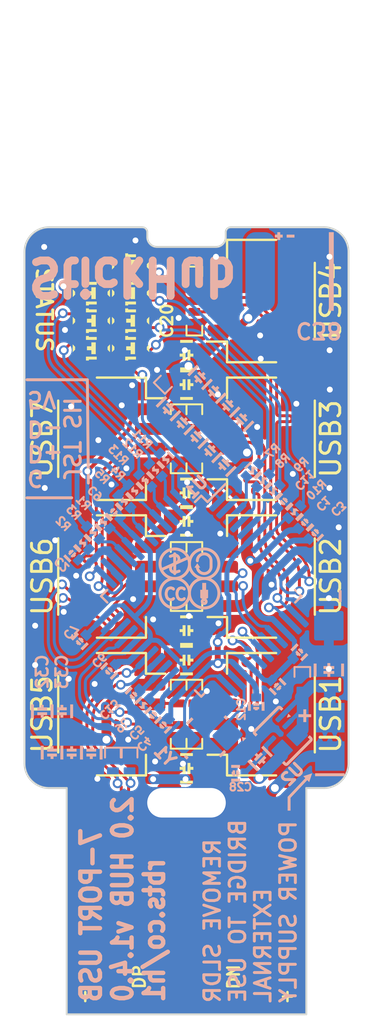
<source format=kicad_pcb>
(kicad_pcb (version 20231007) (generator pcbnew)
  (layers (0 "F.Cu" signal) (31 "B.Cu" signal) (34 "B.Paste" user) (35 "F.Paste" user) (36 "B.SilkS" user "B.Silkscreen") (37 "F.SilkS" user "F.Silkscreen") (38 "B.Mask" user) (39 "F.Mask" user) (44 "Edge.Cuts" user))
  (net 0 "")
  (net 1 "GND")
  (net 2 "+5V")
  (net 3 "Net-(U1-VBUS_SENSE)")
  (net 4 "+3.3V")
  (net 5 "+1V8")
  (net 6 "Net-(U2-CAP)")
  (net 7 "Net-(D15-1)")
  (net 8 "Net-(D16-1)")
  (net 9 "Net-(D17-1)")
  (net 10 "Net-(D18-1)")
  (net 11 "Net-(D19-1)")
  (net 12 "Net-(D20-1)")
  (net 13 "Net-(D21-1)")
  (net 14 "Net-(J1-Pin_1)")
  (net 15 "Net-(U1-EXT_RST#)")
  (net 16 "Net-(U1-TEST3#)")
  (net 17 "Net-(U1-TEST1#)")
  (net 18 "Net-(U1-REXT)")
  (net 19 "/U1D-")
  (net 20 "/U1D+")
  (net 21 "/U2D-")
  (net 22 "/U2D+")
  (net 23 "/U3D-")
  (net 24 "/U3D+")
  (net 25 "/U4D-")
  (net 26 "/U4D+")
  (net 27 "/U5D-")
  (net 28 "/U5D+")
  (net 29 "/U6D-")
  (net 30 "/U6D+")
  (net 31 "/U7D-")
  (net 32 "/U7D+")
  (net 33 "/LED1")
  (net 34 "/D-")
  (net 35 "/D+")
  (net 36 "/LED2")
  (net 37 "/LED3")
  (net 38 "/LED4")
  (net 39 "/LED5")
  (net 40 "/LED6")
  (net 41 "/LED7")
  (net 42 "/LC")
  (net 43 "/XO")
  (net 44 "/XI")
  (net 45 "VIN")
  (footprint "footprints:D_0402" (layer "F.Cu") (at 150.4 96.75 -90)
    (property "Reference" "D4" hide)
    (property "Value" "TVS")
  )
  (footprint "Connector_JST:JST_SH_SM04B-SRSS-TB_1x04-1MP_P1.00mm_Horizontal" (layer "F.Cu") (at 146.15 97.75 -90)
    (property "Reference" "J7" hide)
    (property "Value" "USB6")
  )
  (footprint "Connector_JST:JST_SH_SM04B-SRSS-TB_1x04-1MP_P1.00mm_Horizontal" (layer "F.Cu") (at 146.15 90.75 -90)
    (property "Reference" "J8" hide)
    (property "Value" "USB7")
  )
  (footprint "footprints:D_0402" (layer "F.Cu") (at 149.6 105.75 90)
    (property "Reference" "D10" hide)
    (property "Value" "TVS")
  )
  (footprint "Capacitor_SMD:2012_C" (layer "F.Cu") (at 150 93.5 180)
    (property "Reference" "C18" hide)
    (property "Value" "0.1uF 100V")
  )
  (footprint "Capacitor_SMD:2012_C" (layer "F.Cu") (at 150 100.5 180)
    (property "Reference" "C16" hide)
    (property "Value" "0.1uF 100V")
  )
  (footprint "LED_SMD:Duo_LED_1.6x0.8_Kingbright_APHB1608LZGKSURKC" (layer "F.Cu") (at 147.152792 86.15)
    (property "Reference" "D15" hide)
    (property "Value" "USB")
  )
  (footprint "Capacitor_SMD:2012_C" (layer "F.Cu") (at 150 107.5 180)
    (property "Reference" "C14" hide)
    (property "Value" "0.1uF 100V")
  )
  (footprint "footprints:D_0402" (layer "F.Cu") (at 150.4 82.75 -90)
    (property "Reference" "D8" hide)
    (property "Value" "TVS")
  )
  (footprint "footprints:D_0402" (layer "F.Cu") (at 149.6 103.75 -90)
    (property "Reference" "D9" hide)
    (property "Value" "TVS")
  )
  (footprint "LED_SMD:Duo_LED_1.6x0.8_Kingbright_APHB1608LZGKSURKC" (layer "F.Cu") (at 147.152792 84.75)
    (property "Reference" "D16" hide)
    (property "Value" "USB")
  )
  (footprint "footprints:D_0402" (layer "F.Cu") (at 150.4 105.75 90)
    (property "Reference" "D1" hide)
    (property "Value" "TVS")
  )
  (footprint "footprints:D_0402" (layer "F.Cu") (at 150.4 91.75 90)
    (property "Reference" "D5" hide)
    (property "Value" "TVS")
  )
  (footprint "footprints:D_0402" (layer "F.Cu") (at 150.4 98.75 90)
    (property "Reference" "D3" hide)
    (property "Value" "TVS")
  )
  (footprint "Capacitor_SMD:2012_C" (layer "F.Cu") (at 150 102)
    (property "Reference" "C15" hide)
    (property "Value" "0.1uF 100V")
  )
  (footprint "Connector_JST:JST_SH_SM04B-SRSS-TB_1x04-1MP_P1.00mm_Horizontal" (layer "F.Cu") (at 153.85 104.75 90)
    (property "Reference" "J2" hide)
    (property "Value" "USB1")
  )
  (footprint "LED_SMD:Duo_LED_1.6x0.8_Kingbright_APHB1608LZGKSURKC" (layer "F.Cu") (at 145.152792 86.15)
    (property "Reference" "D19" hide)
    (property "Value" "USB")
  )
  (footprint "Connector_JST:JST_SH_SM04B-SRSS-TB_1x04-1MP_P1.00mm_Horizontal" (layer "F.Cu") (at 153.85 83.75 90)
    (property "Reference" "J5" hide)
    (property "Value" "USB4")
  )
  (footprint "Capacitor_SMD:2012_C" (layer "F.Cu") (at 150 86.5 180)
    (property "Reference" "C20")
    (property "Value" "0.1uF 100V")
  )
  (footprint "LED_SMD:Duo_LED_1.6x0.8_Kingbright_APHB1608LZGKSURKC" (layer "F.Cu") (at 145.152792 84.75)
    (property "Reference" "D20" hide)
    (property "Value" "USB")
  )
  (footprint "footprints:D_0402" (layer "F.Cu") (at 150.4 89.75 -90)
    (property "Reference" "D6" hide)
    (property "Value" "TVS")
  )
  (footprint "Connector_USB:USB_A_PCB_traces_small" (layer "F.Cu") (at 150 120 90)
    (property "Reference" "J1" hide)
    (property "Value" "HOST" hide)
  )
  (footprint "Capacitor_SMD:2012_C" (layer "F.Cu") (at 150 94.95)
    (property "Reference" "C17" hide)
    (property "Value" "0.1uF 100V")
  )
  (footprint "footprints:D_0402" (layer "F.Cu") (at 150.4 84.75 90)
    (property "Reference" "D7" hide)
    (property "Value" "TVS")
  )
  (footprint "footprints:D_0402" (layer "F.Cu") (at 149.6 91.75 90)
    (property "Reference" "D14" hide)
    (property "Value" "TVS")
  )
  (footprint "LED_SMD:Duo_LED_1.6x0.8_Kingbright_APHB1608LZGKSURKC" (layer "F.Cu") (at 145.152792 83.35)
    (property "Reference" "D21" hide)
    (property "Value" "USB")
  )
  (footprint "Connector_JST:JST_SH_SM04B-SRSS-TB_1x04-1MP_P1.00mm_Horizontal" (layer "F.Cu") (at 153.85 90.75 90)
    (property "Reference" "J4" hide)
    (property "Value" "USB3")
  )
  (footprint "footprints:D_0402" (layer "F.Cu") (at 149.6 96.75 -90)
    (property "Reference" "D11" hide)
    (property "Value" "TVS")
  )
  (footprint "Connector_JST:JST_SH_SM04B-SRSS-TB_1x04-1MP_P1.00mm_Horizontal" (layer "F.Cu") (at 146.15 104.75 -90)
    (property "Reference" "J6" hide)
    (property "Value" "USB5")
  )
  (footprint "Capacitor_SMD:2012_C" (layer "F.Cu") (at 150 88)
    (property "Reference" "C19" hide)
    (property "Value" "0.1uF 100V")
  )
  (footprint "LED_SMD:Duo_LED_1.6x0.8_Kingbright_APHB1608LZGKSURKC" (layer "F.Cu") (at 147.152792 83.35)
    (property "Reference" "D17" hide)
    (property "Value" "USB")
  )
  (footprint "LED_SMD:Duo_LED_1.6x0.8_Kingbright_APHB1608LZGKSURKC" (layer "F.Cu") (at 147.152792 81.95)
    (property "Reference" "D18" hide)
    (property "Value" "USB")
  )
  (footprint "footprints:D_0402" (layer "F.Cu") (at 150.4 103.75 -90)
    (property "Reference" "D2" hide)
    (property "Value" "TVS")
  )
  (footprint "footprints:D_0402" (layer "F.Cu") (at 149.6 98.75 90)
    (property "Reference" "D12" hide)
    (property "Value" "TVS")
  )
  (footprint "MountingHole:Plain_Hole_3mm" (layer "F.Cu") (at 150 109.25)
    (property "Reference" "H1")
    (property "Value" "Strap")
  )
  (footprint "Connector_JST:JST_SH_SM04B-SRSS-TB_1x04-1MP_P1.00mm_Horizontal" (layer "F.Cu") (at 153.85 97.75 90)
    (property "Reference" "J3" hide)
    (property "Value" "USB2")
  )
  (footprint "footprints:D_0402" (layer "F.Cu") (at 149.6 89.75 -90)
    (property "Reference" "D13" hide)
    (property "Value" "TVS")
  )
  (footprint "Capacitor_SMD:1608_C" (layer "B.Cu") (at 151.392893 88.342893 45)
    (property "Reference" "C36" hide)
    (property "Value" "22uF 10V")
  )
  (footprint "Resistor_SMD:1005_C" (layer "B.Cu") (at 153.37132 92.343146 -135)
    (property "Reference" "R7")
    (property "Value" "470")
  )
  (footprint "Capacitor_SMD:1608_C" (layer "B.Cu") (at 142.65 104.6 90)
    (property "Reference" "C32")
    (property "Value" "22uF 10V")
  )
  (footprint "footprints:D_0402" (layer "B.Cu") (at 146.25 107.2 -90)
    (property "Reference" "D23" hide)
    (property "Value" "TVS")
  )
  (footprint "Capacitor_SMD:1608_C" (layer "B.Cu") (at 150.685786 87.635786 45)
    (property "Reference" "C37" hide)
    (property "Value" "22uF 10V")
  )
  (footprint "Capacitor_SMD:1005_C" (layer "B.Cu") (at 154.96231 93.934136 45)
    (property "Reference" "C11")
    (property "Value" "0.1uF")
  )
  (footprint "Resistor_SMD:1005_C" (layer "B.Cu") (at 147.891242 92.873476 -45)
    (property "Reference" "R13")
    (property "Value" "470")
  )
  (footprint "Package_DFN_QFN:TDFN-8_1.5x2mm_Fused-Lead_JEDEC_MO-252_W2015D" (layer "B.Cu") (at 154.9 105.85 -135)
    (property "Reference" "U2")
    (property "Value" "Dialog_SLG5NT1487V")
  )
  (footprint "SH_Solder_Pads:1P-1.5x1.5" (layer "B.Cu") (at 157.25 100.25)
    (property "Reference" "J9" hide)
    (property "Value" "EXTGND" hide)
  )
  (footprint "Resistor_SMD:1005_C" (layer "B.Cu") (at 147.360912 93.403806 -45)
    (property "Reference" "R4")
    (property "Value" "100k")
  )
  (footprint "Capacitor_SMD:1005_C" (layer "B.Cu") (at 155.75 101.6 45)
    (property "Reference" "C8" hide)
    (property "Value" "0.1uF")
  )
  (footprint "Resistor_SMD:1005_C" (layer "B.Cu") (at 148.951902 91.812816 -45)
    (property "Reference" "R11")
    (property "Value" "470")
  )
  (footprint "Capacitor_SMD:1005_C" (layer "B.Cu") (at 146.05 102.55 -135)
    (property "Reference" "C6")
    (property "Value" "0.1uF")
  )
  (footprint "Capacitor_SMD:1005_C" (layer "B.Cu") (at 144.178932 96.585787 135)
    (property "Reference" "C2")
    (property "Value" "0.1uF")
  )
  (footprint "Resistor_SMD:1005_C" (layer "B.Cu") (at 147.8 104.3 -135)
    (property "Reference" "R6")
    (property "Value" "2.7k")
  )
  (footprint "Capacitor_SMD:1005_C" (layer "B.Cu") (at 148.8 105.3 -135)
    (property "Reference" "C4")
    (property "Value" "10uF 6.3V")
  )
  (footprint "footprints:D_0402" (layer "B.Cu") (at 155.9 103.1 -90)
    (property "Reference" "D24" hide)
    (property "Value" "5V")
  )
  (footprint "Symbol:Creative_Commons_BY_Mask" (layer "B.Cu") (at 150.9 98.6)
    (property "Reference" "LOGO2" hide)
    (property "Value" "Logo" hide)
  )
  (footprint "footprints:D_0402" (layer "B.Cu") (at 149.15 87.65 45)
    (property "Reference" "D25" hide)
    (property "Value" "5V")
  )
  (footprint "Resistor_SMD:1005_C" (layer "B.Cu") (at 155.49264 94.464466 -135)
    (property "Reference" "R10")
    (property "Value" "470")
  )
  (footprint "Resistor_SMD:1005_C" (layer "B.Cu") (at 144.709262 96.055456 135)
    (property "Reference" "R2")
    (property "Value" "100k")
  )
  (footprint "Resistor_SMD:1005_C" (layer "B.Cu") (at 153.90165 92.873476 -135)
    (property "Reference" "R8")
    (property "Value" "470")
  )
  (footprint "Capacitor_SMD:1005_C" (layer "B.Cu") (at 152.5 107.75 180)
    (property "Reference" "C28")
    (property "Value" "15nF")
  )
  (footprint "Capacitor_SMD:1005_C" (layer "B.Cu") (at 156.5533 95.525126 45)
    (property "Reference" "C3")
    (property "Value" "10uF 6.3V")
  )
  (footprint "Capacitor_SMD:1005_C" (layer "B.Cu") (at 148.3 104.8 -135)
    (property "Reference" "C5")
    (property "Value" "0.1uF")
  )
  (footprint "Capacitor_SMD:1608_C" (layer "B.Cu") (at 153.75 107 135)
    (property "Reference" "C22" hide)
    (property "Value" "22uF 10V")
  )
  (footprint "Capacitor_SMD:1608_C" (layer "B.Cu") (at 151.2 91.35 -135)
    (property "Reference" "C26" hide)
    (property "Value" "22uF 10V")
  )
  (footprint "Symbol:Creative_Commons_CC_Mask" (layer "B.Cu") (at 149.4 98.6 180)
    (property "Reference" "LOGO1" hide)
    (property "Value" "Logo" hide)
  )
  (footprint "Symbol:Creative_Commons_NC_Mask" (layer "B.Cu") (at 149.4 97.1)
    (property "Reference" "LOGO3" hide)
    (property "Value" "Logo" hide)
  )
  (footprint "Symbol:Creative_Commons_SA_Mask" (layer "B.Cu") (at 150.9 97.1)
    (property "Reference" "LOGO4" hide)
    (property "Value" "Logo" hide)
  )
  (footprint "Capacitor_SMD:1608_C" (layer "B.Cu") (at 150.492893 90.642893 -135)
    (property "Reference" "C25" hide)
    (property "Value" "22uF 10V")
  )
  (footprint "Crystal:Crystal_4-SMD_2.5x2mm" (layer "B.Cu") (at 150.997487 105.927135 -135)
    (property "Reference" "Y1")
    (property "Value" "12MHz 50ppm 16-20pF" hide)
  )
  (footprint "Capacitor_SMD:1608_C" (layer "B.Cu") (at 152.807107 89.757107 45)
    (property "Reference" "C34" hide)
    (property "Value" "22uF 10V")
  )
  (footprint "Capacitor_SMD:1608_C" (layer "B.Cu") (at 144.15 106.7 -90)
    (property "Reference" "C29" hide)
    (property "Value" "22uF 10V")
  )
  (footprint "Resistor_SMD:1005_C" (layer "B.Cu") (at 148.421572 92.343146 -45)
    (property "Reference" "R12")
    (property "Value" "470")
  )
  (footprint "footprints:D_0402" (layer "B.Cu") (at 147.1 107.2 -90)
    (property "Reference" "D22" hide)
    (property "Value" "TVS")
  )
  (footprint "Package_QFP:LQFP-48_7x7mm_P0.5mm" (layer "B.Cu") (at 150.75 98.75 -135)
    (property "Reference" "U1")
    (property "Value" "MaxLinear_XR22417-48")
  )
  (footprint "SH_Solder_Pads:JP-2_1.5x1.5" (layer "B.Cu") (at 157.25 105.9 90)
    (property "Reference" "JP1" hide)
    (property "Value" "EXTPWR")
  )
  (footprint "Resistor_SMD:1005_C" (layer "B.Cu") (at 145.769922 94.994796 -45)
    (property "Reference" "R1")
    (property "Value" "10k")
  )
  (footprint "Resistor_SMD:1005_C" (layer "B.Cu") (at 154.43198 93.403806 -135)
    (property "Reference" "R9")
    (property "Value" "470")
  )
  (footprint "Capacitor_SMD:1608_C" (layer "B.Cu") (at 149.785785 89.935786 -135)
    (property "Reference" "C24" hide)
    (property "Value" "22uF 10V")
  )
  (footprint "Capacitor_SMD:1608_C" (layer "B.Cu") (at 152.1 89.05 45)
    (property "Reference" "C35" hide)
    (property "Value" "22uF 10V")
  )
  (footprint "Capacitor_SMD:CP_Elec_6.3x11_Board_Edge_Mirrored" (layer "B.Cu") (at 155 80 180)
    (property "Reference" "C38")
    (property "Value" "330uF 10V")
  )
  (footprint "Capacitor_SMD:1005_C" (layer "B.Cu") (at 144.562816 101.048097 -135)
    (property "Reference" "C7")
    (property "Value" "0.1uF")
  )
  (footprint "Capacitor_SMD:1005_C" (layer "B.Cu") (at 156.02297 94.994796 45)
    (property "Reference" "C1")
    (property "Value" "1uF 10V")
  )
  (footprint "Capacitor_SMD:1005_C" (layer "B.Cu") (at 146.300252 94.464466 135)
    (property "Reference" "C9")
    (property "Value" "0.1uF")
  )
  (footprint "Capacitor_SMD:1005_C" (layer "B.Cu") (at 147.3 103.8 -135)
    (property "Reference" "C13")
    (property "Value" "0.1uF")
  )
  (footprint "Capacitor_SMD:1005_C" (layer "B.Cu") (at 154.639086 103.346194 -45)
    (property "Reference" "C10" hide)
    (property "Value" "0.1uF")
  )
  (footprint "Capacitor_SMD:1608_C" (layer "B.Cu") (at 143.15 106.7 -90)
    (property "Reference" "C31" hide)
    (property "Value" "22uF 10V")
  )
  (footprint "Capacitor_SMD:1005_C" (layer "B.Cu") (at 153.55 104.35 -90)
    (property "Reference" "C12")
    (property "Value" "0.1uF")
  )
  (footprint "Resistor_SMD:1005_C" (layer "B.Cu") (at 146.830582 93.934136 -45)
    (property "Reference" "R5")
    (property "Value" "100k")
  )
  (footprint "Capacitor_SMD:1608_C" (layer "B.Cu") (at 143.65 104.6 90)
    (property "Reference" "C33")
    (property "Value" "22uF 10V")
  )
  (footprint "Capacitor_SMD:1608_C" (layer "B.Cu") (at 145.15 106.7 -90)
    (property "Reference" "C30" hide)
    (property "Value" "22uF 10V")
  )
  (footprint "Resistor_SMD:1005_C" (layer "B.Cu") (at 145.239592 95.525126 -45)
    (property "Reference" "R3")
    (property "Value" "100k")
  )
  (footprint "Capacitor_SMD:1608_C" (layer "B.Cu") (at 151.907106 92.057107 -135)
    (property "Reference" "C27" hide)
    (property "Value" "22uF 10V")
  )
  (footprint "Capacitor_SMD:1608_C" (layer "B.Cu") (at 149.078679 89.22868 -135)
    (property "Reference" "C23" hide)
    (property "Value" "22uF 10V")
  )
  (footprint "Capacitor_SMD:2012_C" (layer "B.Cu") (at 157.25 102.5 90)
    (property "Reference" "C21" hide)
    (property "Value" "0.1uF 100V")
  )
  (gr_line (start 144.95 87.75) (end 145 93) (stroke (width 0.15)) (layer "B.SilkS"))
  (gr_line (start 141.875 87.75) (end 144.95 87.75) (stroke (width 0.15)) (layer "B.SilkS"))
  (gr_line (start 144.15 93.75) (end 141.875 93.75) (stroke (width 0.15)) (layer "B.SilkS"))
  (gr_poly (pts (xy 156.25 108.2) (xy 156.15 108.1) (xy 155.3 109) (xy 155.3 109.65) (xy 155.15 109.65) (xy 155.15 108.95) (xy 156.05 108) (xy 155.95 107.9) (xy 156.4 107.75)) (fill solid) (layer "B.SilkS"))
  (gr_poly (pts (xy 157.9 99.05) (xy 157.75 99.05) (xy 157.75 98.45) (xy 157.9 98.45)) (fill solid) (layer "B.SilkS"))
  (gr_poly (pts (xy 156.1 104.75) (xy 156.35 104.75) (xy 156.35 104.9) (xy 156.1 104.9) (xy 156.1 105.15) (xy 155.95 105.15) (xy 155.95 104.9) (xy 155.7 104.9) (xy 155.7 104.75) (xy 155.95 104.75) (xy 155.95 104.5) (xy 156.1 104.5)) (fill solid) (layer "B.SilkS"))
  (gr_line (start 152.25 80) (end 157 80) (stroke (width 0.1)) (layer "Edge.Cuts"))
  (gr_line (start 148.5 81) (end 151.5 81) (stroke (width 0.1)) (layer "Edge.Cuts"))
  (gr_line (start 157 108.5) (end 156.1 108.5) (stroke (width 0.1)) (layer "Edge.Cuts"))
  (gr_line (start 141.75 107.25) (end 141.75 81.25) (stroke (width 0.1)) (layer "Edge.Cuts"))
  (gr_line (start 156.1 120) (end 156.1 108.5) (stroke (width 0.1)) (layer "Edge.Cuts"))
  (gr_line (start 148 80.25) (end 148 80.5) (stroke (width 0.1)) (layer "Edge.Cuts"))
  (gr_arc (start 152 80.25) (mid 152.073223 80.073223) (end 152.25 80) (stroke (width 0.1)) (layer "Edge.Cuts"))
  (gr_line (start 143.9 120) (end 143.9 108.5) (stroke (width 0.1)) (layer "Edge.Cuts"))
  (gr_arc (start 141.75 81.25) (mid 142.116117 80.366117) (end 143 80) (stroke (width 0.1)) (layer "Edge.Cuts"))
  (gr_arc (start 147.75 80) (mid 147.926777 80.073223) (end 148 80.25) (stroke (width 0.1)) (layer "Edge.Cuts"))
  (gr_arc (start 143 108.5) (mid 142.116117 108.133883) (end 141.75 107.25) (stroke (width 0.1)) (layer "Edge.Cuts"))
  (gr_line (start 143.9 120) (end 156.1 120) (stroke (width 0.1)) (layer "Edge.Cuts"))
  (gr_line (start 158.25 81.25) (end 158.25 107.25) (stroke (width 0.1)) (layer "Edge.Cuts"))
  (gr_line (start 143 80) (end 147.75 80) (stroke (width 0.1)) (layer "Edge.Cuts"))
  (gr_arc (start 158.25 107.25) (mid 157.883883 108.133883) (end 157 108.5) (stroke (width 0.1)) (layer "Edge.Cuts"))
  (gr_arc (start 157 80) (mid 157.883883 80.366117) (end 158.25 81.25) (stroke (width 0.1)) (layer "Edge.Cuts"))
  (gr_arc (start 148.5 81) (mid 148.146447 80.853553) (end 148 80.5) (stroke (width 0.1)) (layer "Edge.Cuts"))
  (gr_line (start 143.9 108.5) (end 143 108.5) (stroke (width 0.1)) (layer "Edge.Cuts"))
  (gr_arc (start 152 80.5) (mid 151.853553 80.853553) (end 151.5 81) (stroke (width 0.1)) (layer "Edge.Cuts"))
  (gr_line (start 152 80.5) (end 152 80.25) (stroke (width 0.1)) (layer "Edge.Cuts"))
  (gr_text "G" (at 141.8 92.75 180) (layer "B.SilkS") (effects (font (size 0.8 0.8)) (justify left mirror)))
  (gr_text "D-" (at 141.8 90.25 180) (layer "B.SilkS") (effects (font (size 0.8 0.8)) (justify left mirror)))
  (gr_text "JST SH" (at 144.15 90.75 270) (layer "B.SilkS") (effects (font (size 0.8 0.8)) (justify mirror)))
  (gr_text "StickHub" (at 147.25 82.5 180) (layer "B.SilkS") (effects (font (size 1.8 1.6) (thickness 0.4)) (justify mirror)))
  (gr_text "D+" (at 141.8 91.5 180) (layer "B.SilkS") (effects (font (size 0.8 0.8)) (justify left mirror)))
  (gr_text "5V" (at 141.8 88.75 180) (layer "B.SilkS") (effects (font (size 0.8 0.8)) (justify left mirror)))
  (gr_text "REMOVE SLDR\nBRIDGE TO USE\nEXTERNAL\nPOWER SUPPLY" (at 153.25 119.5 90) (layer "B.SilkS") (effects (font (size 0.8 0.8)) (justify right mirror)))
  (gr_text "7-PORT USB\n2.0 HUB v1.4.0\nrbts.co/h1" (at 146.75 119.5 90) (layer "B.SilkS") (effects (font (size 1 0.9) (thickness 0.225)) (justify right mirror)))
  (gr_text "STATUS" (at 142.75 84.2 270) (layer "F.SilkS") (effects (font (size 0.8 0.8))))
  (segment (start 143.69 85.34) (end 143.81 85.22) (width 0.15) (layer "F.Cu") (net 1))
  (segment (start 145.46 108.03) (end 144.755 108.03) (width 0.6) (layer "F.Cu") (net 1))
  (segment (start 149.5 89.265) (end 150.5 89.265) (width 0.25) (layer "F.Cu") (net 1))
  (segment (start 155.875 94.95) (end 157.45 94.95) (width 0.4) (layer "F.Cu") (net 1))
  (segment (start 155.875 93.55) (end 156.175 93.25) (width 0.4) (layer "F.Cu") (net 1))
  (segment (start 153.78 86.68) (end 153.78 85.53) (width 0.15) (layer "F.Cu") (net 1))
  (segment (start 150.5 92.235) (end 150.03 92.705) (width 0.4) (layer "F.Cu") (net 1))
  (segment (start 142.25 85.34) (end 143.69 85.34) (width 0.15) (layer "F.Cu") (net 1))
  (segment (start 151.85 95.7) (end 151.72 95.57) (width 0.25) (layer "F.Cu") (net 1))
  (segment (start 143.041636 100.25) (end 142.29 100.25) (width 0.4) (layer "F.Cu") (net 1))
  (segment (start 144.125 87.95) (end 142.45 87.95) (width 0.4) (layer "F.Cu") (net 1))
  (segment (start 150.825 88) (end 150.825 88.075) (width 0.5) (layer "F.Cu") (net 1))
  (segment (start 148.3 92.55) (end 148 92.25) (width 0.4) (layer "F.Cu") (net 1))
  (segment (start 143.31 96.64) (end 143.31 95.91) (width 0.15) (layer "F.Cu") (net 1))
  (segment (start 152 82.25) (end 154.575 82.25) (width 0.15) (layer "F.Cu") (net 1))
  (segment (start 150.5 92.235) (end 149.5 92.235) (width 0.25) (layer "F.Cu") (net 1))
  (segment (start 148.5 87.638006) (end 148.5 87.25) (width 0.4) (layer "F.Cu") (net 1))
  (segment (start 156.175 93.25) (end 157.28 93.25) (width 0.4) (layer "F.Cu") (net 1))
  (segment (start 150.5 89.265) (end 151.985 89.265) (width 0.25) (layer "F.Cu") (net 1))
  (segment (start 149.94999 84.653056) (end 149.86999 84.573056) (width 0.15) (layer "F.Cu") (net 1))
  (segment (start 148 99.25) (end 149.616884 99.25) (width 0.4) (layer "F.Cu") (net 1))
  (segment (start 148 106.25) (end 147.24 106.25) (width 0.25) (layer "F.Cu") (net 1))
  (segment (start 149.5 92.235) (end 148.015 92.235) (width 0.25) (layer "F.Cu") (net 1))
  (segment (start 142.25 85.34) (end 142.25 81.5) (width 0.4) (layer "F.Cu") (net 1))
  (segment (start 144.755 108.03) (end 144.275 107.55) (width 0.6) (layer "F.Cu") (net 1))
  (segment (start 147.24 106.25) (end 147.03 106.04) (width 0.25) (layer "F.Cu") (net 1))
  (segment (start 150.195 95.58) (end 150.825 94.95) (width 0.5) (layer "F.Cu") (net 1))
  (segment (start 149.86999 82.926944) (end 149.94999 82.846944) (width 0.15) (layer "F.Cu") (net 1))
  (segment (start 152 89.25) (end 152.420453 89.25) (width 0.4) (layer "F.Cu") (net 1))
  (segment (start 152 103.25) (end 150.515 103.25) (width 0.4) (layer "F.Cu") (net 1))
  (segment (start 150.5 96.265) (end 150.5 96.02) (width 0.4) (layer "F.Cu") (net 1))
  (segment (start 147.300003 88.100003) (end 148.038003 88.100003) (width 0.4) (layer "F.Cu") (net 1))
  (segment (start 148.015 106.235) (end 148 106.25) (width 0.4) (layer "F.Cu") (net 1))
  (segment (start 144 102.95) (end 142.99 102.95) (width 0.4) (layer "F.Cu") (net 1))
  (segment (start 143.31 95.765) (end 144.125 94.95) (width 0.25) (layer "F.Cu") (net 1))
  (segment (start 148.038003 88.100003) (end 148.5 87.638006) (width 0.4) (layer "F.Cu") (net 1))
  (segment (start 150.5 82.265) (end 151.985 82.265) (width 0.15) (layer "F.Cu") (net 1))
  (segment (start 145.32 103.21) (end 144.26 103.21) (width 0.4) (layer "F.Cu") (net 1))
  (segment (start 155.875 100.55) (end 156.57 100.55) (width 0.25) (layer "F.Cu") (net 1))
  (segment (start 144.125 89.115) (end 144.12 89.11) (width 0.25) (layer "F.Cu") (net 1))
  (segment (start 150.5 103.265) (end 150.57 103.195) (width 0.4) (layer "F.Cu") (net 1))
  (segment (start 146.938761 92.25) (end 146.180031 93.00873) (width 0.25) (layer "F.Cu") (net 1))
  (segment (start 149.616884 99.25) (end 150.124571 99.757687) (width 0.4) (layer "F.Cu") (net 1))
  (segment (start 144.125 89.105) (end 144.12 89.11) (width 0.4) (layer "F.Cu") (net 1))
  (segment (start 144.125 94.95) (end 144.125 93.55) (width 0.25) (layer "F.Cu") (net 1))
  (segment (start 149.86999 84.573056) (end 149.86999 84.026944) (width 0.15) (layer "F.Cu") (net 1))
  (segment (start 142.45 87.95) (end 142.25 87.75) (width 0.4) (layer "F.Cu") (net 1))
  (segment (start 148 99.25) (end 147.63 99.25) (width 0.25) (layer "F.Cu") (net 1))
  (segment (start 150.03 92.705) (end 150.03 92.96) (width 0.4) (layer "F.Cu") (net 1))
  (segment (start 143.31 95.91) (end 143.31 95.765) (width 0.25) (layer "F.Cu") (net 1))
  (segment (start 157 87.95) (end 157.3 88.25) (width 0.4) (layer "F.Cu") (net 1))
  (segment (start 149.86999 84.026944) (end 149.85 84.006954) (width 0.15) (layer "F.Cu") (net 1))
  (segment (start 145.75 114.71) (end 145.75 108.5) (width 0.6) (layer "F.Cu") (net 1))
  (segment (start 144.125 107.55) (end 144.8 107.55) (width 0.4) (layer "F.Cu") (net 1))
  (segment (start 144.125 107.55) (end 144.98 107.55) (width 0.15) (layer "F.Cu") (net 1))
  (segment (start 145.75 108.32) (end 145.46 108.03) (width 0.6) (layer "F.Cu") (net 1))
  (segment (start 151.985 82.265) (end 152 82.25) (width 0.15) (layer "F.Cu") (net 1))
  (segment (start 151.835 96.265) (end 151.85 96.25) (width 0.25) (layer "F.Cu") (net 1))
  (segment (start 144.125 87.95) (end 147.15 87.95) (width 0.15) (layer "F.Cu") (net 1))
  (segment (start 144.98 107.55) (end 145.46 108.03) (width 0.15) (layer "F.Cu") (net 1))
  (segment (start 154.575 82.25) (end 155.875 80.95) (width 0.15) (layer "F.Cu") (net 1))
  (segment (start 151.985 103.265) (end 152 103.25) (width 0.4) (layer "F.Cu") (net 1))
  (segment (start 156.57 100.55) (end 157.8 99.32) (width 0.25) (layer "F.Cu") (net 1))
  (segment (start 149.94999 82.81501) (end 150.5 82.265) (width 0.15) (layer "F.Cu") (net 1))
  (segment (start 155.725 101.95) (end 156.75 101.95) (width 0.25) (layer "F.Cu") (net 1))
  (segment (start 150.515 103.25) (end 150.5 103.265) (width 0.4) (layer "F.Cu") (net 1))
  (segment (start 150.5 96.02) (end 150.06 95.58) (width 0.4) (layer "F.Cu") (net 1))
  (segment (start 157.8 99.32) (end 157.8 96.875) (width 0.25) (layer "F.Cu") (net 1))
  (segment (start 146.19 115.15) (end 145.75 114.71) (width 0.6) (layer "F.Cu") (net 1))
  (segment (start 150.5 96.265) (end 151.835 96.265) (width 0.25) (layer "F.Cu") (net 1))
  (segment (start 149.911324 85.823676) (end 149.911324 86.248711) (width 0.4) (layer "F.Cu") (net 1))
  (segment (start 142.25 87.75) (end 142.25 85.34) (width 0.4) (layer "F.Cu") (net 1))
  (segment (start 149.86999 83.473056) (end 149.86999 82.926944) (width 0.15) (layer "F.Cu") (net 1))
  (segment (start 142.99 102.95) (end 142.29 102.25) (width 0.4) (layer "F.Cu") (net 1))
  (segment (start 149.5 106.235) (end 148.015 106.235) (width 0.4) (layer "F.Cu") (net 1))
  (segment (start 156.73 80.95) (end 157.28 81.5) (width 0.4) (layer "F.Cu") (net 1))
  (segment (start 144.38 97.71) (end 143.31 96.64) (width 0.15) (layer "F.Cu") (net 1))
  (segment (start 153.78 85.53) (end 153.75 85.5) (width 0.15) (layer "F.Cu") (net 1))
  (segment (start 155.59501 88.22999) (end 155.59501 88.97) (width 0.15) (layer "F.Cu") (net 1))
  (segment (start 144.26 103.21) (end 144 102.95) (width 0.4) (layer "F.Cu") (net 1))
  (segment (start 149.85 83.493046) (end 149.86999 83.473056) (width 0.15) (layer "F.Cu") (net 1))
  (segment (start 144.125 93.55) (end 144.125 89.115) (width 0.25) (layer "F.Cu") (net 1))
  (segment (start 157.8 96.875) (end 155.875 94.95) (width 0.25) (layer "F.Cu") (net 1))
  (segment (start 144.8 107.55) (end 145.65 108.4) (width 0.4) (layer "F.Cu") (net 1))
  (segment (start 144.125 93.55) (end 143.08 93.55) (width 0.4) (layer "F.Cu") (net 1))
  (segment (start 150.825 88.075) (end 149.6 89.3) (width 0.5) (layer "F.Cu") (net 1))
  (segment (start 155.875 86.55) (end 155.875 87.95) (width 0.25) (layer "F.Cu") (net 1))
  (segment (start 151.5 81.5) (end 151.83 81.5) (width 0.4) (layer "F.Cu") (net 1))
  (segment (start 144.12 89.11) (end 144.12 89.43) (width 0.15) (layer "F.Cu") (net 1))
  (segment (start 148.015 92.235) (end 148 92.25) (width 0.25) (layer "F.Cu") (net 1))
  (segment (start 150.19 85.2) (end 149.6 84.61) (width 0.15) (layer "F.Cu") (net 1))
  (segment (start 149.5 96.25) (end 150.485 96.25) (width 0.15) (layer "F.Cu") (net 1))
  (segment (start 151.85 88.75) (end 151.6 88.5) (width 0.15) (layer "F.Cu") (net 1))
  (segment (start 155.875 93.55) (end 155.875 94.95) (width 0.25) (layer "F.Cu") (net 1))
  (segment (start 151.83 81.5) (end 152.38 80.95) (width 0.4) (layer "F.Cu") (net 1))
  (segment (start 144.125 87.95) (end 144.125 89.105) (width 0.4) (layer "F.Cu") (net 1))
  (segment (start 156.75 101.95) (end 157.25 102.45) (width 0.25) (layer "F.Cu") (net 1))
  (segment (start 150.5 85.235) (end 149.94999 84.68499) (width 0.15) (layer "F.Cu") (net 1))
  (segment (start 155.414117 93.089117) (end 155.414117 92.535883) (width 0.4) (layer "F.Cu") (net 1))
  (segment (start 145.75 108.5) (end 145.75 108.32) (width 0.6) (layer "F.Cu") (net 1))
  (segment (start 143.08 93.55) (end 142.78 93.25) (width 0.4) (layer "F.Cu") (net 1))
  (segment (start 149.94999 82.846944) (end 149.94999 82.81501) (width 0.15) (layer "F.Cu") (net 1))
  (segment (start 148 92.25) (end 146.938761 92.25) (width 0.15) (layer "F.Cu") (net 1))
  (segment (start 155.875 80.95) (end 152.38 80.95) (width 0.4) (layer "F.Cu") (net 1))
  (segment (start 155.875 93.55) (end 155.414117 93.089117) (width 0.4) (layer "F.Cu") (net 1))
  (segment (start 149.5 103.265) (end 150.5 103.265) (width 0.4) (layer "F.Cu") (net 1))
  (segment (start 155.875 100.55) (end 155.875 101.95) (width 0.25) (layer "F.Cu") (net 1))
  (segment (start 147.23 88.03) (end 147.300003 88.100003) (width 0.4) (layer "F.Cu") (net 1))
  (segment (start 149.175 107.5) (end 148.75 107.5) (width 0.4) (layer "F.Cu") (net 1))
  (segment (start 155.875 80.95) (end 155.875 86.55) (width 0.25) (layer "F.Cu") (net 1))
  (segment (start 151.85 89.25) (end 151.85 88.75) (width 0.15) (layer "F.Cu") (net 1))
  (segment (start 142.25 81.5) (end 142.75 81) (width 0.4) (layer "F.Cu") (net 1))
  (segment (start 146.180031 93.00873) (end 146.180031 93.072237) (width 0.25) (layer "F.Cu") (net 1))
  (segment (start 155.875 86.55) (end 156.175 86.25) (width 0.4) (layer "F.Cu") (net 1))
  (segment (start 150.5 85.235) (end 149.911324 85.823676) (width 0.4) (layer "F.Cu") (net 1))
  (segment (start 149.85 84.006954) (end 149.85 83.493046) (width 0.15) (layer "F.Cu") (net 1))
  (segment (start 150.5 106.235) (end 149.5 106.235) (width 0.4) (layer "F.Cu") (net 1))
  (segment (start 155.875 87.95) (end 157 87.95) (width 0.4) (layer "F.Cu") (net 1))
  (segment (start 151.85 96.25) (end 151.85 95.7) (width 0.25) (layer "F.Cu") (net 1))
  (segment (start 144.12 89.43) (end 145.51 90.82) (width 0.15) (layer "F.Cu") (net 1))
  (segment (start 150.485 96.25) (end 150.5 96.265) (width 0.15) (layer "F.Cu") (net 1))
  (segment (start 152.7 89.25) (end 153.6 90.15) (width 0.4) (layer "F.Cu") (net 1))
  (segment (start 148.75 107.5) (end 148.4 107.15) (width 0.4) (layer "F.Cu") (net 1))
  (segment (start 143.74501 99.546626) (end 143.041636 100.25) (width 0.4) (layer "F.Cu") (net 1))
  (segment (start 156.175 86.25) (end 157.29 86.25) (width 0.4) (layer "F.Cu") (net 1))
  (segment (start 151.85 89.25) (end 152.7 89.25) (width 0.4) (layer "F.Cu") (net 1))
  (segment (start 150.06 95.58) (end 150.195 95.58) (width 0.5) (layer "F.Cu") (net 1))
  (segment (start 151.985 89.265) (end 152 89.25) (width 0.25) (layer "F.Cu") (net 1))
  (segment (start 155.875 80.95) (end 156.73 80.95) (width 0.4) (layer "F.Cu") (net 1))
  (segment (start 157.45 94.95) (end 157.75 95.25) (width 0.4) (layer "F.Cu") (net 1))
  (segment (start 147.63 99.25) (end 147.28 98.9) (width 0.25) (layer "F.Cu") (net 1))
  (segment (start 151.7 88.95) (end 152 89.25) (width 0.4) (layer "F.Cu") (net 1))
  (segment (start 155.875 87.95) (end 155.59501 88.22999) (width 0.15) (layer "F.Cu") (net 1))
  (segment (start 150.4 85.2) (end 150.19 85.2) (width 0.15) (layer "F.Cu") (net 1))
  (segment (start 147.15 87.95) (end 147.23 88.03) (width 0.15) (layer "F.Cu") (net 1))
  (segment (start 149.94999 84.68499) (end 149.94999 84.653056) (width 0.15) (layer "F.Cu") (net 1))
  (via (at 157.25 102.45) (size 0.5) (drill 0.3) (layers "F.Cu" "B.Cu") (net 1))
  (via (at 151.5 81.5) (size 0.5) (drill 0.3) (layers "F.Cu" "B.Cu") (net 1))
  (via (at 142.78 93.25) (size 0.5) (drill 0.3) (layers "F.Cu" "B.Cu") (net 1))
  (via (at 150.124571 99.757687) (size 0.5) (drill 0.3) (layers "F.Cu" "B.Cu") (net 1))
  (via (at 146.180031 93.072237) (size 0.5) (drill 0.3) (layers "F.Cu" "B.Cu") (net 1))
  (via (at 157.3 88.25) (size 0.5) (drill 0.3) (layers "F.Cu" "B.Cu") (net 1))
  (via (at 142.29 100.25) (size 0.5) (drill 0.3) (layers "F.Cu" "B.Cu") (net 1))
  (via (at 142.75 81) (size 0.5) (drill 0.3) (layers "F.Cu" "B.Cu") (net 1))
  (via (at 150.03 92.96) (size 0.5) (drill 0.3) (layers "F.Cu" "B.Cu") (net 1))
  (via (at 148.3 99.93) (size 0.5) (drill 0.3) (layers "F.Cu" "B.Cu") (net 1))
  (via (at 157.25 98.85) (size 0.5) (drill 0.3) (layers "F.Cu" "B.Cu") (net 1))
  (via (at 148.4 107.15) (size 0.5) (drill 0.3) (layers "F.Cu" "B.Cu") (net 1))
  (via (at 147.23 88.03) (size 0.5) (drill 0.3) (layers "F.Cu" "B.Cu") (net 1))
  (via (at 157.28 81.5) (size 0.5) (drill 0.3) (layers "F.Cu" "B.Cu") (net 1))
  (via (at 149.819271 107.261475) (size 0.5) (drill 0.3) (layers "F.Cu" "B.Cu") (net 1))
  (via (at 157.29 86.25) (size 0.5) (drill 0.3) (layers "F.Cu" "B.Cu") (net 1))
  (via (at 153.78 86.68) (size 0.5) (drill 0.3) (layers "F.Cu" "B.Cu") (net 1))
  (via (at 143.31 95.91) (size 0.5) (drill 0.3) (layers "F.Cu" "B.Cu") (net 1))
  (via (at 147.03 106.04) (size 0.5) (drill 0.3) (layers "F.Cu" "B.Cu") (net 1))
  (via (at 147.28 98.9) (size 0.5) (drill 0.3) (layers "F.Cu" "B.Cu") (net 1))
  (via (at 157.28 93.25) (size 0.5) (drill 0.3) (layers "F.Cu" "B.Cu") (net 1))
  (via (at 142.29 102.25) (size 0.5) (drill 0.3) (layers "F.Cu" "B.Cu") (net 1))
  (via (at 151.72 95.57) (size 0.5) (drill 0.3) (layers "F.Cu" "B.Cu") (net 1))
  (via (at 155.414117 92.535883) (size 0.5) (drill 0.3) (layers "F.Cu" "B.Cu") (net 1))
  (via (at 151.034229 103.573736) (size 0.5) (drill 0.3) (layers "F.Cu" "B.Cu") (net 1))
  (via (at 146.7 89.05) (size 0.5) (drill 0.3) (layers "F.Cu" "B.Cu") (net 1))
  (via (at 148.5 87.25) (size 0.5) (drill 0.3) (layers "F.Cu" "B.Cu") (net 1))
  (via (at 153.3 105.5) (size 0.5) (drill 0.3) (layers "F.Cu" "B.Cu") (net 1))
  (via (at 154.331365 98.163517) (size 0.5) (drill 0.3) (layers "F.Cu" "B.Cu") (net 1))
  (via (at 150.06 95.58) (size 0.5) (drill 0.3) (layers "F.Cu" "B.Cu") (net 1))
  (via (at 143.81 85.22) (size 0.5) (drill 0.3) (layers "F.Cu" "B.Cu") (net 1))
  (via (at 157.75 95.25) (size 0.5) (drill 0.3) (layers "F.Cu" "B.Cu") (net 1))
  (via (at 153.75 85.5) (size 0.5) (drill 0.3) (layers "F.Cu" "B.Cu") (net 1))
  (via (at 143.74501 99.546626) (size 0.5) (drill 0.3) (layers "F.Cu" "B.Cu") (net 1))
  (via (at 153.6 90.15) (size 0.5) (drill 0.3) (layers "F.Cu" "B.Cu") (net 1))
  (via (at 151.629053 100.129053) (size 0.5) (drill 0.3) (layers "F.Cu" "B.Cu") (net 1))
  (via (at 147.4 80.67) (size 0.5) (drill 0.3) (layers "F.Cu" "B.Cu") (net 1))
  (via (at 144.12 89.11) (size 0.5) (drill 0.3) (layers "F.Cu" "B.Cu") (net 1))
  (via (at 144 102.95) (size 0.5) (drill 0.3) (layers "F.Cu" "B.Cu") (net 1))
  (via (at 145.46 108.03) (size 0.5) (drill 0.3) (layers "F.Cu" "B.Cu") (net 1))
  (via (at 144.38 97.71) (size 0.5) (drill 0.3) (layers "F.Cu" "B.Cu") (net 1))
  (via (at 154.55 104.1) (size 0.5) (drill 0.3) (layers "F.Cu" "B.Cu") (net 1))
  (via (at 149.911324 86.248711) (size 0.5) (drill 0.3) (layers "F.Cu" "B.Cu") (net 1))
  (via (at 146.938761 92.25) (size 0.5) (drill 0.3) (layers "F.Cu" "B.Cu") (net 1))
  (via (at 155.59501 88.97) (size 0.5) (drill 0.3) (layers "F.Cu" "B.Cu") (net 1))
  (via (at 145.32 103.21) (size 0.5) (drill 0.3) (layers "F.Cu" "B.Cu") (net 1))
  (via (at 145.51 90.82) (size 0.5) (drill 0.3) (layers "F.Cu" "B.Cu") (net 1))
  (via (at 151.6 88.5) (size 0.5) (drill 0.3) (layers "F.Cu" "B.Cu") (net 1))
  (via (at 149.6 84.61) (size 0.5) (drill 0.3) (layers "F.Cu" "B.Cu") (net 1))
  (segment (start 147.23 88.52) (end 146.7 89.05) (width 0.25) (layer "B.Cu") (net 1))
  (segment (start 157.25 102.45) (end 157.25 101.675) (width 0.25) (layer "B.Cu") (net 1))
  (segment (start 142.78 95.38) (end 142.78 93.25) (width 0.4) (layer "B.Cu") (net 1))
  (segment (start 144.244618 101.366295) (end 143.74501 100.866687) (width 0.4) (layer "B.Cu") (net 1))
  (segment (start 157.3 93.23) (end 157.28 93.25) (width 0.4) (layer "B.Cu") (net 1))
  (segment (start 148.472313 99.757687) (end 148.3 99.93) (width 0.25) (layer "B.Cu") (net 1))
  (segment (start 153.927728 105.761612) (end 153.55 105.383884) (width 0.25) (layer "B.Cu") (net 1))
  (segment (start 153.927728 105.761612) (end 153.927728 105.867678) (width 0.25) (layer "B.Cu") (net 1))
  (segment (start 151.103553 103.64306) (end 151.034229 103.573736) (width 0.4) (layer "B.Cu") (net 1))
  (segment (start 151.103553 104.831119) (end 151.103553 103.64306) (width 0.4) (layer "B.Cu") (net 1))
  (segment (start 155.59501 88.49501) (end 153.78 86.68) (width 0.15) (layer "B.Cu") (net 1))
  (segment (start 150.124571 99.757687) (end 151.257687 99.757687) (width 0.4) (layer "B.Cu") (net 1))
  (segment (start 147.28 97.754874) (end 147.28 98.9) (width 0.25) (layer "B.Cu") (net 1))
  (segment (start 154.957284 103.692716) (end 154.55 104.1) (width 0.25) (layer "B.Cu") (net 1))
  (segment (start 157.25 101.675) (end 157.25 100.25) (width 0.3) (layer "B.Cu") (net 1))
  (segment (start 147.780152 104.901829) (end 147.78015 104.901829) (width 0.4) (layer "B.Cu") (net 1))
  (segment (start 142.29 102.25) (end 142.29 100.25) (width 0.4) (layer "B.Cu") (net 1))
  (segment (start 157.29 86.25) (end 157.28 86.24) (width 0.4) (layer "B.Cu") (net 1))
  (segment (start 155.9 102.65) (end 156.068198 102.481802) (width 0.3) (layer "B.Cu") (net 1))
  (segment (start 145.837097 94.001311) (end 145.837097 93.415171) (width 0.25) (layer "B.Cu") (net 1))
  (segment (start 143.31 95.91) (end 142.78 95.38) (width 0.4) (layer "B.Cu") (net 1))
  (segment (start 152.05 107.75) (end 152.05 107.745406) (width 0.25) (layer "B.Cu") (net 1))
  (segment (start 143.74501 100.866687) (end 143.74501 99.546626) (width 0.4) (layer "B.Cu") (net 1))
  (segment (start 150.891421 107.023151) (end 151.433151 107.023151) (width 0.25) (layer "B.Cu") (net 1))
  (segment (start 143.667589 96.267589) (end 143.31 95.91) (width 0.25) (layer "B.Cu") (net 1))
  (segment (start 154.957284 103.664392) (end 154.957284 103.692716) (width 0.25) (layer "B.Cu") (net 1))
  (segment (start 150.463622 107.45095) (end 148.44095 107.45095) (width 0.25) (layer "B.Cu") (net 1))
  (segment (start 153.272703 105.527297) (end 153.3 105.5) (width 0.5) (layer "B.Cu") (net 1))
  (segment (start 148.510034 87.25) (end 148.5 87.25) (width 0.4) (layer "B.Cu") (net 1))
  (segment (start 156.068198 102.481802) (end 156.068198 101.281802) (width 0.3) (layer "B.Cu") (net 1))
  (segment (start 142.75 81) (end 147.07 81) (width 0.15) (layer "B.Cu") (net 1))
  (segment (start 157.3 88.25) (end 157.3 93.23) (width 0.4) (layer "B.Cu") (net 1))
  (segment (start 155.42 88.98) (end 155.43 88.97) (width 0.15) (layer "B.Cu") (net 1))
  (segment (start 153.927728 105.867678) (end 153.272703 106.522703) (width 0.25) (layer "B.Cu") (net 1))
  (segment (start 153.272703 106.522703) (end 153.272703 105.527297) (width 0.5) (layer "B.Cu") (net 1))
  (segment (start 150.124571 99.757687) (end 148.472313 99.757687) (width 0.25) (layer "B.Cu") (net 1))
  (segment (start 151.323151 107.023151) (end 152.05 107.75) (width 0.25) (layer "B.Cu") (net 1))
  (segment (start 150.891421 107.023151) (end 150.463622 107.45095) (width 0.25) (layer "B.Cu") (net 1))
  (segment (start 147.637841 105.432159) (end 147.03 106.04) (width 0.4) (layer "B.Cu") (net 1))
  (segment (start 148.310482 105.432159) (end 147.637841 105.432159) (width 0.4) (layer "B.Cu") (net 1))
  (segment (start 152.05 107.745406) (end 153.272703 106.522703) (width 0.25) (layer "B.Cu") (net 1))
  (segment (start 143.860734 96.267589) (end 143.667589 96.267589) (width 0.25) (layer "B.Cu") (net 1))
  (segment (start 151.11827 107.25) (end 150.891421 107.023151) (width 0.4) (layer "B.Cu") (net 1))
  (segment (start 150.653097 107.261475) (end 149.819271 107.261475) (width 0.4) (layer "B.Cu") (net 1))
  (segment (start 149.911324 86.248711) (end 149.501289 86.248711) (width 0.4) (layer "B.Cu") (net 1))
  (segment (start 147.23 88.03) (end 147.23 88.52) (width 0.25) (layer "B.Cu") (net 1))
  (segment (start 146.569231 97.044105) (end 147.28 97.754874) (width 0.25) (layer "B.Cu") (net 1))
  (segment (start 150.759999 93.689999) (end 150.759999 94.880001) (width 0.4) (layer "B.Cu") (net 1))
  (segment (start 147.07 81) (end 147.4 80.67) (width 0.15) (layer "B.Cu") (net 1))
  (segment (start 156.068198 101.281802) (end 156.218198 101.281802) (width 0.3) (layer "B.Cu") (net 1))
  (segment (start 145.837097 93.415171) (end 146.180031 93.072237) (width 0.25) (layer "B.Cu") (net 1))
  (segment (start 151.748788 103.637876) (end 151.748788 104.185884) (width 0.15) (layer "B.Cu") (net 1))
  (segment (start 153.55 105.383884) (end 153.55 104.8) (width 0.25) (layer "B.Cu") (net 1))
  (segment (start 154.930769 97.044105) (end 155.549053 96.425821) (width 0.25) (layer "B.Cu") (net 1))
  (segment (start 156.91457 95.25) (end 157.75 95.25) (width 0.4) (layer "B.Cu") (net 1))
  (segment (start 150.90409 107.010482) (end 150.90409 105.030582) (width 0.15) (layer "B.Cu") (net 1))
  (segment (start 157.25 100.25) (end 157.25 98.85) (width 0.5) (layer "B.Cu") (net 1))
  (segment (start 144.391064 95.737258) (end 144.391064 95.737259) (width 0.25) (layer "B.Cu") (net 1))
  (segment (start 151.748788 104.185884) (end 151.103553 104.831119) (width 0.15) (layer "B.Cu") (net 1))
  (segment (start 150.891421 107.023151) (end 150.653097 107.261475) (width 0.4) (layer "B.Cu") (net 1))
  (segment (start 148.44095 107.45095) (end 147.03 106.04) (width 0.25) (layer "B.Cu") (net 1))
  (segment (start 155.43 88.97) (end 155.59501 88.97) (width 0.15) (layer "B.Cu") (net 1))
  (segment (start 150.90409 105.030582) (end 151.103553 104.831119) (width 0.15) (layer "B.Cu") (net 1))
  (segment (start 145.731802 102.868198) (end 145.661802 102.868198) (width 0.4) (layer "B.Cu") (net 1))
  (segment (start 155.59501 88.97) (end 155.59501 88.49501) (width 0.15) (layer "B.Cu") (net 1))
  (segment (start 145.982054 94.146268) (end 145.837097 94.001311) (width 0.25) (layer "B.Cu") (net 1))
  (segment (start 156.871498 95.956476) (end 156.871498 95.206928) (width 0.25) (layer "B.Cu") (net 1))
  (segment (start 156.402153 96.425821) (end 156.871498 95.956476) (width 0.25) (layer "B.Cu") (net 1))
  (segment (start 151.257687 99.757687) (end 151.629053 100.129053) (width 0.4) (layer "B.Cu") (net 1))
  (segment (start 145.661802 102.868198) (end 145.32 103.21) (width 0.4) (layer "B.Cu") (net 1))
  (segment (start 156.871498 95.206928) (end 156.341168 94.676598) (width 0.25) (layer "B.Cu") (net 1))
  (segment (start 154.930769 97.044105) (end 154.331365 97.643509) (width 0.15) (layer "B.Cu") (net 1))
  (segment (start 155.549053 96.425821) (end 156.402153 96.425821) (width 0.25) (layer "B.Cu") (net 1))
  (segment (start 154.331365 97.643509) (end 154.331365 98.163517) (width 0.15) (layer "B.Cu") (net 1))
  (segment (start 155.414117 93.482329) (end 155.414117 92.535883) (width 0.4) (layer "B.Cu") (net 1))
  (segment (start 157.28 86.24) (end 157.28 81.5) (width 0.4) (layer "B.Cu") (net 1))
  (segment (start 149.501289 86.248711) (end 148.5 87.25) (width 0.4) (layer "B.Cu") (net 1))
  (segment (start 150.891421 107.023151) (end 151.323151 107.023151) (width 0.25) (layer "B.Cu") (net 1))
  (segment (start 150.759999 94.880001) (end 150.06 95.58) (width 0.4) (layer "B.Cu") (net 1))
  (segment (start 150.891421 107.023151) (end 150.90409 107.010482) (width 0.15) (layer "B.Cu") (net 1))
  (segment (start 150.03 92.96) (end 150.759999 93.689999) (width 0.4) (layer "B.Cu") (net 1))
  (segment (start 155.280508 93.615938) (end 155.414117 93.482329) (width 0.4) (layer "B.Cu") (net 1))
  (segment (start 144.391064 95.737259) (end 143.860734 96.267589) (width 0.25) (layer "B.Cu") (net 1))
  (segment (start 153.08001 96.576484) (end 153.08001 94.868437) (width 0.6) (layer "F.Cu") (net 2))
  (segment (start 150.825 107.5) (end 150.825 107.275) (width 0.6) (layer "F.Cu") (net 2))
  (segment (start 147.809298 89.25) (end 147.194662 89.864636) (width 0.2) (layer "F.Cu") (net 2))
  (segment (start 153.71 107.99) (end 153.59 107.99) (width 0.6) (layer "F.Cu") (net 2))
  (segment (start 148.95501 95.34499) (end 148.95501 95.39499) (width 0.4) (layer "F.Cu") (net 2))
  (segment (start 150.825 93.275) (end 150.825 93.5) (width 0.6) (layer "F.Cu") (net 2))
  (segment (start 149.287522 102) (end 149.175 102) (width 0.6) (layer "F.Cu") (net 2))
  (segment (start 150.825 86.5) (end 150.65 86.5) (width 0.6) (layer "F.Cu") (net 2))
  (segment (start 151.85 92.81) (end 151.85 92.25) (width 0.6) (layer "F.Cu") (net 2))
  (segment (start 148.15 103.25) (end 147.583024 103.25) (width 0.5) (layer "F.Cu") (net 2))
  (segment (start 148.15 95.975) (end 149.175 94.95) (width 0.6) (layer "F.Cu") (net 2))
  (segment (start 150.825 100.5) (end 150.787522 100.5) (width 0.6) (layer "F.Cu") (net 2))
  (segment (start 150.275 108.05) (end 150.825 107.5) (width 0.5) (layer "F.Cu") (net 2))
  (segment (start 148.15 103.25) (end 148.15 103.025) (width 0.6) (layer "F.Cu") (net 2))
  (segment (start 152 92.25) (end 152.56 92.25) (width 0.4) (layer "F.Cu") (net 2))
  (segment (start 153.484918 97.188499) (end 153.246511 96.950092) (width 0.6) (layer "F.Cu") (net 2))
  (segment (start 148.15 96.25) (end 148.15 95.975) (width 0.6) (layer "F.Cu") (net 2))
  (segment (start 148.3 108.05) (end 148.137107 108.05) (width 0.5) (layer "F.Cu") (net 2))
  (segment (start 153.08 91.73) (end 153.08 91.45) (width 0.6) (layer "F.Cu") (net 2))
  (segment (start 153.678495 97.382076) (end 153.246511 96.950092) (width 0.4) (layer "F.Cu") (net 2))
  (segment (start 151.85 99.25) (end 152.642893 99.25) (width 0.6) (layer "F.Cu") (net 2))
  (segment (start 152.56 92.25) (end 151.85 92.25) (width 0.6) (layer "F.Cu") (net 2))
  (segment (start 152.5 85.25) (end 151.85 85.25) (width 0.4) (layer "F.Cu") (net 2))
  (segment (start 148.15 103.025) (end 149.175 102) (width 0.6) (layer "F.Cu") (net 2))
  (segment (start 153.59 107.99) (end 151.85 106.25) (width 0.6) (layer "F.Cu") (net 2))
  (segment (start 150.8 93.41) (end 150.8 93.45) (width 0.4) (layer "F.Cu") (net 2))
  (segment (start 150.04499 87.31601) (end 149.361 88) (width 0.6) (layer "F.Cu") (net 2))
  (segment (start 148.15 89.25) (end 147.809298 89.25) (width 0.2) (layer "F.Cu") (net 2))
  (segment (start 145.92 106.04) (end 145.92 104.648528) (width 0.5) (layer "F.Cu") (net 2))
  (segment (start 150.825 100.5) (end 150.825 99.85501) (width 0.6) (layer "F.Cu") (net 2))
  (segment (start 147.092149 90.112876) (end 147.092149 90.112124) (width 0.2) (layer "F.Cu") (net 2))
  (segment (start 152.494224 93.454224) (end 151.85 92.81) (width 0.6) (layer "F.Cu") (net 2))
  (segment (start 150.787522 100.5) (end 149.287522 102) (width 0.6) (layer "F.Cu") (net 2))
  (segment (start 150.65 86.5) (end 150.1 87.05) (width 0.6) (layer "F.Cu") (net 2))
  (segment (start 147.583024 103.25) (end 147.08876 103.744264) (width 0.5) (layer "F.Cu") (net 2))
  (segment (start 150.825 99.85501) (end 150.866254 99.85501) (width 0.6) (layer "F.Cu") (net 2))
  (segment (start 153.631364 98.157976) (end 153.631364 97.542052) (width 0.6) (layer "F.Cu") (net 2))
  (segment (start 153.246511 96.950092) (end 153.226457 96.930038) (width 0.6) (layer "F.Cu") (net 2))
  (segment (start 152 92.25) (end 151.930158 92.25) (width 0.4) (layer "F.Cu") (net 2))
  (segment (start 151.471264 99.25) (end 151.85 99.25) (width 0.6) (layer "F.Cu") (net 2))
  (segment (start 149.262478 94.95) (end 149.175 94.95) (width 0.6) (layer "F.Cu") (net 2))
  (segment (start 149.175 102) (end 149.175 102.225) (width 0.4) (layer "F.Cu") (net 2))
  (segment (start 146.095736 104.224264) (end 146.224264 104.095736) (width 0.5) (layer "F.Cu") (net 2))
  (segment (start 153.15 84.6) (end 152.5 85.25) (width 0.4) (layer "F.Cu") (net 2))
  (segment (start 150.79 93.41) (end 149.2 95) (width 0.4) (layer "F.Cu") (net 2))
  (segment (start 150.1 87.05) (end 150.04499 87.10501) (width 0.6) (layer "F.Cu") (net 2))
  (segment (start 151.9 85.25) (end 150.1 87.05) (width 0.4) (layer "F.Cu") (net 2))
  (segment (start 152.996446 99.103554) (end 153.411694 98.688306) (width 0.6) (layer "F.Cu") (net 2))
  (segment (start 147.783554 107.903554) (end 145.92 106.04) (width 0.5) (layer "F.Cu") (net 2))
  (segment (start 149.95 108.05) (end 150.275 108.05) (width 0.5) (layer "F.Cu") (net 2))
  (segment (start 150.1 87.261) (end 150.1 87.05) (width 0.4) (layer "F.Cu") (net 2))
  (segment (start 150.712478 93.5) (end 149.262478 94.95) (width 0.6) (layer "F.Cu") (net 2))
  (segment (start 152.56 92.25) (end 153.08 91.73) (width 0.6) (layer "F.Cu") (net 2))
  (segment (start 151.85 92.25) (end 150.825 93.275) (width 0.6) (layer "F.Cu") (net 2))
  (segment (start 148.15 89.25) (end 149.175 88.225) (width 0.6) (layer "F.Cu") (net 2))
  (segment (start 148.111 89.25) (end 150.1 87.261) (width 0.4) (layer "F.Cu") (net 2))
  (segment (start 149.2 95) (end 149.2 95.1) (width 0.4) (layer "F.Cu") (net 2))
  (segment (start 151.930158 92.25) (end 150.8 93.380158) (width 0.4) (layer "F.Cu") (net 2))
  (segment (start 151.85 85.475) (end 150.825 86.5) (width 0.6) (layer "F.Cu") (net 2))
  (segment (start 148.95501 95.39499) (end 148.2 96.15) (width 0.4) (layer "F.Cu") (net 2))
  (segment (start 149.175 102.225) (end 148.15 103.25) (width 0.4) (layer "F.Cu") (net 2))
  (segment (start 149.361 88) (end 149.175 88) (width 0.6) (layer "F.Cu") (net 2))
  (segment (start 148.15 96.15) (end 148.05 96.25) (width 0.4) (layer "F.Cu") (net 2))
  (segment (start 150.04499 87.10501) (end 150.04499 87.31601) (width 0.6) (layer "F.Cu") (net 2))
  (segment (start 149.2 95.1) (end 148.95501 95.34499) (width 0.4) (layer "F.Cu") (net 2))
  (segment (start 150.866254 99.85501) (end 151.471264 99.25) (width 0.6) (layer "F.Cu") (net 2))
  (segment (start 146.664496 103.92) (end 146.648528 103.92) (width 0.5) (layer "F.Cu") (net 2))
  (segment (start 150.825 93.5) (end 150.712478 93.5) (width 0.6) (layer "F.Cu") (net 2))
  (segment (start 150.8 93.41) (end 150.79 93.41) (width 0.4) (layer "F.Cu") (net 2))
  (segment (start 149.175 88.225) (end 149.175 88) (width 0.6) (layer "F.Cu") (net 2))
  (segment (start 150.825 107.275) (end 151.85 106.25) (width 0.6) (layer "F.Cu") (net 2))
  (segment (start 144.95 92.4) (end 146.989636 90.360364) (width 0.2) (layer "F.Cu") (net 2))
  (segment (start 150.8 93.380158) (end 150.8 93.41) (width 0.4) (layer "F.Cu") (net 2))
  (via (at 149.95 108.05) (size 0.5) (drill 0.3) (layers "F.Cu" "B.Cu") (net 2))
  (via (at 153.246511 96.950092) (size 0.5) (drill 0.3) (layers "F.Cu" "B.Cu") (net 2))
  (via (at 153.08 91.45) (size 0.6) (drill 0.4) (layers "F.Cu" "B.Cu") (net 2))
  (via (at 150.1 87.05) (size 0.6) (drill 0.4) (layers "F.Cu" "B.Cu") (net 2))
  (via (at 144.95 92.4) (size 0.5) (drill 0.3) (layers "F.Cu" "B.Cu") (net 2))
  (via (at 145.92 106.04) (size 0.6) (drill 0.4) (layers "F.Cu" "B.Cu") (net 2))
  (via (at 148.3 108.05) (size 0.5) (drill 0.3) (layers "F.Cu" "B.Cu") (net 2))
  (via (at 153.71 107.99) (size 0.6) (drill 0.4) (layers "F.Cu" "B.Cu") (net 2))
  (via (at 153.15 84.6) (size 0.6) (drill 0.4) (layers "F.Cu" "B.Cu") (net 2))
  (arc (start 152.494224 93.454224) (mid 152.927769 94.10307) (end 153.08001 94.868437) (width 0.6) (layer "F.Cu") (net 2))
  (arc (start 152.996446 99.103554) (mid 152.834234 99.21194) (end 152.642893 99.25) (width 0.6) (layer "F.Cu") (net 2))
  (arc (start 147.783554 107.903554) (mid 147.945766 108.01194) (end 148.137107 108.05) (width 0.5) (layer "F.Cu") (net 2))
  (arc (start 153.226457 96.930038) (mid 153.11807 96.767826) (end 153.08001 96.576484) (width 0.6) (layer "F.Cu") (net 2))
  (arc (start 146.095736 104.224264) (mid 145.965672 104.418918) (end 145.92 104.648528) (width 0.5) (layer "F.Cu") (net 2))
  (arc (start 147.092149 90.112876) (mid 147.065507 90.246816) (end 146.989636 90.360364) (width 0.2) (layer "F.Cu") (net 2))
  (arc (start 146.224264 104.095736) (mid 146.418918 103.965672) (end 146.648528 103.92) (width 0.5) (layer "F.Cu") (net 2))
  (arc (start 147.092149 90.112124) (mid 147.118791 89.978184) (end 147.194662 89.864636) (width 0.2) (layer "F.Cu") (net 2))
  (arc (start 147.08876 103.744264) (mid 146.894106 103.874328) (end 146.664496 103.92) (width 0.5) (layer "F.Cu") (net 2))
  (arc (start 153.631364 97.542052) (mid 153.593304 97.350711) (end 153.484918 97.188499) (width 0.6) (layer "F.Cu") (net 2))
  (arc (start 153.631364 98.157976) (mid 153.574274 98.444989) (end 153.411694 98.688306) (width 0.6) (layer "F.Cu") (net 2))
  (segment (start 153.08 91.45) (end 152.514213 91.45) (width 0.6) (layer "B.Cu") (net 2))
  (segment (start 149.818198 87.331802) (end 150.1 87.05) (width 0.3) (layer "B.Cu") (net 2))
  (segment (start 149.95 108.05) (end 148.3 108.05) (width 0.5) (layer "B.Cu") (net 2))
  (segment (start 144.95 93.76066) (end 144.95 92.4) (width 0.2) (layer "B.Cu") (net 2))
  (segment (start 153.727725 96.832935) (end 154.223662 96.336998) (width 0.3) (layer "B.Cu") (net 2))
  (segment (start 144.15 106.025) (end 143.15 106.025) (width 0.6) (layer "B.Cu") (net 2))
  (segment (start 155.704772 95.312994) (end 155.623462 95.394304) (width 0.3) (layer "B.Cu") (net 2))
  (segment (start 143.65 105.275) (end 143.65 105.525) (width 0.6) (layer "B.Cu") (net 2))
  (segment (start 152.384403 91.57981) (end 149.555976 88.751383) (width 0.6) (layer "B.Cu") (net 2))
  (segment (start 145.15 106.025) (end 144.15 106.025) (width 0.6) (layer "B.Cu") (net 2))
  (segment (start 155.623462 95.394304) (end 155.373463 95.394304) (width 0.3) (layer "B.Cu") (net 2))
  (segment (start 143.65 105.525) (end 144.15 106.025) (width 0.6) (layer "B.Cu") (net 2))
  (segment (start 154.227297 107.477297) (end 154.869948 106.834646) (width 0.6) (layer "B.Cu") (net 2))
  (segment (start 153.75 82.25) (end 153.75 84) (width 0.6) (layer "B.Cu") (net 2))
  (segment (start 152.514213 91.45) (end 152.384403 91.57981) (width 0.6) (layer "B.Cu") (net 2))
  (segment (start 150.208489 88.113083) (end 152.32981 90.234404) (width 0.6) (layer "B.Cu") (net 2))
  (segment (start 154.869948 106.834646) (end 154.869948 106.587159) (width 0.6) (layer "B.Cu") (net 2))
  (segment (start 145.92 106.04) (end 145.165 106.04) (width 0.6) (layer "B.Cu") (net 2))
  (segment (start 153.71 107.99) (end 153.714594 107.99) (width 0.6) (layer "B.Cu") (net 2))
  (segment (start 142.65 105.275) (end 142.65 105.525) (width 0.6) (layer "B.Cu") (net 2))
  (segment (start 153.75 84) (end 153.15 84.6) (width 0.6) (layer "B.Cu") (net 2))
  (segment (start 155.01991 95.54075) (end 154.223662 96.336998) (width 0.3) (layer "B.Cu") (net 2))
  (segment (start 145.165 106.04) (end 145.15 106.025) (width 0.6) (layer "B.Cu") (net 2))
  (segment (start 150.085786 87.064214) (end 150.1 87.05) (width 0.6) (layer "B.Cu") (net 2))
  (segment (start 149.555976 88.751383) (end 149.570189 88.751383) (width 0.6) (layer "B.Cu") (net 2))
  (segment (start 149.468198 87.331802) (end 149.818198 87.331802) (width 0.3) (layer "B.Cu") (net 2))
  (segment (start 149.570189 88.751383) (end 150.208489 88.113083) (width 0.6) (layer "B.Cu") (net 2))
  (segment (start 153.714594 107.99) (end 154.227297 107.477297) (width 0.6) (layer "B.Cu") (net 2))
  (segment (start 153.246511 96.950092) (end 153.444883 96.950092) (width 0.3) (layer "B.Cu") (net 2))
  (segment (start 145.451724 94.676598) (end 145.242893 94.467767) (width 0.2) (layer "B.Cu") (net 2))
  (segment (start 142.65 105.525) (end 143.15 106.025) (width 0.6) (layer "B.Cu") (net 2))
  (segment (start 150.1 88.004594) (end 150.208489 88.113083) (width 0.6) (layer "B.Cu") (net 2))
  (segment (start 150.1 87.05) (end 150.1 88.004594) (width 0.6) (layer "B.Cu") (net 2))
  (arc (start 144.95 93.76066) (mid 145.02612 94.143343) (end 145.242893 94.467767) (width 0.2) (layer "B.Cu") (net 2))
  (arc (start 153.727725 96.832935) (mid 153.597956 96.919644) (end 153.444883 96.950092) (width 0.3) (layer "B.Cu") (net 2))
  (arc (start 155.373463 95.394304) (mid 155.182122 95.432364) (end 155.01991 95.54075) (width 0.3) (layer "B.Cu") (net 2))
  (segment (start 144.49713 96.903984) (end 145.02746 96.373654) (width 0.15) (layer "B.Cu") (net 3))
  (segment (start 144.882503 96.014034) (end 144.882503 96.125144) (width 0.15) (layer "B.Cu") (net 3))
  (segment (start 144.955726 96.30192) (end 145.02746 96.373654) (width 0.15) (layer "B.Cu") (net 3))
  (segment (start 146.08812 95.312994) (end 146.016387 95.241261) (width 0.15) (layer "B.Cu") (net 3))
  (segment (start 146.08812 95.312994) (end 146.252334 95.312994) (width 0.15) (layer "B.Cu") (net 3))
  (segment (start 145.551724 95.24126) (end 144.955727 95.837257) (width 0.15) (layer "B.Cu") (net 3))
  (segment (start 145.83961 95.168037) (end 145.7285 95.168037) (width 0.15) (layer "B.Cu") (net 3))
  (segment (start 144.49713 96.903985) (end 144.49713 96.903984) (width 0.15) (layer "B.Cu") (net 3))
  (segment (start 146.252334 95.312994) (end 147.276338 96.336998) (width 0.15) (layer "B.Cu") (net 3))
  (arc (start 146.016387 95.241261) (mid 145.935281 95.187068) (end 145.83961 95.168037) (width 0.15) (layer "B.Cu") (net 3))
  (arc (start 145.551724 95.24126) (mid 145.63283 95.187067) (end 145.7285 95.168037) (width 0.15) (layer "B.Cu") (net 3))
  (arc (start 144.882503 96.125144) (mid 144.901533 96.220815) (end 144.955726 96.30192) (width 0.15) (layer "B.Cu") (net 3))
  (arc (start 144.882503 96.014034) (mid 144.901533 95.918363) (end 144.955727 95.837257) (width 0.15) (layer "B.Cu") (net 3))
  (segment (start 148.763155 104.043089) (end 148.763155 104.212581) (width 0.25) (layer "B.Cu") (net 4))
  (segment (start 144.424998 92.374999) (end 144.424998 94.296318) (width 0.25) (layer "B.Cu") (net 4))
  (segment (start 148.157839 98.567839) (end 148.157839 98.599629) (width 0.25) (layer "B.Cu") (net 4))
  (segment (start 146.606074 94.770288) (end 146.61845 94.782664) (width 0.25) (layer "B.Cu") (net 4))
  (segment (start 146.61845 94.972004) (end 146.61845 94.782664) (width 0.25) (layer "B.Cu") (net 4))
  (segment (start 153.822893 97.444873) (end 154.577215 96.690551) (width 0.3) (layer "B.Cu") (net 4))
  (segment (start 154.320888 103.027996) (end 154.322004 103.027996) (width 0.3) (layer "B.Cu") (net 4))
  (segment (start 152.135126 101.61) (end 151.479794 101.61) (width 0.25) (layer "B.Cu") (net 4))
  (segment (start 147.411682 99.76) (end 147.312312 99.76) (width 0.25) (layer "B.Cu") (net 4))
  (segment (start 148.157839 100.988607) (end 148.157839 100.750502) (width 0.25) (layer "B.Cu") (net 4))
  (segment (start 146.705033 92.820235) (end 146.05269 92.167892) (width 0.25) (layer "B.Cu") (net 4))
  (segment (start 154.930769 100.455895) (end 154.377822 99.902948) (width 0.3) (layer "B.Cu") (net 4))
  (segment (start 146.613407 94.108867) (end 146.606074 94.1162) (width 0.25) (layer "B.Cu") (net 4))
  (segment (start 153.776502 99.756502) (end 153.676447 99.656447) (width 0.3) (layer "B.Cu") (net 4))
  (segment (start 146.705033 92.820235) (end 146.970406 93.085608) (width 0.25) (layer "B.Cu") (net 4))
  (segment (start 153.163002 102.223662) (end 152.842233 101.902893) (width 0.25) (layer "B.Cu") (net 4))
  (segment (start 149.397658 103.284322) (end 148.851023 103.830957) (width 0.25) (layer "B.Cu") (net 4))
  (segment (start 147.042714 93.085608) (end 146.512384 93.615938) (width 0.25) (layer "B.Cu") (net 4))
  (segment (start 144.717891 95.003425) (end 144.921394 95.206928) (width 0.25) (layer "B.Cu") (net 4))
  (segment (start 147.629891 95.983445) (end 146.61845 94.972004) (width 0.25) (layer "B.Cu") (net 4))
  (segment (start 148.675287 104.424713) (end 148.618198 104.481802) (width 0.25) (layer "B.Cu") (net 4))
  (segment (start 145.862124 99.748789) (end 144.881014 100.729899) (width 0.25) (layer "B.Cu") (net 4))
  (segment (start 154.930769 100.455895) (end 155.495702 101.020828) (width 0.25) (layer "B.Cu") (net 4))
  (segment (start 154.0916 103.027996) (end 154.320888 103.027996) (width 0.25) (layer "B.Cu") (net 4))
  (segment (start 146.56214 94.222266) (end 146.56214 94.664222) (width 0.25) (layer "B.Cu") (net 4))
  (segment (start 149.43268 103.284322) (end 149.397658 103.284322) (width 0.25) (layer "B.Cu") (net 4))
  (segment (start 150.843398 101.873604) (end 149.43268 103.284322) (width 0.25) (layer "B.Cu") (net 4))
  (segment (start 146.512384 93.615938) (end 146.613407 93.716961) (width 0.25) (layer "B.Cu") (net 4))
  (segment (start 147.312312 99.76) (end 147.126706 99.574394) (width 0.25) (layer "B.Cu") (net 4))
  (segment (start 147.946156 100.393844) (end 147.126706 99.574394) (width 0.25) (layer "B.Cu") (net 4))
  (segment (start 154.322004 103.027996) (end 155.431802 101.918198) (width 0.3) (layer "B.Cu") (net 4))
  (segment (start 147.629891 101.516555) (end 148.157839 100.988607) (width 0.25) (layer "B.Cu") (net 4))
  (segment (start 147.629891 101.516555) (end 147.059601 102.086845) (width 0.3) (layer "B.Cu") (net 4))
  (segment (start 149.823094 102.270782) (end 148.643433 101.091121) (width 0.25) (layer "B.Cu") (net 4))
  (segment (start 153.163002 102.223662) (end 153.879468 102.940128) (width 0.25) (layer "B.Cu") (net 4))
  (segment (start 155.495702 101.020828) (end 155.495702 101.854298) (width 0.25) (layer "B.Cu") (net 4))
  (segment (start 145.345583 91.874999) (end 144.924998 91.874999) (width 0.25) (layer "B.Cu") (net 4))
  (segment (start 146.657341 93.823027) (end 146.657341 94.002801) (width 0.25) (layer "B.Cu") (net 4))
  (segment (start 154.377822 99.902948) (end 154.130055 99.902948) (width 0.3) (layer "B.Cu") (net 4))
  (segment (start 148.055327 100.503015) (end 147.946156 100.393844) (width 0.25) (layer "B.Cu") (net 4))
  (segment (start 145.862124 99.748788) (end 145.862124 99.748789) (width 0.25) (layer "B.Cu") (net 4))
  (segment (start 145.862124 99.748788) (end 146.390071 99.220841) (width 0.2) (layer "B.Cu") (net 4))
  (segment (start 155.495702 101.854298) (end 155.431802 101.918198) (width 0.25) (layer "B.Cu") (net 4))
  (segment (start 147.864946 99.306736) (end 147.411682 99.76) (width 0.25) (layer "B.Cu") (net 4))
  (segment (start 155.554382 95.920491) (end 156.157935 95.920491) (width 0.3) (layer "B.Cu") (net 4))
  (segment (start 147.629891 95.983445) (end 148.157839 96.511393) (width 0.25) (layer "B.Cu") (net 4))
  (segment (start 148.157839 96.511393) (end 148.157839 98.567839) (width 0.25) (layer "B.Cu") (net 4))
  (segment (start 146.970406 93.085608) (end 147.042714 93.085608) (width 0.25) (layer "B.Cu") (net 4))
  (segment (start 153.53 99.302893) (end 153.53 98.15198) (width 0.3) (layer "B.Cu") (net 4))
  (segment (start 149.397658 103.284322) (end 149.925606 102.756374) (width 0.25) (layer "B.Cu") (net 4))
  (segment (start 148.395945 100.988608) (end 148.157838 100.988608) (width 0.25) (layer "B.Cu") (net 4))
  (segment (start 149.925606 102.756374) (end 149.925606 102.518269) (width 0.25) (layer "B.Cu") (net 4))
  (segment (start 154.577215 96.690551) (end 155.200828 96.066938) (width 0.3) (layer "B.Cu") (net 4))
  (segment (start 147.126706 99.574394) (end 146.773153 99.220841) (width 0.25) (layer "B.Cu") (net 4))
  (segment (start 147.059601 102.086845) (end 146.513155 102.086845) (width 0.3) (layer "B.Cu") (net 4))
  (segment (start 149.397658 103.284322) (end 149.397658 103.284323) (width 0.25) (layer "B.Cu") (net 4))
  (segment (start 156.157935 95.920491) (end 156.235102 95.843324) (width 0.3) (layer "B.Cu") (net 4))
  (segment (start 146.390071 99.220841) (end 146.773153 99.220841) (width 0.2) (layer "B.Cu") (net 4))
  (segment (start 146.513155 102.086845) (end 146.368198 102.231802) (width 0.3) (layer "B.Cu") (net 4))
  (arc (start 146.606074 94.1162) (mid 146.573558 94.164863) (end 146.56214 94.222266) (width 0.25) (layer "B.Cu") (net 4))
  (arc (start 152.135126 101.61) (mid 152.517809 101.68612) (end 152.842233 101.902893) (width 0.25) (layer "B.Cu") (net 4))
  (arc (start 146.613407 94.108867) (mid 146.645923 94.060204) (end 146.657341 94.002801) (width 0.25) (layer "B.Cu") (net 4))
  (arc (start 153.53 99.302893) (mid 153.56806 99.494235) (end 153.676447 99.656447) (width 0.3) (layer "B.Cu") (net 4))
  (arc (start 144.424998 94.296318) (mid 144.501118 94.679001) (end 144.717891 95.003425) (width 0.25) (layer "B.Cu") (net 4))
  (arc (start 148.763155 104.212581) (mid 148.740319 104.327386) (end 148.675287 104.424713) (width 0.25) (layer "B.Cu") (net 4))
  (arc (start 148.157839 100.750502) (mid 148.131197 100.616563) (end 148.055327 100.503015) (width 0.25) (layer "B.Cu") (net 4))
  (arc (start 147.864946 99.306736) (mid 148.081719 98.982313) (end 148.157839 98.599629) (width 0.25) (layer "B.Cu") (net 4))
  (arc (start 145.345583 91.874999) (mid 145.728266 91.951119) (end 146.05269 92.167892) (width 0.25) (layer "B.Cu") (net 4))
  (arc (start 151.479794 101.61) (mid 151.135379 101.678508) (end 150.843398 101.873604) (width 0.25) (layer "B.Cu") (net 4))
  (arc (start 149.823094 102.270782) (mid 149.898964 102.38433) (end 149.925606 102.518269) (width 0.25) (layer "B.Cu") (net 4))
  (arc (start 146.606074 94.770288) (mid 146.573558 94.721625) (end 146.56214 94.664222) (width 0.25) (layer "B.Cu") (net 4))
  (arc (start 148.763155 104.043089) (mid 148.785991 103.928284) (end 148.851023 103.830957) (width 0.25) (layer "B.Cu") (net 4))
  (arc (start 154.130055 99.902948) (mid 153.938714 99.864888) (end 153.776502 99.756502) (width 0.3) (layer "B.Cu") (net 4))
  (arc (start 148.643433 101.091121) (mid 148.529885 101.01525) (end 148.395945 100.988608) (width 0.25) (layer "B.Cu") (net 4))
  (arc (start 144.424998 92.374999) (mid 144.571445 92.021446) (end 144.924998 91.874999) (width 0.25) (layer "B.Cu") (net 4))
  (arc (start 153.53 98.15198) (mid 153.60612 97.769297) (end 153.822893 97.444873) (width 0.3) (layer "B.Cu") (net 4))
  (arc (start 146.613407 93.716961) (mid 146.645923 93.765624) (end 146.657341 93.823027) (width 0.25) (layer "B.Cu") (net 4))
  (arc (start 154.0916 103.027996) (mid 153.976795 103.00516) (end 153.879468 102.940128) (width 0.25) (layer "B.Cu") (net 4))
  (arc (start 155.554382 95.920491) (mid 155.36304 95.958551) (end 155.200828 96.066938) (width 0.3) (layer "B.Cu") (net 4))
  (segment (start 151.59 102.15) (end 151.6 102.16) (width 0.3) (layer "F.Cu") (net 5))
  (segment (start 151.59 101.08499) (end 151.59 102.15) (width 0.3) (layer "F.Cu") (net 5))
  (via (at 151.59 101.08499) (size 0.5) (drill 0.3) (layers "F.Cu" "B.Cu") (net 5))
  (via (at 151.6 102.16) (size 0.5) (drill 0.3) (layers "F.Cu" "B.Cu") (net 5))
  (segment (start 151.59 100.81) (end 151.59 101.08499) (width 0.25) (layer "B.Cu") (net 5))
  (segment (start 147.785964 103.481802) (end 147.618198 103.481802) (width 0.25) (layer "B.Cu") (net 5))
  (segment (start 152.166868 97.137773) (end 152.09401 97.362005) (width 0.25) (layer "B.Cu") (net 5))
  (segment (start 152.809449 102.577215) (end 153.33033 103.098096) (width 0.3) (layer "B.Cu") (net 5))
  (segment (start 152.290522 102.058288) (end 152.809449 102.577215) (width 0.25) (layer "B.Cu") (net 5))
  (segment (start 148.655025 105.126759) (end 147.473241 103.944975) (width 0.15) (layer "B.Cu") (net 5))
  (segment (start 152.494347 96.652099) (end 152.412488 96.736956) (width 0.25) (layer "B.Cu") (net 5))
  (segment (start 151.251952 102.137136) (end 151.577136 102.137136) (width 0.25) (layer "B.Cu") (net 5))
  (segment (start 153.516555 95.629891) (end 154.644112 94.502334) (width 0.25) (layer "B.Cu") (net 5))
  (segment (start 151.251952 102.137136) (end 149.751212 103.637876) (width 0.25) (layer "B.Cu") (net 5))
  (segment (start 152.273906 96.927699) (end 152.166868 97.137773) (width 0.25) (layer "B.Cu") (net 5))
  (segment (start 153.55 103.628426) (end 153.55 103.9) (width 0.3) (layer "B.Cu") (net 5))
  (segment (start 152.055007 98.530156) (end 152.055289 98.569883) (width 0.25) (layer "B.Cu") (net 5))
  (segment (start 149.200695 104.899305) (end 149.118198 104.981802) (width 0.25) (layer "B.Cu") (net 5))
  (segment (start 151.6 102.16) (end 151.701712 102.058288) (width 0.25) (layer "B.Cu") (net 5))
  (segment (start 152.153564 98.711158) (end 152.153564 100.346314) (width 0.25) (layer "B.Cu") (net 5))
  (segment (start 152.057127 97.594873) (end 152.055007 97.712759) (width 0.25) (layer "B.Cu") (net 5))
  (segment (start 149.200695 104.312657) (end 149.200695 104.899305) (width 0.25) (layer "B.Cu") (net 5))
  (segment (start 149.118198 104.981802) (end 148.973241 105.126759) (width 0.15) (layer "B.Cu") (net 5))
  (segment (start 147.473241 103.626759) (end 147.618198 103.481802) (width 0.15) (layer "B.Cu") (net 5))
  (segment (start 151.701712 102.058288) (end 152.290522 102.058288) (width 0.25) (layer "B.Cu") (net 5))
  (segment (start 151.577136 102.137136) (end 151.6 102.16) (width 0.25) (layer "B.Cu") (net 5))
  (segment (start 152.085694 98.643288) (end 152.153564 98.711158) (width 0.25) (layer "B.Cu") (net 5))
  (segment (start 152.412488 96.736956) (end 152.273906 96.927699) (width 0.25) (layer "B.Cu") (net 5))
  (segment (start 152.055007 97.712759) (end 152.055007 98.530156) (width 0.25) (layer "B.Cu") (net 5))
  (segment (start 154.644112 94.502334) (end 154.644112 94.252334) (width 0.25) (layer "B.Cu") (net 5))
  (segment (start 151.6 102.148536) (end 151.6 102.16) (width 0.25) (layer "B.Cu") (net 5))
  (segment (start 153.516555 95.629891) (end 152.494347 96.652099) (width 0.25) (layer "B.Cu") (net 5))
  (segment (start 151.746436 100.653564) (end 151.59 100.81) (width 0.25) (layer "B.Cu") (net 5))
  (segment (start 148.690551 102.577215) (end 147.785964 103.481802) (width 0.25) (layer "B.Cu") (net 5))
  (segment (start 152.055289 98.569883) (end 152.085694 98.643288) (width 0.25) (layer "B.Cu") (net 5))
  (segment (start 148.973241 105.126759) (end 148.655025 105.126759) (width 0.15) (layer "B.Cu") (net 5))
  (segment (start 152.153564 100.346314) (end 151.846314 100.653564) (width 0.25) (layer "B.Cu") (net 5))
  (segment (start 151.846314 100.653564) (end 151.746436 100.653564) (width 0.25) (layer "B.Cu") (net 5))
  (segment (start 149.751212 103.637876) (end 149.288563 104.100525) (width 0.25) (layer "B.Cu") (net 5))
  (segment (start 152.09401 97.362005) (end 152.057127 97.594873) (width 0.25) (layer "B.Cu") (net 5))
  (segment (start 147.473241 103.944975) (end 147.473241 103.626759) (width 0.15) (layer "B.Cu") (net 5))
  (arc (start 153.33033 103.098096) (mid 153.49291 103.341413) (end 153.55 103.628426) (width 0.3) (layer "B.Cu") (net 5))
  (arc (start 149.200695 104.312657) (mid 149.223531 104.197852) (end 149.288563 104.100525) (width 0.25) (layer "B.Cu") (net 5))
  (segment (start 154.034494 106.361953) (end 154.034494 106.541242) (width 0.25) (layer "B.Cu") (net 6))
  (segment (start 153.946626 106.753374) (end 152.95 107.75) (width 0.25) (layer "B.Cu") (net 6))
  (segment (start 154.281282 106.115165) (end 154.034494 106.361953) (width 0.25) (layer "B.Cu") (net 6))
  (arc (start 154.034494 106.541242) (mid 154.011658 106.656047) (end 153.946626 106.753374) (width 0.25) (layer "B.Cu") (net 6))
  (segment (start 146.67 85.8) (end 147.282132 86.412132) (width 0.15) (layer "F.Cu") (net 7))
  (segment (start 146.552792 85.8) (end 146.67 85.8) (width 0.15) (layer "F.Cu") (net 7))
  (segment (start 147.752792 86.5) (end 147.91 86.5) (width 0.15) (layer "F.Cu") (net 7))
  (segment (start 147.494264 86.5) (end 147.752792 86.5) (width 0.15) (layer "F.Cu") (net 7))
  (segment (start 147.91 86.5) (end 148.44 85.97) (width 0.15) (layer "F.Cu") (net 7))
  (via (at 148.44 85.97) (size 0.5) (drill 0.3) (layers "F.Cu" "B.Cu") (net 7))
  (arc (start 147.282132 86.412132) (mid 147.379459 86.477164) (end 147.494264 86.5) (width 0.15) (layer "F.Cu") (net 7))
  (segment (start 150.05723 85.52) (end 149.097107 85.52) (width 0.15) (layer "B.Cu") (net 7))
  (segment (start 148.743554 85.666446) (end 148.44 85.97) (width 0.15) (layer "B.Cu") (net 7))
  (segment (start 154.13 91.335938) (end 154.13 89.38419) (width 0.15) (layer "B.Cu") (net 7))
  (segment (start 153.689518 92.024948) (end 153.954264 91.760202) (width 0.15) (layer "B.Cu") (net 7))
  (segment (start 153.984595 89.033151) (end 150.764337 85.812893) (width 0.15) (layer "B.Cu") (net 7))
  (arc (start 149.097107 85.52) (mid 148.905766 85.55806) (end 148.743554 85.666446) (width 0.15) (layer "B.Cu") (net 7))
  (arc (start 150.05723 85.52) (mid 150.439913 85.59612) (end 150.764337 85.812893) (width 0.15) (layer "B.Cu") (net 7))
  (arc (start 154.13 89.38419) (mid 154.09221 89.194209) (end 153.984595 89.033151) (width 0.15) (layer "B.Cu") (net 7))
  (arc (start 154.13 91.335938) (mid 154.084328 91.565548) (end 153.954264 91.760202) (width 0.15) (layer "B.Cu") (net 7))
  (segment (start 147.424264 85.1) (end 147.752792 85.1) (width 0.15) (layer "F.Cu") (net 8))
  (segment (start 146.6 84.4) (end 147.212132 85.012132) (width 0.15) (layer "F.Cu") (net 8))
  (segment (start 146.552792 84.4) (end 146.6 84.4) (width 0.15) (layer "F.Cu") (net 8))
  (segment (start 148.62 85.1) (end 148.63 85.09) (width 0.15) (layer "F.Cu") (net 8))
  (segment (start 147.752792 85.1) (end 148.62 85.1) (width 0.15) (layer "F.Cu") (net 8))
  (via (at 148.63 85.09) (size 0.5) (drill 0.3) (layers "F.Cu" "B.Cu") (net 8))
  (arc (start 147.424264 85.1) (mid 147.309459 85.077164) (end 147.212132 85.012132) (width 0.15) (layer "F.Cu") (net 8))
  (segment (start 154.298209 88.922486) (end 150.878282 85.502559) (width 0.15) (layer "B.Cu") (net 8))
  (segment (start 154.219848 92.555278) (end 154.371432 92.403694) (width 0.15) (layer "B.Cu") (net 8))
  (segment (start 148.76 85.22) (end 148.63 85.09) (width 0.15) (layer "B.Cu") (net 8))
  (segment (start 150.196124 85.22) (end 148.76 85.22) (width 0.15) (layer "B.Cu") (net 8))
  (segment (start 154.430011 92.262272) (end 154.430011 89.240684) (width 0.15) (layer "B.Cu") (net 8))
  (arc (start 150.878282 85.502559) (mid 150.565305 85.293435) (end 150.196124 85.22) (width 0.15) (layer "B.Cu") (net 8))
  (arc (start 154.298209 88.922486) (mid 154.395757 89.068476) (end 154.430011 89.240684) (width 0.15) (layer "B.Cu") (net 8))
  (arc (start 154.371432 92.403694) (mid 154.414787 92.338809) (end 154.430011 92.262272) (width 0.15) (layer "B.Cu") (net 8))
  (segment (start 146.6 83) (end 147.212132 83.612132) (width 0.15) (layer "F.Cu") (net 9))
  (segment (start 148.59 83.7) (end 148.63 83.74) (width 0.15) (layer "F.Cu") (net 9))
  (segment (start 146.552792 83) (end 146.6 83) (width 0.15) (layer "F.Cu") (net 9))
  (segment (start 147.424264 83.7) (end 147.752792 83.7) (width 0.15) (layer "F.Cu") (net 9))
  (segment (start 147.752792 83.7) (end 148.59 83.7) (width 0.15) (layer "F.Cu") (net 9))
  (via (at 148.63 83.74) (size 0.5) (drill 0.3) (layers "F.Cu" "B.Cu") (net 9))
  (arc (start 147.212132 83.612132) (mid 147.309459 83.677164) (end 147.424264 83.7) (width 0.15) (layer "F.Cu") (net 9))
  (segment (start 154.750178 93.085608) (end 154.756488 93.079298) (width 0.15) (layer "B.Cu") (net 9))
  (segment (start 154.756488 93.079298) (end 154.756488 89.267148) (width 0.15) (layer "B.Cu") (net 9))
  (segment (start 154.536818 88.736818) (end 149.832893 84.032893) (width 0.15) (layer "B.Cu") (net 9))
  (segment (start 149.125786 83.74) (end 148.63 83.74) (width 0.15) (layer "B.Cu") (net 9))
  (arc (start 154.756488 89.267148) (mid 154.699398 88.980135) (end 154.536818 88.736818) (width 0.15) (layer "B.Cu") (net 9))
  (arc (start 149.832893 84.032893) (mid 149.50847 83.81612) (end 149.125786 83.74) (width 0.15) (layer "B.Cu") (net 9))
  (segment (start 148.59 82.3) (end 148.6 82.29) (width 0.15) (layer "F.Cu") (net 10))
  (segment (start 146.62 81.6) (end 147.232132 82.212132) (width 0.15) (layer "F.Cu") (net 10))
  (segment (start 146.552792 81.6) (end 146.62 81.6) (width 0.15) (layer "F.Cu") (net 10))
  (segment (start 147.444264 82.3) (end 147.752792 82.3) (width 0.15) (layer "F.Cu") (net 10))
  (segment (start 147.752792 82.3) (end 148.59 82.3) (width 0.15) (layer "F.Cu") (net 10))
  (via (at 148.6 82.29) (size 0.5) (drill 0.3) (layers "F.Cu" "B.Cu") (net 10))
  (arc (start 147.232132 82.212132) (mid 147.329459 82.277164) (end 147.444264 82.3) (width 0.15) (layer "F.Cu") (net 10))
  (segment (start 155.810838 94.146268) (end 155.955795 94.001311) (width 0.15) (layer "B.Cu") (net 10))
  (segment (start 155.780059 92.230059) (end 155.412893 91.862893) (width 0.15) (layer "B.Cu") (net 10))
  (segment (start 155.955795 94.001311) (end 155.955795 92.654323) (width 0.15) (layer "B.Cu") (net 10))
  (segment (start 148.61 82.29) (end 148.6 82.29) (width 0.15) (layer "B.Cu") (net 10))
  (segment (start 155.12 91.155786) (end 155.12 89.234924) (width 0.15) (layer "B.Cu") (net 10))
  (segment (start 154.812462 88.492462) (end 148.61 82.29) (width 0.15) (layer "B.Cu") (net 10))
  (arc (start 155.412893 91.862893) (mid 155.19612 91.53847) (end 155.12 91.155786) (width 0.15) (layer "B.Cu") (net 10))
  (arc (start 155.12 89.234924) (mid 155.040074 88.833106) (end 154.812462 88.492462) (width 0.15) (layer "B.Cu") (net 10))
  (arc (start 155.780059 92.230059) (mid 155.910123 92.424713) (end 155.955795 92.654323) (width 0.15) (layer "B.Cu") (net 10))
  (segment (start 145.752792 86.5) (end 145.705584 86.5) (width 0.15) (layer "F.Cu") (net 11))
  (segment (start 144.126777 85.873223) (end 143.75 86.25) (width 0.15) (layer "F.Cu") (net 11))
  (segment (start 144.88132 85.8) (end 144.552792 85.8) (width 0.15) (layer "F.Cu") (net 11))
  (segment (start 144.552792 85.8) (end 144.303553 85.8) (width 0.15) (layer "F.Cu") (net 11))
  (segment (start 145.705584 86.5) (end 145.093452 85.887868) (width 0.15) (layer "F.Cu") (net 11))
  (via (at 143.75 86.25) (size 0.5) (drill 0.3) (layers "F.Cu" "B.Cu") (net 11))
  (arc (start 144.88132 85.8) (mid 144.996125 85.822836) (end 145.093452 85.887868) (width 0.15) (layer "F.Cu") (net 11))
  (arc (start 144.126777 85.873223) (mid 144.207883 85.81903) (end 144.303553 85.8) (width 0.15) (layer "F.Cu") (net 11))
  (segment (start 148.633704 91.494618) (end 148.464618 91.494618) (width 0.15) (layer "B.Cu") (net 11))
  (segment (start 143.75 86.572893) (end 143.75 86.25) (width 0.15) (layer "B.Cu") (net 11))
  (segment (start 148.464618 91.494618) (end 143.896447 86.926447) (width 0.15) (layer "B.Cu") (net 11))
  (arc (start 143.75 86.572893) (mid 143.78806 86.764235) (end 143.896447 86.926447) (width 0.15) (layer "B.Cu") (net 11))
  (segment (start 144.88132 84.4) (end 144.552792 84.4) (width 0.15) (layer "F.Cu") (net 12))
  (segment (start 144.552792 84.4) (end 143.73 84.4) (width 0.15) (layer "F.Cu") (net 12))
  (segment (start 145.705584 85.1) (end 145.093452 84.487868) (width 0.15) (layer "F.Cu") (net 12))
  (segment (start 143.73 84.4) (end 143.7 84.37) (width 0.15) (layer "F.Cu") (net 12))
  (segment (start 145.752792 85.1) (end 145.705584 85.1) (width 0.15) (layer "F.Cu") (net 12))
  (via (at 143.7 84.37) (size 0.5) (drill 0.3) (layers "F.Cu" "B.Cu") (net 12))
  (arc (start 144.88132 84.4) (mid 144.996125 84.422836) (end 145.093452 84.487868) (width 0.15) (layer "F.Cu") (net 12))
  (segment (start 148.103374 92.024948) (end 148.103374 91.703359) (width 0.15) (layer "B.Cu") (net 12))
  (segment (start 148.015506 91.491227) (end 143.552904 87.028625) (width 0.15) (layer "B.Cu") (net 12))
  (segment (start 143.260011 86.321518) (end 143.260011 85.017096) (width 0.15) (layer "B.Cu") (net 12))
  (segment (start 143.406457 84.663543) (end 143.7 84.37) (width 0.15) (layer "B.Cu") (net 12))
  (arc (start 148.103374 91.703359) (mid 148.080538 91.588554) (end 148.015506 91.491227) (width 0.15) (layer "B.Cu") (net 12))
  (arc (start 143.552904 87.028625) (mid 143.336131 86.704202) (end 143.260011 86.321518) (width 0.15) (layer "B.Cu") (net 12))
  (arc (start 143.260011 85.017096) (mid 143.298071 84.825755) (end 143.406457 84.663543) (width 0.15) (layer "B.Cu") (net 12))
  (segment (start 144.88132 83) (end 144.552792 83) (width 0.15) (layer "F.Cu") (net 13))
  (segment (start 145.752792 83.7) (end 145.705584 83.7) (width 0.15) (layer "F.Cu") (net 13))
  (segment (start 143.73 83) (end 144.552792 83) (width 0.15) (layer "F.Cu") (net 13))
  (segment (start 145.705584 83.7) (end 145.093452 83.087868) (width 0.15) (layer "F.Cu") (net 13))
  (via (at 143.73 83) (size 0.5) (drill 0.3) (layers "F.Cu" "B.Cu") (net 13))
  (arc (start 144.88132 83) (mid 144.996125 83.022836) (end 145.093452 83.087868) (width 0.15) (layer "F.Cu") (net 13))
  (segment (start 147.573044 92.555278) (end 147.573044 91.887258) (width 0.15) (layer "B.Cu") (net 13))
  (segment (start 143.73 83.422893) (end 143.73 83) (width 0.15) (layer "B.Cu") (net 13))
  (segment (start 142.96 86.403212) (end 142.96 84.814214) (width 0.15) (layer "B.Cu") (net 13))
  (segment (start 147.280151 91.180151) (end 143.282998 87.182998) (width 0.15) (layer "B.Cu") (net 13))
  (segment (start 143.252893 84.107107) (end 143.583553 83.776447) (width 0.15) (layer "B.Cu") (net 13))
  (arc (start 142.96 84.814214) (mid 143.03612 84.431531) (end 143.252893 84.107107) (width 0.15) (layer "B.Cu") (net 13))
  (arc (start 147.573044 91.887258) (mid 147.496924 91.504575) (end 147.280151 91.180151) (width 0.15) (layer "B.Cu") (net 13))
  (arc (start 142.96 86.403212) (mid 143.043944 86.825229) (end 143.282998 87.182998) (width 0.15) (layer "B.Cu") (net 13))
  (arc (start 143.73 83.422893) (mid 143.69194 83.614235) (end 143.583553 83.776447) (width 0.15) (layer "B.Cu") (net 13))
  (segment (start 154.396446 108.603554) (end 154.5 108.5) (width 0.6) (layer "F.Cu") (net 14))
  (segment (start 153.81 115.15) (end 154.25 114.71) (width 0.6) (layer "F.Cu") (net 14))
  (segment (start 154.25 114.71) (end 154.25 108.957107) (width 0.6) (layer "F.Cu") (net 14))
  (via (at 154.5 108.5) (size 0.6) (drill 0.4) (layers "F.Cu" "B.Cu") (net 14))
  (arc (start 154.396446 108.603554) (mid 154.28806 108.765766) (end 154.25 108.957107) (width 0.6) (layer "F.Cu") (net 14))
  (segment (start 155.90533 107.09467) (end 154.5 108.5) (width 0.6) (layer "B.Cu") (net 14))
  (segment (start 157.3 106.875) (end 156.43566 106.875) (width 0.6) (layer "B.Cu") (net 14))
  (segment (start 157.25 106.9) (end 156.1 106.9) (width 0.4) (layer "B.Cu") (net 14))
  (segment (start 156.1 106.9) (end 154.5 108.5) (width 0.4) (layer "B.Cu") (net 14))
  (arc (start 155.90533 107.09467) (mid 156.148647 106.93209) (end 156.43566 106.875) (width 0.6) (layer "B.Cu") (net 14))
  (segment (start 145.702747 95.988281) (end 145.55779 95.843324) (width 0.15) (layer "B.Cu") (net 15))
  (segment (start 146.096251 95.988281) (end 145.702747 95.988281) (width 0.15) (layer "B.Cu") (net 15))
  (segment (start 146.922785 96.690551) (end 146.308383 96.076149) (width 0.15) (layer "B.Cu") (net 15))
  (arc (start 146.096251 95.988281) (mid 146.211056 96.011117) (end 146.308383 96.076149) (width 0.15) (layer "B.Cu") (net 15))
  (segment (start 147.67911 93.911344) (end 147.67911 93.722004) (width 0.15) (layer "B.Cu") (net 16))
  (segment (start 148.690551 94.922785) (end 147.67911 93.911344) (width 0.15) (layer "B.Cu") (net 16))
  (segment (start 147.983445 95.629891) (end 147.381605 95.028051) (width 0.15) (layer "B.Cu") (net 17))
  (segment (start 147.293737 94.397291) (end 147.14878 94.252334) (width 0.15) (layer "B.Cu") (net 17))
  (segment (start 147.293737 94.815919) (end 147.293737 94.397291) (width 0.15) (layer "B.Cu") (net 17))
  (arc (start 147.381605 95.028051) (mid 147.316573 94.930724) (end 147.293737 94.815919) (width 0.15) (layer "B.Cu") (net 17))
  (segment (start 148.118198 103.856676) (end 148.118198 103.981802) (width 0.25) (layer "B.Cu") (net 18))
  (segment (start 149.044105 102.930769) (end 148.118198 103.856676) (width 0.25) (layer "B.Cu") (net 18))
  (segment (start 152.24 105.01) (end 152.65934 105.01) (width 0.15) (layer "F.Cu") (net 19))
  (segment (start 153.18967 104.79033) (end 153.38533 104.59467) (width 0.15) (layer "F.Cu") (net 19))
  (segment (start 153.605 104.06434) (end 153.605 101.594949) (width 0.15) (layer "F.Cu") (net 19))
  (segment (start 150.5 105.265) (end 151.985 105.265) (width 0.15) (layer "F.Cu") (net 19))
  (segment (start 153.399975 101.099975) (end 152.85 100.55) (width 0.15) (layer "F.Cu") (net 19))
  (segment (start 152 105.25) (end 152.24 105.01) (width 0.15) (layer "F.Cu") (net 19))
  (segment (start 151.985 105.265) (end 152 105.25) (width 0.15) (layer "F.Cu") (net 19))
  (via (at 152.85 100.55) (size 0.5) (drill 0.3) (layers "F.Cu" "B.Cu") (net 19))
  (arc (start 153.38533 104.59467) (mid 153.54791 104.351353) (end 153.605 104.06434) (width 0.15) (layer "F.Cu") (net 19))
  (arc (start 152.65934 105.01) (mid 152.946353 104.95291) (end 153.18967 104.79033) (width 0.15) (layer "F.Cu") (net 19))
  (arc (start 153.605 101.594949) (mid 153.551716 101.327071) (end 153.399975 101.099975) (width 0.15) (layer "F.Cu") (net 19))
  (segment (start 153.816555 101.516555) (end 152.85 100.55) (width 0.15) (layer "B.Cu") (net 19))
  (segment (start 153.870109 101.516555) (end 153.816555 101.516555) (width 0.15) (layer "B.Cu") (net 19))
  (segment (start 152.877674 102.148941) (end 152.890617 102.185929) (width 0.15) (layer "F.Cu") (net 20))
  (segment (start 153.29 102.46) (end 153.29 104.079326) (width 0.15) (layer "F.Cu") (net 20))
  (segment (start 152.972357 101.95233) (end 152.939176 101.973179) (width 0.15) (layer "F.Cu") (net 20))
  (segment (start 152.305 104.555) (end 151.985 104.235) (width 0.15) (layer "F.Cu") (net 20))
  (segment (start 152.814326 104.555) (end 152.305 104.555) (width 0.15) (layer "F.Cu") (net 20))
  (segment (start 153.153941 101.930612) (end 153.115 101.935) (width 0.15) (layer "F.Cu") (net 20))
  (segment (start 152.911466 102.000889) (end 152.890617 102.03407) (width 0.15) (layer "F.Cu") (net 20))
  (segment (start 152.890617 102.185929) (end 152.911466 102.21911) (width 0.15) (layer "F.Cu") (net 20))
  (segment (start 152.694315 101.05) (end 152.392213 101.05) (width 0.15) (layer "F.Cu") (net 20))
  (segment (start 152.873287 102.11) (end 152.877674 102.148941) (width 0.15) (layer "F.Cu") (net 20))
  (segment (start 152.939176 101.973179) (end 152.911466 102.000889) (width 0.15) (layer "F.Cu") (net 20))
  (segment (start 152.972357 102.267669) (end 153.009345 102.280612) (width 0.15) (layer "F.Cu") (net 20))
  (segment (start 153.25182 101.86911) (end 153.22411 101.89682) (width 0.15) (layer "F.Cu") (net 20))
  (segment (start 153.048287 101.935) (end 153.009345 101.939387) (width 0.15) (layer "F.Cu") (net 20))
  (segment (start 153.115 101.935) (end 153.048287 101.935) (width 0.15) (layer "F.Cu") (net 20))
  (segment (start 153.115 102.285) (end 153.153941 102.289387) (width 0.15) (layer "F.Cu") (net 20))
  (segment (start 153.153941 102.289387) (end 153.190929 102.30233) (width 0.15) (layer "F.Cu") (net 20))
  (segment (start 153.25182 102.350889) (end 153.272669 102.38407) (width 0.15) (layer "F.Cu") (net 20))
  (segment (start 153.29 101.645685) (end 153.29 101.76) (width 0.15) (layer "F.Cu") (net 20))
  (segment (start 153.22411 102.323179) (end 153.25182 102.350889) (width 0.15) (layer "F.Cu") (net 20))
  (segment (start 153.158198 104.397524) (end 153.132524 104.423198) (width 0.15) (layer "F.Cu") (net 20))
  (segment (start 153.22411 101.89682) (end 153.190929 101.917669) (width 0.15) (layer "F.Cu") (net 20))
  (segment (start 153.009345 102.280612) (end 153.048287 102.285) (width 0.15) (layer "F.Cu") (net 20))
  (segment (start 152.392213 101.05) (end 152.345136 101.002923) (width 0.15) (layer "F.Cu") (net 20))
  (segment (start 153.285612 101.798941) (end 153.272669 101.835929) (width 0.15) (layer "F.Cu") (net 20))
  (segment (start 151.985 104.235) (end 151.439923 104.235) (width 0.15) (layer "F.Cu") (net 20))
  (segment (start 153.272669 102.38407) (end 153.285612 102.421058) (width 0.15) (layer "F.Cu") (net 20))
  (segment (start 152.877674 102.071058) (end 152.873287 102.11) (width 0.15) (layer "F.Cu") (net 20))
  (segment (start 152.939176 102.24682) (end 152.972357 102.267669) (width 0.15) (layer "F.Cu") (net 20))
  (segment (start 152.911466 102.21911) (end 152.939176 102.24682) (width 0.15) (layer "F.Cu") (net 20))
  (segment (start 153.009345 101.939387) (end 152.972357 101.95233) (width 0.15) (layer "F.Cu") (net 20))
  (segment (start 153.285612 102.421058) (end 153.29 102.46) (width 0.15) (layer "F.Cu") (net 20))
  (segment (start 153.190929 102.30233) (end 153.22411 102.323179) (width 0.15) (layer "F.Cu") (net 20))
  (segment (start 151.439923 104.235) (end 150.5 104.235) (width 0.15) (layer "F.Cu") (net 20))
  (segment (start 153.190929 101.917669) (end 153.153941 101.930612) (width 0.15) (layer "F.Cu") (net 20))
  (segment (start 153.272669 101.835929) (end 153.25182 101.86911) (width 0.15) (layer "F.Cu") (net 20))
  (segment (start 152.890617 102.03407) (end 152.877674 102.071058) (width 0.15) (layer "F.Cu") (net 20))
  (segment (start 153.29 101.76) (end 153.285612 101.798941) (width 0.15) (layer "F.Cu") (net 20))
  (segment (start 153.048287 102.285) (end 153.115 102.285) (width 0.15) (layer "F.Cu") (net 20))
  (segment (start 152.977157 101.167157) (end 153.172842 101.362842) (width 0.15) (layer "F.Cu") (net 20))
  (via (at 152.345136 101.002923) (size 0.5) (drill 0.3) (layers "F.Cu" "B.Cu") (net 20))
  (arc (start 152.814326 104.555) (mid 152.986534 104.520746) (end 153.132524 104.423198) (width 0.15) (layer "F.Cu") (net 20))
  (arc (start 152.977157 101.167157) (mid 152.847388 101.080448) (end 152.694315 101.05) (width 0.15) (layer "F.Cu") (net 20))
  (arc (start 153.29 101.645685) (mid 153.259552 101.492611) (end 153.172842 101.362842) (width 0.15) (layer "F.Cu") (net 20))
  (arc (start 153.29 104.079326) (mid 153.255746 104.251534) (end 153.158198 104.397524) (width 0.15) (layer "F.Cu") (net 20))
  (segment (start 152.392213 101.05) (end 152.345136 101.002923) (width 0.15) (layer "B.Cu") (net 20))
  (segment (start 152.572182 101.05) (end 152.392213 101.05) (width 0.15) (layer "B.Cu") (net 20))
  (segment (start 153.516555 101.870109) (end 152.784314 101.137868) (width 0.15) (layer "B.Cu") (net 20))
  (arc (start 152.572182 101.05) (mid 152.686987 101.072836) (end 152.784314 101.137868) (width 0.15) (layer "B.Cu") (net 20))
  (segment (start 150.4 98.3) (end 151.8 98.3) (width 0.15) (layer "F.Cu") (net 21))
  (segment (start 151.8 98.3) (end 151.85 98.25) (width 0.15) (layer "F.Cu") (net 21))
  (segment (start 151.85 98.25) (end 152.860036 98.25) (width 0.15) (layer "F.Cu") (net 21))
  (segment (start 152.860036 98.25) (end 152.880018 98.230018) (width 0.15) (layer "F.Cu") (net 21))
  (via (at 152.880018 98.230018) (size 0.5) (drill 0.3) (layers "F.Cu" "B.Cu") (net 21))
  (segment (start 153.588083 100.160802) (end 153.319358 99.892077) (width 0.15) (layer "B.Cu") (net 21))
  (segment (start 154.577215 100.809449) (end 154.045725 100.277959) (width 0.15) (layer "B.Cu") (net 21))
  (segment (start 154.045725 100.277959) (end 153.870925 100.277959) (width 0.15) (layer "B.Cu") (net 21))
  (segment (start 152.880018 98.831417) (end 152.880018 98.230018) (width 0.15) (layer "B.Cu") (net 21))
  (arc (start 153.319358 99.892077) (mid 152.994199 99.405442) (end 152.880018 98.831417) (width 0.15) (layer "B.Cu") (net 21))
  (arc (start 153.588083 100.160802) (mid 153.717852 100.247511) (end 153.870925 100.277959) (width 0.15) (layer "B.Cu") (net 21))
  (segment (start 152.841725 97.580354) (end 152.858771 97.580354) (width 0.15) (layer "F.Cu") (net 22))
  (segment (start 152.18 97.25) (end 152.276039 97.346039) (width 0.15) (layer "F.Cu") (net 22))
  (segment (start 151.85 97.25) (end 152.18 97.25) (width 0.15) (layer "F.Cu") (net 22))
  (segment (start 150.4 97.2) (end 151.8 97.2) (width 0.15) (layer "F.Cu") (net 22))
  (segment (start 151.8 97.2) (end 151.85 97.25) (width 0.15) (layer "F.Cu") (net 22))
  (via (at 152.858771 97.580354) (size 0.5) (drill 0.3) (layers "F.Cu" "B.Cu") (net 22))
  (arc (start 152.276039 97.346039) (mid 152.535578 97.519458) (end 152.841725 97.580354) (width 0.15) (layer "F.Cu") (net 22))
  (segment (start 152.551463 97.855571) (end 152.82668 97.580354) (width 0.15) (layer "B.Cu") (net 22))
  (segment (start 152.534998 98.786412) (end 152.534998 98.670843) (width 0.15) (layer "B.Cu") (net 22))
  (segment (start 154.166004 101.163002) (end 153.062206 100.059204) (width 0.15) (layer "B.Cu") (net 22))
  (segment (start 152.47642 98.529422) (end 152.463596 98.516598) (width 0.15) (layer "B.Cu") (net 22))
  (segment (start 152.405017 98.375176) (end 152.405017 98.209124) (width 0.15) (layer "B.Cu") (net 22))
  (segment (start 154.223662 101.163002) (end 154.166004 101.163002) (width 0.15) (layer "B.Cu") (net 22))
  (segment (start 152.82668 97.580354) (end 152.858771 97.580354) (width 0.15) (layer "B.Cu") (net 22))
  (arc (start 152.551463 97.855571) (mid 152.443077 98.017783) (end 152.405017 98.209124) (width 0.15) (layer "B.Cu") (net 22))
  (arc (start 152.534998 98.670843) (mid 152.519774 98.594307) (end 152.47642 98.529422) (width 0.15) (layer "B.Cu") (net 22))
  (arc (start 152.463596 98.516598) (mid 152.420241 98.451713) (end 152.405017 98.375176) (width 0.15) (layer "B.Cu") (net 22))
  (arc (start 152.534998 98.786412) (mid 152.672015 99.475242) (end 153.062206 100.059204) (width 0.15) (layer "B.Cu") (net 22))
  (segment (start 153.569967 92.639967) (end 153.087628 92.639967) (width 0.15) (layer "F.Cu") (net 23))
  (segment (start 153.644785 93.213786) (end 153.622033 93.228083) (width 0.15) (layer "F.Cu") (net 23))
  (segment (start 153.035561 92.928083) (end 153.060925 92.936958) (width 0.15) (layer "F.Cu") (net 23))
  (segment (start 153.686958 92.546669) (end 153.678083 92.572033) (width 0.15) (layer "F.Cu") (net 23))
  (segment (start 153.686958 93.146669) (end 153.678083 93.172033) (width 0.15) (layer "F.Cu") (net 23))
  (segment (start 153.012809 92.666147) (end 152.993808 92.685148) (width 0.15) (layer "F.Cu") (net 23))
  (segment (start 152.979511 92.7079) (end 152.970636 92.733264) (width 0.15) (layer "F.Cu") (net 23))
  (segment (start 153.663786 93.585148) (end 153.678083 93.6079) (width 0.15) (layer "F.Cu") (net 23))
  (segment (start 153.678083 93.6079) (end 153.686958 93.633264) (width 0.15) (layer "F.Cu") (net 23))
  (segment (start 153.393808 93.285148) (end 153.379511 93.3079) (width 0.15) (layer "F.Cu") (net 23))
  (segment (start 153.596669 93.542975) (end 153.622033 93.55185) (width 0.15) (layer "F.Cu") (net 23))
  (segment (start 153.644785 92.613786) (end 153.622033 92.628083) (width 0.15) (layer "F.Cu") (net 23))
  (segment (start 153.689967 91.839967) (end 153.689967 92.327159) (width 0.15) (layer "F.Cu") (net 23))
  (segment (start 153.412809 93.513786) (end 153.435561 93.528083) (width 0.15) (layer "F.Cu") (net 23))
  (segment (start 154.815001 98.083493) (end 154.815001 98.40527) (width 0.15) (layer "F.Cu") (net 23))
  (segment (start 153.596669 92.942975) (end 153.622033 92.95185) (width 0.15) (layer "F.Cu") (net 23))
  (segment (start 150.4 91.3) (end 151.8 91.3) (width 0.15) (layer "F.Cu") (net 23))
  (segment (start 153.379511 93.472033) (end 153.393808 93.494785) (width 0.15) (layer "F.Cu") (net 23))
  (segment (start 153.456791 91.056791) (end 153.558165 91.158165) (width 0.15) (layer "F.Cu") (net 23))
  (segment (start 153.678083 93.172033) (end 153.663786 93.194785) (width 0.15) (layer "F.Cu") (net 23))
  (segment (start 153.367628 93.419967) (end 153.370636 93.446669) (width 0.15) (layer "F.Cu") (net 23))
  (segment (start 153.678083 93.0079) (end 153.686958 93.033264) (width 0.15) (layer "F.Cu") (net 23))
  (segment (start 152.967628 92.759967) (end 152.967628 92.819967) (width 0.15) (layer "F.Cu") (net 23))
  (segment (start 154.639265 98.829534) (end 154.62938 98.839419) (width 0.15) (layer "F.Cu") (net 23))
  (segment (start 153.035561 92.65185) (end 153.012809 92.666147) (width 0.15) (layer "F.Cu") (net 23))
  (segment (start 153.412809 93.266147) (end 153.393808 93.285148) (width 0.15) (layer "F.Cu") (net 23))
  (segment (start 152.993808 92.894785) (end 153.012809 92.913786) (width 0.15) (layer "F.Cu") (net 23))
  (segment (start 151.8 91.3) (end 151.85 91.25) (width 0.15) (layer "F.Cu") (net 23))
  (segment (start 153.060925 92.936958) (end 153.087628 92.939967) (width 0.15) (layer "F.Cu") (net 23))
  (segment (start 153.644785 92.966147) (end 153.663786 92.985148) (width 0.15) (layer "F.Cu") (net 23))
  (segment (start 153.689967 93.119967) (end 153.686958 93.146669) (width 0.15) (layer "F.Cu") (net 23))
  (segment (start 153.689967 92.342305) (end 153.689967 92.519967) (width 0.15) (layer "F.Cu") (net 23))
  (segment (start 153.678083 92.572033) (end 153.663786 92.594785) (width 0.15) (layer "F.Cu") (net 23))
  (segment (start 153.569967 93.239967) (end 153.487628 93.239967) (width 0.15) (layer "F.Cu") (net 23))
  (segment (start 153.689967 92.327159) (end 153.688433 92.328693) (width 0.15) (layer "F.Cu") (net 23))
  (segment (start 153.487628 93.239967) (end 153.460925 93.242975) (width 0.15) (layer "F.Cu") (net 23))
  (segment (start 153.686958 93.633264) (end 153.689967 93.659967) (width 0.15) (layer "F.Cu") (net 23))
  (segment (start 151.85 91.25) (end 152.175011 90.924989) (width 0.15) (layer "F.Cu") (net 23))
  (segment (start 153.460925 93.242975) (end 153.435561 93.25185) (width 0.15) (layer "F.Cu") (net 23))
  (segment (start 152.970636 92.733264) (end 152.967628 92.759967) (width 0.15) (layer "F.Cu") (net 23))
  (segment (start 153.596669 92.636958) (end 153.569967 92.639967) (width 0.15) (layer "F.Cu") (net 23))
  (segment (start 153.487628 93.539967) (end 153.569967 93.539967) (width 0.15) (layer "F.Cu") (net 23))
  (segment (start 153.370636 93.333264) (end 153.367628 93.359967) (width 0.15) (layer "F.Cu") (net 23))
  (segment (start 152.175011 90.924989) (end 153.138593 90.924989) (width 0.15) (layer "F.Cu") (net 23))
  (segment (start 152.979511 92.872033) (end 152.993808 92.894785) (width 0.15) (layer "F.Cu") (net 23))
  (segment (start 152.970636 92.846669) (end 152.979511 92.872033) (width 0.15) (layer "F.Cu") (net 23))
  (segment (start 152.993808 92.685148) (end 152.979511 92.7079) (width 0.15) (layer "F.Cu") (net 23))
  (segment (start 153.689967 93.659967) (end 153.689967 95.798661) (width 0.15) (layer "F.Cu") (net 23))
  (segment (start 153.087628 92.939967) (end 153.569967 92.939967) (width 0.15) (layer "F.Cu") (net 23))
  (segment (start 153.012809 92.913786) (end 153.035561 92.928083) (width 0.15) (layer "F.Cu") (net 23))
  (segment (start 152.967628 92.819967) (end 152.970636 92.846669) (width 0.15) (layer "F.Cu") (net 23))
  (segment (start 153.688433 92.328693) (end 153.689967 92.342305) (width 0.15) (layer "F.Cu") (net 23))
  (segment (start 153.663786 93.194785) (end 153.644785 93.213786) (width 0.15) (layer "F.Cu") (net 23))
  (segment (start 153.393808 93.494785) (end 153.412809 93.513786) (width 0.15) (layer "F.Cu") (net 23))
  (segment (start 153.596669 93.236958) (end 153.569967 93.239967) (width 0.15) (layer "F.Cu") (net 23))
  (segment (start 153.370636 93.446669) (end 153.379511 93.472033) (width 0.15) (layer "F.Cu") (net 23))
  (segment (start 153.686958 93.033264) (end 153.689967 93.059967) (width 0.15) (layer "F.Cu") (net 23))
  (segment (start 153.689967 92.519967) (end 153.686958 92.546669) (width 0.15) (layer "F.Cu") (net 23))
  (segment (start 153.663786 92.594785) (end 153.644785 92.613786) (width 0.15) (layer "F.Cu") (net 23))
  (segment (start 153.435561 93.25185) (end 153.412809 93.266147) (width 0.15) (layer "F.Cu") (net 23))
  (segment (start 153.569967 93.539967) (end 153.596669 93.542975) (width 0.15) (layer "F.Cu") (net 23))
  (segment (start 153.689967 91.476363) (end 153.689967 91.839967) (width 0.15) (layer "F.Cu") (net 23))
  (segment (start 153.460925 93.536958) (end 153.487628 93.539967) (width 0.15) (layer "F.Cu") (net 23))
  (segment (start 153.569967 92.939967) (end 153.596669 92.942975) (width 0.15) (layer "F.Cu") (net 23))
  (segment (start 153.622033 93.228083) (end 153.596669 93.236958) (width 0.15) (layer "F.Cu") (net 23))
  (segment (start 153.367628 93.359967) (end 153.367628 93.419967) (width 0.15) (layer "F.Cu") (net 23))
  (segment (start 153.644785 93.566147) (end 153.663786 93.585148) (width 0.15) (layer "F.Cu") (net 23))
  (segment (start 153.379511 93.3079) (end 153.370636 93.333264) (width 0.15) (layer "F.Cu") (net 23))
  (segment (start 153.435561 93.528083) (end 153.460925 93.536958) (width 0.15) (layer "F.Cu") (net 23))
  (segment (start 153.622033 92.95185) (end 153.644785 92.966147) (width 0.15) (layer "F.Cu") (net 23))
  (segment (start 153.622033 92.628083) (end 153.596669 92.636958) (width 0.15) (layer "F.Cu") (net 23))
  (segment (start 153.663786 92.985148) (end 153.678083 93.0079) (width 0.15) (layer "F.Cu") (net 23))
  (segment (start 154.217175 97.071453) (end 154.522108 97.376386) (width 0.15) (layer "F.Cu") (net 23))
  (segment (start 153.622033 93.55185) (end 153.644785 93.566147) (width 0.15) (layer "F.Cu") (net 23))
  (segment (start 153.087628 92.639967) (end 153.060925 92.642975) (width 0.15) (layer "F.Cu") (net 23))
  (segment (start 153.060925 92.642975) (end 153.035561 92.65185) (width 0.15) (layer "F.Cu") (net 23))
  (segment (start 153.689967 93.059967) (end 153.689967 93.119967) (width 0.15) (layer "F.Cu") (net 23))
  (via (at 154.62938 98.839419) (size 0.5) (drill 0.3) (layers "F.Cu" "B.Cu") (net 23))
  (arc (start 154.815001 98.40527) (mid 154.769329 98.63488) (end 154.639265 98.829534) (width 0.15) (layer "F.Cu") (net 23))
  (arc (start 153.558165 91.158165) (mid 153.655713 91.304155) (end 153.689967 91.476363) (width 0.15) (layer "F.Cu") (net 23))
  (arc (start 153.138593 90.924989) (mid 153.310801 90.959243) (end 153.456791 91.056791) (width 0.15) (layer "F.Cu") (net 23))
  (arc (start 154.815001 98.083493) (mid 154.738881 97.70081) (end 154.522108 97.376386) (width 0.15) (layer "F.Cu") (net 23))
  (arc (start 153.689967 95.798661) (mid 153.826984 96.487491) (end 154.217175 97.071453) (width 0.15) (layer "F.Cu") (net 23))
  (segment (start 154.62938 98.84938) (end 154.62938 98.839419) (width 0.15) (layer "B.Cu") (net 23))
  (segment (start 155.528788 99.748788) (end 154.62938 98.84938) (width 0.15) (layer "B.Cu") (net 23))
  (segment (start 155.637876 99.748788) (end 155.528788 99.748788) (width 0.15) (layer "B.Cu") (net 23))
  (segment (start 155.145012 97.993458) (end 155.145012 98.851596) (width 0.15) (layer "F.Cu") (net 24))
  (segment (start 154.429318 96.859318) (end 154.849126 97.279126) (width 0.15) (layer "F.Cu") (net 24))
  (segment (start 154.671616 99.324992) (end 154.197253 99.324992) (width 0.15) (layer "F.Cu") (net 24))
  (segment (start 153.989978 91.460638) (end 153.989978 95.798658) (width 0.15) (layer "F.Cu") (net 24))
  (segment (start 151.8 90.2) (end 151.85 90.25) (width 0.15) (layer "F.Cu") (net 24))
  (segment (start 153.65967 90.81967) (end 153.770308 90.930308) (width 0.15) (layer "F.Cu") (net 24))
  (segment (start 152.2 90.6) (end 153.12934 90.6) (width 0.15) (layer "F.Cu") (net 24))
  (segment (start 155.01321 99.169794) (end 154.989814 99.19319) (width 0.15) (layer "F.Cu") (net 24))
  (segment (start 150.4 90.2) (end 151.8 90.2) (width 0.15) (layer "F.Cu") (net 24))
  (segment (start 151.85 90.25) (end 152.2 90.6) (width 0.15) (layer "F.Cu") (net 24))
  (via (at 154.197253 99.324992) (size 0.5) (drill 0.3) (layers "F.Cu" "B.Cu") (net 24))
  (arc (start 154.429318 96.859318) (mid 154.104159 96.372683) (end 153.989978 95.798658) (width 0.15) (layer "F.Cu") (net 24))
  (arc (start 153.989978 91.460638) (mid 153.932888 91.173625) (end 153.770308 90.930308) (width 0.15) (layer "F.Cu") (net 24))
  (arc (start 155.145012 98.851596) (mid 155.110758 99.023804) (end 155.01321 99.169794) (width 0.15) (layer "F.Cu") (net 24))
  (arc (start 155.145012 97.993458) (mid 155.068114 97.606864) (end 154.849126 97.279126) (width 0.15) (layer "F.Cu") (net 24))
  (arc (start 153.65967 90.81967) (mid 153.416353 90.65709) (end 153.12934 90.6) (width 0.15) (layer "F.Cu") (net 24))
  (arc (start 154.671616 99.324992) (mid 154.843824 99.290738) (end 154.989814 99.19319) (width 0.15) (layer "F.Cu") (net 24))
  (segment (start 155.284322 100.102342) (end 154.580196 99.398216) (width 0.15) (layer "B.Cu") (net 24))
  (segment (start 154.403419 99.324992) (end 154.197253 99.324992) (width 0.15) (layer "B.Cu") (net 24))
  (arc (start 154.403419 99.324992) (mid 154.49909 99.344022) (end 154.580196 99.398216) (width 0.15) (layer "B.Cu") (net 24))
  (segment (start 154.442907 95.778096) (end 155.31066 96.645849) (width 0.15) (layer "F.Cu") (net 25))
  (segment (start 150.4 84.3) (end 151.8 84.3) (width 0.15) (layer "F.Cu") (net 25))
  (segment (start 155.75 97.706509) (end 155.75 98.5) (width 0.15) (layer "F.Cu") (net 25))
  (segment (start 151.85 84.25) (end 152.15 83.95) (width 0.15) (layer "F.Cu") (net 25))
  (segment (start 152.15 83.95) (end 153.072893 83.95) (width 0.15) (layer "F.Cu") (net 25))
  (segment (start 151.8 84.3) (end 151.85 84.25) (width 0.15) (layer "F.Cu") (net 25))
  (segment (start 153.426446 84.096446) (end 154.111282 84.781282) (width 0.15) (layer "F.Cu") (net 25))
  (segment (start 154.289989 85.212719) (end 154.289989 95.408919) (width 0.15) (layer "F.Cu") (net 25))
  (via (at 155.75 98.5) (size 0.5) (drill 0.3) (layers "F.Cu" "B.Cu") (net 25))
  (arc (start 154.442907 95.778096) (mid 154.329731 95.608716) (end 154.289989 95.408919) (width 0.15) (layer "F.Cu") (net 25))
  (arc (start 153.072893 83.95) (mid 153.264234 83.98806) (end 153.426446 84.096446) (width 0.15) (layer "F.Cu") (net 25))
  (arc (start 155.31066 96.645849) (mid 155.635819 97.132484) (end 155.75 97.706509) (width 0.15) (layer "F.Cu") (net 25))
  (arc (start 154.111282 84.781282) (mid 154.243545 84.979227) (end 154.289989 85.212719) (width 0.15) (layer "F.Cu") (net 25))
  (segment (start 154.806375 97.875605) (end 154.806375 98.163713) (width 0.15) (layer "B.Cu") (net 25))
  (segment (start 155.284322 97.397658) (end 154.806375 97.875605) (width 0.15) (layer "B.Cu") (net 25))
  (segment (start 155.667287 98.582713) (end 155.75 98.5) (width 0.15) (layer "B.Cu") (net 25))
  (segment (start 154.894243 98.375845) (end 155.013243 98.494845) (width 0.15) (layer "B.Cu") (net 25))
  (segment (start 155.225375 98.582713) (end 155.667287 98.582713) (width 0.15) (layer "B.Cu") (net 25))
  (arc (start 154.806375 98.163713) (mid 154.829211 98.278518) (end 154.894243 98.375845) (width 0.15) (layer "B.Cu") (net 25))
  (arc (start 155.013243 98.494845) (mid 155.11057 98.559877) (end 155.225375 98.582713) (width 0.15) (layer "B.Cu") (net 25))
  (segment (start 155.324504 89.853819) (end 155.301752 89.868116) (width 0.15) (layer "F.Cu") (net 26))
  (segment (start 155.301752 89.591883) (end 155.324504 89.60618) (width 0.15) (layer "F.Cu") (net 26))
  (segment (start 154.593009 89.973297) (end 154.59 90) (width 0.15) (layer "F.Cu") (net 26))
  (segment (start 153.558593 83.804314) (end 154.365027 84.610748) (width 0.15) (layer "F.Cu") (net 26))
  (segment (start 155.357802 89.647933) (end 155.366677 89.673297) (width 0.15) (layer "F.Cu") (net 26))
  (segment (start 151.85 83.25) (end 152.17 83.57) (width 0.15) (layer "F.Cu") (net 26))
  (segment (start 154.71 89.58) (end 155.249685 89.58) (width 0.15) (layer "F.Cu") (net 26))
  (segment (start 154.601884 89.947933) (end 154.593009 89.973297) (width 0.15) (layer "F.Cu") (net 26))
  (segment (start 154.616181 89.925181) (end 154.601884 89.947933) (width 0.15) (layer "F.Cu") (net 26))
  (segment (start 154.59 89.46) (end 154.593009 89.486702) (width 0.15) (layer "F.Cu") (net 26))
  (segment (start 155.369685 89.76) (end 155.366677 89.786702) (width 0.15) (layer "F.Cu") (net 26))
  (segment (start 154.616181 89.534818) (end 154.635182 89.553819) (width 0.15) (layer "F.Cu") (net 26))
  (segment (start 155.343505 89.834818) (end 155.324504 89.853819) (width 0.15) (layer "F.Cu") (net 26))
  (segment (start 155.249685 89.58) (end 155.276388 89.583008) (width 0.15) (layer "F.Cu") (net 26))
  (segment (start 152.17 83.57) (end 152.992908 83.57) (width 0.15) (layer "F.Cu") (net 26))
  (segment (start 154.59 85.153882) (end 154.59 89.46) (width 0.15) (layer "F.Cu") (net 26))
  (segment (start 154.687538 95.598448) (end 155.81066 96.72157) (width 0.15) (layer "F.Cu") (net 26))
  (segment (start 154.593009 89.486702) (end 154.601884 89.512066) (width 0.15) (layer "F.Cu") (net 26))
  (segment (start 154.683298 89.883008) (end 154.657934 89.891883) (width 0.15) (layer "F.Cu") (net 26))
  (segment (start 155.301752 89.868116) (end 155.276388 89.876991) (width 0.15) (layer "F.Cu") (net 26))
  (segment (start 155.324504 89.60618) (end 155.343505 89.625181) (width 0.15) (layer "F.Cu") (net 26))
  (segment (start 154.683298 89.576991) (end 154.71 89.58) (width 0.15) (layer "F.Cu") (net 26))
  (segment (start 151.8 83.2) (end 151.85 83.25) (width 0.15) (layer "F.Cu") (net 26))
  (segment (start 154.657934 89.891883) (end 154.635182 89.90618) (width 0.15) (layer "F.Cu") (net 26))
  (segment (start 154.71 89.88) (end 154.683298 89.883008) (width 0.15) (layer "F.Cu") (net 26))
  (segment (start 155.276388 89.876991) (end 155.249685 89.88) (width 0.15) (layer "F.Cu") (net 26))
  (segment (start 154.635182 89.90618) (end 154.616181 89.925181) (width 0.15) (layer "F.Cu") (net 26))
  (segment (start 154.601884 89.512066) (end 154.616181 89.534818) (width 0.15) (layer "F.Cu") (net 26))
  (segment (start 155.366677 89.786702) (end 155.357802 89.812066) (width 0.15) (layer "F.Cu") (net 26))
  (segment (start 154.59 90) (end 154.59 95.36297) (width 0.15) (layer "F.Cu") (net 26))
  (segment (start 156.25 97.78223) (end 156.25 98) (width 0.15) (layer "F.Cu") (net 26))
  (segment (start 155.249685 89.88) (end 154.71 89.88) (width 0.15) (layer "F.Cu") (net 26))
  (segment (start 155.357802 89.812066) (end 155.343505 89.834818) (width 0.15) (layer "F.Cu") (net 26))
  (segment (start 150.4 83.2) (end 151.8 83.2) (width 0.15) (layer "F.Cu") (net 26))
  (segment (start 154.657934 89.568116) (end 154.683298 89.576991) (width 0.15) (layer "F.Cu") (net 26))
  (segment (start 155.276388 89.583008) (end 155.301752 89.591883) (width 0.15) (layer "F.Cu") (net 26))
  (segment (start 155.366677 89.673297) (end 155.369685 89.7) (width 0.15) (layer "F.Cu") (net 26))
  (segment (start 155.343505 89.625181) (end 155.357802 89.647933) (width 0.15) (layer "F.Cu") (net 26))
  (segment (start 155.369685 89.7) (end 155.369685 89.76) (width 0.15) (layer "F.Cu") (net 26))
  (segment (start 154.635182 89.553819) (end 154.657934 89.568116) (width 0.15) (layer "F.Cu") (net 26))
  (via (at 156.25 98) (size 0.5) (drill 0.3) (layers "F.Cu" "B.Cu") (net 26))
  (arc (start 155.81066 96.72157) (mid 156.135819 97.208205) (end 156.25 97.78223) (width 0.15) (layer "F.Cu") (net 26))
  (arc (start 154.365027 84.610748) (mid 154.531532 84.85994) (end 154.59 85.153882) (width 0.15) (layer "F.Cu") (net 26))
  (arc (start 153.558593 83.804314) (mid 153.299054 83.630896) (end 152.992908 83.57) (width 0.15) (layer "F.Cu") (net 26))
  (arc (start 154.687538 95.598448) (mid 154.615349 95.49041) (end 154.59 95.36297) (width 0.15) (layer "F.Cu") (net 26))
  (segment (start 155.637876 97.751212) (end 155.876948 97.751212) (width 0.15) (layer "B.Cu") (net 26))
  (segment (start 156.08908 97.83908) (end 156.25 98) (width 0.15) (layer "B.Cu") (net 26))
  (arc (start 155.876948 97.751212) (mid 155.991753 97.774048) (end 156.08908 97.83908) (width 0.15) (layer "B.Cu") (net 26))
  (segment (start 148.15 104.25) (end 147.67 104.25) (width 0.15) (layer "F.Cu") (net 27))
  (segment (start 147.67 104.25) (end 147.421849 104.498151) (width 0.15) (layer "F.Cu") (net 27))
  (segment (start 147.068295 104.644598) (end 146.594655 104.644598) (width 0.15) (layer "F.Cu") (net 27))
  (segment (start 149.6 104.2) (end 148.2 104.2) (width 0.15) (layer "F.Cu") (net 27))
  (segment (start 148.2 104.2) (end 148.15 104.25) (width 0.15) (layer "F.Cu") (net 27))
  (via (at 146.594655 104.644598) (size 0.5) (drill 0.3) (layers "F.Cu" "B.Cu") (net 27))
  (arc (start 147.421849 104.498151) (mid 147.259637 104.606538) (end 147.068295 104.644598) (width 0.15) (layer "F.Cu") (net 27))
  (segment (start 145.799515 104.200463) (end 145.831219 104.189369) (width 0.15) (layer "B.Cu") (net 27))
  (segment (start 146.164598 104.644598) (end 146.564598 104.644598) (width 0.15) (layer "B.Cu") (net 27))
  (segment (start 146.047323 104.588122) (end 146.071074 104.611873) (width 0.15) (layer "B.Cu") (net 27))
  (segment (start 146.018358 104.527977) (end 146.029452 104.559681) (width 0.15) (layer "B.Cu") (net 27))
  (segment (start 145.658121 104.611873) (end 145.681872 104.588122) (width 0.15) (layer "B.Cu") (net 27))
  (segment (start 145.999743 104.270526) (end 146.010837 104.30223) (width 0.15) (layer "B.Cu") (net 27))
  (segment (start 146.071074 104.611873) (end 146.099515 104.629744) (width 0.15) (layer "B.Cu") (net 27))
  (segment (start 145.714598 104.335608) (end 145.718358 104.30223) (width 0.15) (layer "B.Cu") (net 27))
  (segment (start 145.564598 104.644598) (end 145.597976 104.640838) (width 0.15) (layer "B.Cu") (net 27))
  (segment (start 146.099515 104.629744) (end 146.131219 104.640838) (width 0.15) (layer "B.Cu") (net 27))
  (segment (start 145.62968 104.629744) (end 145.658121 104.611873) (width 0.15) (layer "B.Cu") (net 27))
  (segment (start 146.019841 101.807157) (end 144.967591 102.859407) (width 0.15) (layer "B.Cu") (net 27))
  (segment (start 146.564598 104.644598) (end 146.594655 104.644598) (width 0.15) (layer "B.Cu") (net 27))
  (segment (start 145.714598 104.494598) (end 145.714598 104.335608) (width 0.15) (layer "B.Cu") (net 27))
  (segment (start 146.010837 104.30223) (end 146.014598 104.335608) (width 0.15) (layer "B.Cu") (net 27))
  (segment (start 145.597976 104.640838) (end 145.62968 104.629744) (width 0.15) (layer "B.Cu") (net 27))
  (segment (start 145.981872 104.242085) (end 145.999743 104.270526) (width 0.15) (layer "B.Cu") (net 27))
  (segment (start 144.844999 103.15537) (end 144.844999 103.434596) (width 0.15) (layer "B.Cu") (net 27))
  (segment (start 146.74934 101.69) (end 146.302683 101.69) (width 0.15) (layer "B.Cu") (net 27))
  (segment (start 146.029452 104.559681) (end 146.047323 104.588122) (width 0.15) (layer "B.Cu") (net 27))
  (segment (start 147.276338 101.163002) (end 146.74934 101.69) (width 0.15) (layer "B.Cu") (net 27))
  (segment (start 146.014598 104.335608) (end 146.014598 104.494598) (width 0.15) (layer "B.Cu") (net 27))
  (segment (start 145.681872 104.588122) (end 145.699743 104.559681) (width 0.15) (layer "B.Cu") (net 27))
  (segment (start 145.699743 104.559681) (end 145.710837 104.527977) (width 0.15) (layer "B.Cu") (net 27))
  (segment (start 145.958121 104.218334) (end 145.981872 104.242085) (width 0.15) (layer "B.Cu") (net 27))
  (segment (start 145.92968 104.200463) (end 145.958121 104.218334) (width 0.15) (layer "B.Cu") (net 27))
  (segment (start 145.747323 104.242085) (end 145.771074 104.218334) (width 0.15) (layer "B.Cu") (net 27))
  (segment (start 146.131219 104.640838) (end 146.164598 104.644598) (width 0.15) (layer "B.Cu") (net 27))
  (segment (start 145.897976 104.189369) (end 145.92968 104.200463) (width 0.15) (layer "B.Cu") (net 27))
  (segment (start 145.831219 104.189369) (end 145.864598 104.185608) (width 0.15) (layer "B.Cu") (net 27))
  (segment (start 146.014598 104.494598) (end 146.018358 104.527977) (width 0.15) (layer "B.Cu") (net 27))
  (segment (start 145.191767 104.271767) (end 145.564598 104.644598) (width 0.15) (layer "B.Cu") (net 27))
  (segment (start 145.710837 104.527977) (end 145.714598 104.494598) (width 0.15) (layer "B.Cu") (net 27))
  (segment (start 145.718358 104.30223) (end 145.729452 104.270526) (width 0.15) (layer "B.Cu") (net 27))
  (segment (start 145.864598 104.185608) (end 145.897976 104.189369) (width 0.15) (layer "B.Cu") (net 27))
  (segment (start 145.771074 104.218334) (end 145.799515 104.200463) (width 0.15) (layer "B.Cu") (net 27))
  (segment (start 145.729452 104.270526) (end 145.747323 104.242085) (width 0.15) (layer "B.Cu") (net 27))
  (arc (start 144.967591 102.859407) (mid 144.87686 102.995196) (end 144.844999 103.15537) (width 0.15) (layer "B.Cu") (net 27))
  (arc (start 146.019841 101.807157) (mid 146.14961 101.720448) (end 146.302683 101.69) (width 0.15) (layer "B.Cu") (net 27))
  (arc (start 144.844999 103.434596) (mid 144.935121 103.88767) (end 145.191767 104.271767) (width 0.15) (layer "B.Cu") (net 27))
  (segment (start 149.6 105.3) (end 148.2 105.3) (width 0.15) (layer "F.Cu") (net 28))
  (segment (start 148.2 105.3) (end 148.15 105.25) (width 0.15) (layer "F.Cu") (net 28))
  (segment (start 148.15 105.25) (end 147.054248 105.25) (width 0.15) (layer "F.Cu") (net 28))
  (segment (start 147.054248 105.25) (end 146.97556 105.171312) (width 0.15) (layer "F.Cu") (net 28))
  (via (at 146.97556 105.171312) (size 0.5) (drill 0.3) (layers "F.Cu" "B.Cu") (net 28))
  (segment (start 145.939507 101.463212) (end 144.735334 102.667385) (width 0.15) (layer "B.Cu") (net 28))
  (segment (start 146.538688 105.171312) (end 146.97556 105.171312) (width 0.15) (layer "B.Cu") (net 28))
  (segment (start 144.856688 104.416688) (end 145.341776 104.901776) (width 0.15) (layer "B.Cu") (net 28))
  (segment (start 144.544988 103.126921) (end 144.544988 103.664177) (width 0.15) (layer "B.Cu") (net 28))
  (segment (start 146.434865 105.171312) (end 146.538688 105.171312) (width 0.15) (layer "B.Cu") (net 28))
  (segment (start 146.208223 105.048223) (end 146.258088 105.098088) (width 0.15) (layer "B.Cu") (net 28))
  (segment (start 145.518553 104.975) (end 146.031447 104.975) (width 0.15) (layer "B.Cu") (net 28))
  (segment (start 146.238692 101.389989) (end 146.116283 101.389989) (width 0.15) (layer "B.Cu") (net 28))
  (segment (start 146.922785 100.809449) (end 146.415469 101.316765) (width 0.15) (layer "B.Cu") (net 28))
  (arc (start 146.258088 105.098088) (mid 146.339194 105.152281) (end 146.434865 105.171312) (width 0.15) (layer "B.Cu") (net 28))
  (arc (start 144.544988 103.664177) (mid 144.625996 104.071433) (end 144.856688 104.416688) (width 0.15) (layer "B.Cu") (net 28))
  (arc (start 144.735334 102.667385) (mid 144.594457 102.878222) (end 144.544988 103.126921) (width 0.15) (layer "B.Cu") (net 28))
  (arc (start 146.031447 104.975) (mid 146.127117 104.99403) (end 146.208223 105.048223) (width 0.15) (layer "B.Cu") (net 28))
  (arc (start 146.415469 101.316765) (mid 146.334363 101.370958) (end 146.238692 101.389989) (width 0.15) (layer "B.Cu") (net 28))
  (arc (start 146.116283 101.389989) (mid 146.020612 101.409019) (end 145.939507 101.463212) (width 0.15) (layer "B.Cu") (net 28))
  (arc (start 145.341776 104.901776) (mid 145.422882 104.955969) (end 145.518553 104.975) (width 0.15) (layer "B.Cu") (net 28))
  (segment (start 148.15 97.25) (end 149.55 97.25) (width 0.15) (layer "F.Cu") (net 29))
  (segment (start 149.55 97.25) (end 149.6 97.2) (width 0.15) (layer "F.Cu") (net 29))
  (segment (start 143.7 98.15) (end 143.66 98.15) (width 0.15) (layer "F.Cu") (net 29))
  (segment (start 148.15 97.25) (end 147.821004 97.25) (width 0.15) (layer "F.Cu") (net 29))
  (segment (start 145.339633 99.4) (end 145.281371 99.4) (width 0.15) (layer "F.Cu") (net 29))
  (segment (start 144.715686 99.165686) (end 143.7 98.15) (width 0.15) (layer "F.Cu") (net 29))
  (segment (start 147.821004 97.25) (end 145.905319 99.165685) (width 0.15) (layer "F.Cu") (net 29))
  (via (at 143.66 98.15) (size 0.5) (drill 0.3) (layers "F.Cu" "B.Cu") (net 29))
  (arc (start 145.281371 99.4) (mid 144.975225 99.339104) (end 144.715686 99.165686) (width 0.15) (layer "F.Cu") (net 29))
  (arc (start 145.905319 99.165685) (mid 145.64578 99.339104) (end 145.339633 99.4) (width 0.15) (layer "F.Cu") (net 29))
  (segment (start 146.569231 100.455895) (end 146.464105 100.455895) (width 0.15) (layer "B.Cu") (net 29))
  (segment (start 143.399329 98.410671) (end 143.66 98.15) (width 0.15) (layer "B.Cu") (net 29))
  (segment (start 142.959989 101.011511) (end 142.959989 99.471331) (width 0.15) (layer "B.Cu") (net 29))
  (segment (start 146.464105 100.455895) (end 144.818616 102.101384) (width 0.15) (layer "B.Cu") (net 29))
  (segment (start 143.511405 102.101405) (end 143.34075 101.93075) (width 0.15) (layer "B.Cu") (net 29))
  (segment (start 144.182199 102.365009) (end 144.147801 102.365009) (width 0.15) (layer "B.Cu") (net 29))
  (arc (start 143.511405 102.101405) (mid 143.803386 102.2965) (end 144.147801 102.365009) (width 0.15) (layer "B.Cu") (net 29))
  (arc (start 144.818616 102.101384) (mid 144.526613 102.296495) (end 144.182199 102.365009) (width 0.15) (layer "B.Cu") (net 29))
  (arc (start 142.959989 101.011511) (mid 143.058946 101.508999) (end 143.34075 101.93075) (width 0.15) (layer "B.Cu") (net 29))
  (arc (start 143.399329 98.410671) (mid 143.07417 98.897306) (end 142.959989 99.471331) (width 0.15) (layer "B.Cu") (net 29))
  (segment (start 149.55 98.25) (end 149.6 98.3) (width 0.15) (layer "F.Cu") (net 30))
  (segment (start 146.290819 99.284331) (end 146.290819 99.250742) (width 0.15) (layer "F.Cu") (net 30))
  (segment (start 146.535443 99.787368) (end 146.556385 99.761106) (width 0.15) (layer "F.Cu") (net 30))
  (segment (start 146.111179 99.999499) (end 145.909546 99.797866) (width 0.15) (layer "F.Cu") (net 30))
  (segment (start 146.032407 99.542745) (end 146.065154 99.550219) (width 0.15) (layer "F.Cu") (net 30))
  (segment (start 146.146695 100.056024) (end 146.132121 100.025761) (width 0.15) (layer "F.Cu") (net 30))
  (segment (start 145.866555 99.675006) (end 145.87403 99.642258) (width 0.15) (layer "F.Cu") (net 30))
  (segment (start 146.333811 99.161471) (end 146.407641 99.087641) (width 0.15) (layer "F.Cu") (net 30))
  (segment (start 145.909547 99.585736) (end 145.935808 99.564793) (width 0.15) (layer "F.Cu") (net 30))
  (segment (start 145.888604 99.611995) (end 145.909547 99.585735) (width 0.15) (layer "F.Cu") (net 30))
  (segment (start 146.095417 99.564793) (end 146.121679 99.585736) (width 0.15) (layer "F.Cu") (net 30))
  (segment (start 146.578433 99.698096) (end 146.578433 99.664507) (width 0.15) (layer "F.Cu") (net 30))
  (segment (start 146.556385 99.601497) (end 146.535443 99.575235) (width 0.15) (layer "F.Cu") (net 30))
  (segment (start 145.909546 99.797866) (end 145.888604 99.771605) (width 0.15) (layer "F.Cu") (net 30))
  (segment (start 146.509182 99.80831) (end 146.535443 99.787368) (width 0.15) (layer "F.Cu") (net 30))
  (segment (start 148.15 98.25) (end 149.55 98.25) (width 0.15) (layer "F.Cu") (net 30))
  (segment (start 145.87403 99.642258) (end 145.888604 99.611995) (width 0.15) (layer "F.Cu") (net 30))
  (segment (start 146.478919 99.822884) (end 146.509182 99.80831) (width 0.15) (layer "F.Cu") (net 30))
  (segment (start 146.084918 100.232574) (end 146.111179 100.211632) (width 0.15) (layer "F.Cu") (net 30))
  (segment (start 146.535443 99.575235) (end 146.33381 99.373602) (width 0.15) (layer "F.Cu") (net 30))
  (segment (start 145.988318 100.254623) (end 146.021907 100.254623) (width 0.15) (layer "F.Cu") (net 30))
  (segment (start 146.312868 99.347341) (end 146.298294 99.317078) (width 0.15) (layer "F.Cu") (net 30))
  (segment (start 145.888604 99.771605) (end 145.87403 99.741342) (width 0.15) (layer "F.Cu") (net 30))
  (segment (start 146.33381 99.373602) (end 146.312868 99.347341) (width 0.15) (layer "F.Cu") (net 30))
  (segment (start 145.966071 99.550219) (end 145.998818 99.542745) (width 0.15) (layer "F.Cu") (net 30))
  (segment (start 146.132121 100.025761) (end 146.111179 99.999499) (width 0.15) (layer "F.Cu") (net 30))
  (segment (start 145.588141 99.900726) (end 145.899047 100.211632) (width 0.15) (layer "F.Cu") (net 30))
  (segment (start 146.570959 99.63176) (end 146.556385 99.601497) (width 0.15) (layer "F.Cu") (net 30))
  (segment (start 146.298294 99.317078) (end 146.290819 99.284331) (width 0.15) (layer "F.Cu") (net 30))
  (segment (start 146.323311 99.787368) (end 146.349572 99.80831) (width 0.15) (layer "F.Cu") (net 30))
  (segment (start 145.163877 99.72499) (end 145.099239 99.72499) (width 0.15) (layer "F.Cu") (net 30))
  (segment (start 145.998818 99.542745) (end 146.032407 99.542745) (width 0.15) (layer "F.Cu") (net 30))
  (segment (start 145.955571 100.247148) (end 145.988318 100.254623) (width 0.15) (layer "F.Cu") (net 30))
  (segment (start 146.446171 99.830359) (end 146.478919 99.822884) (width 0.15) (layer "F.Cu") (net 30))
  (segment (start 146.111179 100.211632) (end 146.132121 100.18537) (width 0.15) (layer "F.Cu") (net 30))
  (segment (start 146.379835 99.822884) (end 146.412582 99.830359) (width 0.15) (layer "F.Cu") (net 30))
  (segment (start 146.570959 99.730843) (end 146.578433 99.698096) (width 0.15) (layer "F.Cu") (net 30))
  (segment (start 146.054655 100.247148) (end 146.084918 100.232574) (width 0.15) (layer "F.Cu") (net 30))
  (segment (start 146.146695 100.155107) (end 146.154169 100.12236) (width 0.15) (layer "F.Cu") (net 30))
  (segment (start 145.866555 99.708595) (end 145.866555 99.675006) (width 0.15) (layer "F.Cu") (net 30))
  (segment (start 146.290819 99.250742) (end 146.298294 99.217994) (width 0.15) (layer "F.Cu") (net 30))
  (segment (start 148.15 98.25) (end 147.369546 98.25) (width 0.15) (layer "F.Cu") (net 30))
  (segment (start 146.298294 99.217994) (end 146.312868 99.187731) (width 0.15) (layer "F.Cu") (net 30))
  (segment (start 145.899047 100.211632) (end 145.925308 100.232574) (width 0.15) (layer "F.Cu") (net 30))
  (segment (start 146.154169 100.088771) (end 146.146695 100.056024) (width 0.15) (layer "F.Cu") (net 30))
  (segment (start 146.412582 99.830359) (end 146.446171 99.830359) (width 0.15) (layer "F.Cu") (net 30))
  (segment (start 146.065154 99.550219) (end 146.095417 99.564793) (width 0.15) (layer "F.Cu") (net 30))
  (segment (start 146.121679 99.585736) (end 146.323311 99.787368) (width 0.15) (layer "F.Cu") (net 30))
  (segment (start 146.154169 100.12236) (end 146.154169 100.088771) (width 0.15) (layer "F.Cu") (net 30))
  (segment (start 143.71 98.84) (end 143.758614 98.84) (width 0.15) (layer "F.Cu") (net 30))
  (segment (start 145.87403 99.741342) (end 145.866555 99.708595) (width 0.15) (layer "F.Cu") (net 30))
  (segment (start 146.556385 99.761106) (end 146.570959 99.730843) (width 0.15) (layer "F.Cu") (net 30))
  (segment (start 146.312868 99.187731) (end 146.333811 99.161471) (width 0.15) (layer "F.Cu") (net 30))
  (segment (start 145.909547 99.585735) (end 145.909547 99.585736) (width 0.15) (layer "F.Cu") (net 30))
  (segment (start 146.021907 100.254623) (end 146.054655 100.247148) (width 0.15) (layer "F.Cu") (net 30))
  (segment (start 144.112167 98.986446) (end 144.674975 99.549254) (width 0.15) (layer "F.Cu") (net 30))
  (segment (start 146.349572 99.80831) (end 146.379835 99.822884) (width 0.15) (layer "F.Cu") (net 30))
  (segment (start 145.925308 100.232574) (end 145.955571 100.247148) (width 0.15) (layer "F.Cu") (net 30))
  (segment (start 147.157414 98.337868) (end 146.407641 99.087641) (width 0.15) (layer "F.Cu") (net 30))
  (segment (start 146.132121 100.18537) (end 146.146695 100.155107) (width 0.15) (layer "F.Cu") (net 30))
  (segment (start 145.935808 99.564793) (end 145.966071 99.550219) (width 0.15) (layer "F.Cu") (net 30))
  (segment (start 146.578433 99.664507) (end 146.570959 99.63176) (width 0.15) (layer "F.Cu") (net 30))
  (via (at 143.71 98.84) (size 0.5) (drill 0.3) (layers "F.Cu" "B.Cu") (net 30))
  (arc (start 143.758614 98.84) (mid 143.949955 98.87806) (end 144.112167 98.986446) (width 0.15) (layer "F.Cu") (net 30))
  (arc (start 145.588141 99.900726) (mid 145.393487 99.770662) (end 145.163877 99.72499) (width 0.15) (layer "F.Cu") (net 30))
  (arc (start 147.157414 98.337868) (mid 147.254741 98.272836) (end 147.369546 98.25) (width 0.15) (layer "F.Cu") (net 30))
  (arc (start 144.674975 99.549254) (mid 144.869629 99.679318) (end 145.099239 99.72499) (width 0.15) (layer "F.Cu") (net 30))
  (segment (start 143.26 99.497107) (end 143.26 100.965786) (width 0.15) (layer "B.Cu") (net 30))
  (segment (start 146.215678 100.224322) (end 146.215678 100.102342) (width 0.15) (layer "B.Cu") (net 30))
  (segment (start 143.552893 101.672893) (end 143.689619 101.809619) (width 0.15) (layer "B.Cu") (net 30))
  (segment (start 144.63038 101.80962) (end 146.215678 100.224322) (width 0.15) (layer "B.Cu") (net 30))
  (segment (start 143.71 98.84) (end 143.406447 99.143553) (width 0.15) (layer "B.Cu") (net 30))
  (segment (start 144.149239 102) (end 144.170761 102) (width 0.15) (layer "B.Cu") (net 30))
  (arc (start 144.63038 101.80962) (mid 144.419505 101.950522) (end 144.170761 102) (width 0.15) (layer "B.Cu") (net 30))
  (arc (start 143.689619 101.809619) (mid 143.900494 101.950522) (end 144.149239 102) (width 0.15) (layer "B.Cu") (net 30))
  (arc (start 143.26 100.965786) (mid 143.33612 101.348469) (end 143.552893 101.672893) (width 0.15) (layer "B.Cu") (net 30))
  (arc (start 143.26 99.497107) (mid 143.29806 99.305765) (end 143.406447 99.143553) (width 0.15) (layer "B.Cu") (net 30))
  (segment (start 146.990011 91.102466) (end 146.990011 91.065991) (width 0.15) (layer "F.Cu") (net 31))
  (segment (start 144.775114 96.798287) (end 144.783989 96.772923) (width 0.15) (layer "F.Cu") (net 31))
  (segment (start 144.783989 96.937056) (end 144.775114 96.911692) (width 0.15) (layer "F.Cu") (net 31))
  (segment (start 144.865403 97.001981) (end 144.840039 96.993106) (width 0.15) (layer "F.Cu") (net 31))
  (segment (start 146.990011 91.065991) (end 147.821002 90.235) (width 0.15) (layer "F.Cu") (net 31))
  (segment (start 145.07 97.74) (end 145.317142 97.492858) (width 0.15) (layer "F.Cu") (net 31))
  (segment (start 145.359829 97.03117) (end 145.337077 97.016873) (width 0.15) (layer "F.Cu") (net 31))
  (segment (start 144.892105 96.70499) (end 145.28501 96.70499) (width 0.15) (layer "F.Cu") (net 31))
  (segment (start 144.817287 96.978809) (end 144.798286 96.959808) (width 0.15) (layer "F.Cu") (net 31))
  (segment (start 145.402002 97.098287) (end 145.393127 97.072923) (width 0.15) (layer "F.Cu") (net 31))
  (segment (start 145.393127 97.072923) (end 145.37883 97.050171) (width 0.15) (layer "F.Cu") (net 31))
  (segment (start 144.840039 96.716873) (end 144.865403 96.707998) (width 0.15) (layer "F.Cu") (net 31))
  (segment (start 145.337077 96.693106) (end 145.359829 96.678809) (width 0.15) (layer "F.Cu") (net 31))
  (segment (start 144.783989 96.772923) (end 144.798286 96.750171) (width 0.15) (layer "F.Cu") (net 31))
  (segment (start 144.775114 96.911692) (end 144.772105 96.88499) (width 0.15) (layer "F.Cu") (net 31))
  (segment (start 145.28501 96.70499) (end 145.311713 96.701981) (width 0.15) (layer "F.Cu") (net 31))
  (segment (start 145.28501 97.00499) (end 144.892105 97.00499) (width 0.15) (layer "F.Cu") (net 31))
  (segment (start 145.40501 97.12499) (end 145.402002 97.098287) (width 0.15) (layer "F.Cu") (net 31))
  (segment (start 144.892105 97.00499) (end 144.865403 97.001981) (width 0.15) (layer "F.Cu") (net 31))
  (segment (start 147.821002 90.235) (end 149.5 90.235) (width 0.15) (layer "F.Cu") (net 31))
  (segment (start 145.37883 97.050171) (end 145.359829 97.03117) (width 0.15) (layer "F.Cu") (net 31))
  (segment (start 145.40501 97.280726) (end 145.40501 97.12499) (width 0.15) (layer "F.Cu") (net 31))
  (segment (start 145.402002 96.611692) (end 145.40501 96.58499) (width 0.15) (layer "F.Cu") (net 31))
  (segment (start 144.772105 96.88499) (end 144.772105 96.82499) (width 0.15) (layer "F.Cu") (net 31))
  (segment (start 145.337077 97.016873) (end 145.311713 97.007998) (width 0.15) (layer "F.Cu") (net 31))
  (segment (start 144.865403 96.707998) (end 144.892105 96.70499) (width 0.15) (layer "F.Cu") (net 31))
  (segment (start 144.798286 96.750171) (end 144.817287 96.73117) (width 0.15) (layer "F.Cu") (net 31))
  (segment (start 145.40501 96.58499) (end 145.40501 92.973569) (width 0.15) (layer "F.Cu") (net 31))
  (segment (start 144.772105 96.82499) (end 144.775114 96.798287) (width 0.15) (layer "F.Cu") (net 31))
  (segment (start 145.359829 96.678809) (end 145.37883 96.659808) (width 0.15) (layer "F.Cu") (net 31))
  (segment (start 145.607315 92.485162) (end 146.990011 91.102466) (width 0.15) (layer "F.Cu") (net 31))
  (segment (start 144.798286 96.959808) (end 144.783989 96.937056) (width 0.15) (layer "F.Cu") (net 31))
  (segment (start 145.393127 96.637056) (end 145.402002 96.611692) (width 0.15) (layer "F.Cu") (net 31))
  (segment (start 145.37883 96.659808) (end 145.393127 96.637056) (width 0.15) (layer "F.Cu") (net 31))
  (segment (start 145.311713 96.701981) (end 145.337077 96.693106) (width 0.15) (layer "F.Cu") (net 31))
  (segment (start 144.817287 96.73117) (end 144.840039 96.716873) (width 0.15) (layer "F.Cu") (net 31))
  (segment (start 144.840039 96.993106) (end 144.817287 96.978809) (width 0.15) (layer "F.Cu") (net 31))
  (segment (start 145.311713 97.007998) (end 145.28501 97.00499) (width 0.15) (layer "F.Cu") (net 31))
  (via (at 145.07 97.74) (size 0.5) (drill 0.3) (layers "F.Cu" "B.Cu") (net 31))
  (arc (start 145.317142 97.492858) (mid 145.382174 97.395531) (end 145.40501 97.280726) (width 0.15) (layer "F.Cu") (net 31))
  (arc (start 145.40501 92.973569) (mid 145.457587 92.709245) (end 145.607315 92.485162) (width 0.15) (layer "F.Cu") (net 31))
  (segment (start 145.435 97.385) (end 145.801212 97.751212) (width 0.15) (layer "B.Cu") (net 31))
  (segment (start 145.07 97.74) (end 145.08 97.74) (width 0.15) (layer "B.Cu") (net 31))
  (segment (start 145.801212 97.751212) (end 145.862124 97.751212) (width 0.15) (layer "B.Cu") (net 31))
  (segment (start 145.08 97.74) (end 145.435 97.385) (width 0.15) (layer "B.Cu") (net 31))
  (segment (start 145.705021 97.889294) (end 145.705021 93.060263) (width 0.15) (layer "F.Cu") (net 32))
  (segment (start 145.52 98.24) (end 145.587863 98.172137) (width 0.15) (layer "F.Cu") (net 32))
  (segment (start 147.37602 91.265) (end 149.5 91.265) (width 0.15) (layer "F.Cu") (net 32))
  (segment (start 145.880757 92.635999) (end 147.163888 91.352868) (width 0.15) (layer "F.Cu") (net 32))
  (via (at 145.52 98.24) (size 0.5) (drill 0.3) (layers "F.Cu" "B.Cu") (net 32))
  (arc (start 145.587863 98.172137) (mid 145.674572 98.042368) (end 145.705021 97.889294) (width 0.15) (layer "F.Cu") (net 32))
  (arc (start 147.37602 91.265) (mid 147.261215 91.287836) (end 147.163888 91.352868) (width 0.15) (layer "F.Cu") (net 32))
  (arc (start 145.705021 93.060263) (mid 145.750693 92.830653) (end 145.880757 92.635999) (width 0.15) (layer "F.Cu") (net 32))
  (segment (start 146.693625 98.184424) (end 146.693625 98.14885) (width 0.15) (layer "B.Cu") (net 32))
  (segment (start 146.620402 97.972074) (end 146.215678 97.56735) (width 0.15) (layer "B.Cu") (net 32))
  (segment (start 146.263553 98.59) (end 146.288049 98.59) (width 0.15) (layer "B.Cu") (net 32))
  (segment (start 146.215678 97.56735) (end 146.215678 97.397658) (width 0.15) (layer "B.Cu") (net 32))
  (segment (start 145.52 98.24) (end 145.706447 98.24) (width 0.15) (layer "B.Cu") (net 32))
  (segment (start 145.883223 98.313223) (end 146.086776 98.516776) (width 0.15) (layer "B.Cu") (net 32))
  (segment (start 146.464825 98.516777) (end 146.620401 98.361201) (width 0.15) (layer "B.Cu") (net 32))
  (arc (start 145.706447 98.24) (mid 145.802118 98.25903) (end 145.883223 98.313223) (width 0.15) (layer "B.Cu") (net 32))
  (arc (start 146.693625 98.184424) (mid 146.674595 98.280095) (end 146.620401 98.361201) (width 0.15) (layer "B.Cu") (net 32))
  (arc (start 146.288049 98.59) (mid 146.38372 98.57097) (end 146.464825 98.516777) (width 0.15) (layer "B.Cu") (net 32))
  (arc (start 146.263553 98.59) (mid 146.167882 98.57097) (end 146.086776 98.516776) (width 0.15) (layer "B.Cu") (net 32))
  (arc (start 146.693625 98.14885) (mid 146.674595 98.053179) (end 146.620402 97.972074) (width 0.15) (layer "B.Cu") (net 32))
  (segment (start 152.455895 94.569231) (end 152.958944 94.066182) (width 0.15) (layer "B.Cu") (net 33))
  (segment (start 153.046812 92.667654) (end 153.053122 92.661344) (width 0.15) (layer "B.Cu") (net 33))
  (segment (start 153.046812 93.85405) (end 153.046812 92.667654) (width 0.15) (layer "B.Cu") (net 33))
  (arc (start 152.958944 94.066182) (mid 153.023976 93.968855) (end 153.046812 93.85405) (width 0.15) (layer "B.Cu") (net 33))
  (segment (start 146.397351 103.250883) (end 146.650883 103.250883) (width 0.15) (layer "F.Cu") (net 34))
  (segment (start 147.123223 109.393223) (end 147.899974 110.169974) (width 0.15) (layer "F.Cu") (net 34))
  (segment (start 148.394949 110.375) (end 149.790786 110.375) (width 0.15) (layer "F.Cu") (net 34))
  (segment (start 147.15 108.25) (end 147.05 108.35) (width 0.15) (layer "F.Cu") (net 34))
  (segment (start 151.27 111.44) (end 151.27 114.775) (width 0.15) (layer "F.Cu") (net 34))
  (segment (start 147.05 108.35) (end 147.05 109.216447) (width 0.15) (layer "F.Cu") (net 34))
  (segment (start 150.497893 110.667893) (end 151.27 111.44) (width 0.15) (layer "F.Cu") (net 34))
  (segment (start 147.15 108.25) (end 145.438854 106.538854) (width 0.15) (layer "F.Cu") (net 34))
  (segment (start 145.224987 106.022533) (end 145.224987 104.975801) (width 0.15) (layer "F.Cu") (net 34))
  (segment (start 145.615701 104.032533) (end 146.397351 103.250883) (width 0.15) (layer "F.Cu") (net 34))
  (via (at 147.15 108.25) (size 0.5) (drill 0.3) (layers "F.Cu" "B.Cu") (net 34))
  (via (at 146.650883 103.250883) (size 0.5) (drill 0.3) (layers "F.Cu" "B.Cu") (net 34))
  (arc (start 149.790786 110.375) (mid 150.173469 110.45112) (end 150.497893 110.667893) (width 0.15) (layer "F.Cu") (net 34))
  (arc (start 145.224987 104.975801) (mid 145.32653 104.465308) (end 145.615701 104.032533) (width 0.15) (layer "F.Cu") (net 34))
  (arc (start 145.438854 106.538854) (mid 145.280569 106.301964) (end 145.224987 106.022533) (width 0.15) (layer "F.Cu") (net 34))
  (arc (start 147.899974 110.169974) (mid 148.12707 110.321715) (end 148.394949 110.375) (width 0.15) (layer "F.Cu") (net 34))
  (arc (start 147.123223 109.393223) (mid 147.06903 109.312117) (end 147.05 109.216447) (width 0.15) (layer "F.Cu") (net 34))
  (segment (start 148.1975 102.223662) (end 147.346015 103.075147) (width 0.15) (layer "B.Cu") (net 34))
  (segment (start 147.15 107.8) (end 147.15 108.25) (width 0.15) (layer "B.Cu") (net 34))
  (segment (start 148.336998 102.223662) (end 148.1975 102.223662) (width 0.15) (layer "B.Cu") (net 34))
  (segment (start 146.921751 103.250883) (end 146.650883 103.250883) (width 0.15) (layer "B.Cu") (net 34))
  (segment (start 147 107.65) (end 147.15 107.8) (width 0.15) (layer "B.Cu") (net 34))
  (arc (start 147.346015 103.075147) (mid 147.151361 103.205211) (end 146.921751 103.250883) (width 0.15) (layer "B.Cu") (net 34))
  (segment (start 147.065807 110.162425) (end 147.049053 110.183434) (width 0.15) (layer "F.Cu") (net 35))
  (segment (start 146.957131 109.846836) (end 146.97814 109.830082) (width 0.15) (layer "F.Cu") (net 35))
  (segment (start 146.853675 109.950293) (end 146.957131 109.846836) (width 0.15) (layer "F.Cu") (net 35))
  (segment (start 146.755386 109.984686) (end 146.782257 109.984686) (width 0.15) (layer "F.Cu") (net 35))
  (segment (start 147.197677 109.934483) (end 147.203656 109.960681) (width 0.15) (layer "F.Cu") (net 35))
  (segment (start 149.035723 110.760723) (end 149.2 110.925) (width 0.15) (layer "F.Cu") (net 35))
  (segment (start 146.773413 109.589486) (end 146.761754 109.613696) (width 0.15) (layer "F.Cu") (net 35))
  (segment (start 147.031414 110.233842) (end 147.031414 110.260714) (width 0.15) (layer "F.Cu") (net 35))
  (segment (start 147.049053 110.183434) (end 147.037394 110.207645) (width 0.15) (layer "F.Cu") (net 35))
  (segment (start 147.530092 110.254346) (end 147.551101 110.2711) (width 0.15) (layer "F.Cu") (net 35))
  (segment (start 148.73 111.395) (end 148.73 112.491964) (width 0.15) (layer "F.Cu") (net 35))
  (segment (start 146.832666 109.967047) (end 146.853675 109.950293) (width 0.15) (layer "F.Cu") (net 35))
  (segment (start 146.779392 109.536417) (end 146.779392 109.563288) (width 0.15) (layer "F.Cu") (net 35))
  (segment (start 146.624789 109.75917) (end 146.61313 109.783381) (width 0.15) (layer "F.Cu") (net 35))
  (segment (start 147.25693 110.391311) (end 147.277939 110.374557) (width 0.15) (layer "F.Cu") (net 35))
  (segment (start 147.028548 109.812443) (end 147.05542 109.812443) (width 0.15) (layer "F.Cu") (net 35))
  (segment (start 146.745 109.465) (end 146.761754 109.486008) (width 0.15) (layer "F.Cu") (net 35))
  (segment (start 146.683969 109.950293) (end 146.704978 109.967047) (width 0.15) (layer "F.Cu") (net 35))
  (segment (start 148.381714 110.6875) (end 148.858947 110.6875) (width 0.15) (layer "F.Cu") (net 35))
  (segment (start 146.947546 102.650703) (end 146.676805 102.650703) (width 0.15) (layer "F.Cu") (net 35))
  (segment (start 146.60715 109.809578) (end 146.60715 109.83645) (width 0.15) (layer "F.Cu") (net 35))
  (segment (start 147.169264 109.889264) (end 147.186018 109.910272) (width 0.15) (layer "F.Cu") (net 35))
  (segment (start 147.031414 110.260714) (end 147.037394 110.286912) (width 0.15) (layer "F.Cu") (net 35))
  (segment (start 146.641543 109.738161) (end 146.624789 109.75917) (width 0.15) (layer "F.Cu") (net 35))
  (segment (start 147.479684 110.236707) (end 147.505882 110.242687) (width 0.15) (layer "F.Cu") (net 35))
  (segment (start 147.129242 110.391311) (end 147.153452 110.40297) (width 0.15) (layer "F.Cu") (net 35))
  (segment (start 147.186018 109.910272) (end 147.197677 109.934483) (width 0.15) (layer "F.Cu") (net 35))
  (segment (start 146.782257 109.984686) (end 146.808455 109.978706) (width 0.15) (layer "F.Cu") (net 35))
  (segment (start 147.037394 110.207645) (end 147.031414 110.233842) (width 0.15) (layer "F.Cu") (net 35))
  (segment (start 147.065807 110.332131) (end 147.108233 110.374557) (width 0.15) (layer "F.Cu") (net 35))
  (segment (start 146.500029 102.723926) (end 145.305737 103.918218) (width 0.15) (layer "F.Cu") (net 35))
  (segment (start 146.808455 109.978706) (end 146.832666 109.967047) (width 0.15) (layer "F.Cu") (net 35))
  (segment (start 148.73 112.491964) (end 148.73 114.775) (width 0.15) (layer "F.Cu") (net 35))
  (segment (start 149.2 110.925) (end 148.73 111.395) (width 0.15) (layer "F.Cu") (net 35))
  (segment (start 147.232719 110.40297) (end 147.25693 110.391311) (width 0.15) (layer "F.Cu") (net 35))
  (segment (start 147.126837 109.846836) (end 147.169264 109.889264) (width 0.15) (layer "F.Cu") (net 35))
  (segment (start 147.169264 110.058969) (end 147.065807 110.162425) (width 0.15) (layer "F.Cu") (net 35))
  (segment (start 147.671309 110.391309) (end 147.674607 110.394607) (width 0.15) (layer "F.Cu") (net 35))
  (segment (start 145.15929 106.683569) (end 146.489117 108.013396) (width 0.15) (layer "F.Cu") (net 35))
  (segment (start 146.61313 109.862648) (end 146.624789 109.886858) (width 0.15) (layer "F.Cu") (net 35))
  (segment (start 146.761754 109.486008) (end 146.773413 109.510219) (width 0.15) (layer "F.Cu") (net 35))
  (segment (start 146.745 109.634705) (end 146.641543 109.738161) (width 0.15) (layer "F.Cu") (net 35))
  (segment (start 146.97814 109.830082) (end 147.002351 109.818423) (width 0.15) (layer "F.Cu") (net 35))
  (segment (start 147.203656 109.960681) (end 147.203656 109.987552) (width 0.15) (layer "F.Cu") (net 35))
  (segment (start 147.081618 109.818423) (end 147.105828 109.830082) (width 0.15) (layer "F.Cu") (net 35))
  (segment (start 146.489117 108.013396) (end 146.489117 108.260883) (width 0.15) (layer "F.Cu") (net 35))
  (segment (start 146.641543 109.907867) (end 146.683969 109.950293) (width 0.15) (layer "F.Cu") (net 35))
  (segment (start 147.551101 110.2711) (end 147.671309 110.391309) (width 0.15) (layer "F.Cu") (net 35))
  (segment (start 147.05542 109.812443) (end 147.081618 109.818423) (width 0.15) (layer "F.Cu") (net 35))
  (segment (start 147.186018 110.03796) (end 147.169264 110.058969) (width 0.15) (layer "F.Cu") (net 35))
  (segment (start 147.402404 110.254346) (end 147.426615 110.242687) (width 0.15) (layer "F.Cu") (net 35))
  (segment (start 144.924976 104.837457) (end 144.924976 106.117884) (width 0.15) (layer "F.Cu") (net 35))
  (segment (start 147.049053 110.311122) (end 147.065807 110.332131) (width 0.15) (layer "F.Cu") (net 35))
  (segment (start 146.675 108.446766) (end 146.675 109.395) (width 0.15) (layer "F.Cu") (net 35))
  (segment (start 146.704978 109.967047) (end 146.729188 109.978706) (width 0.15) (layer "F.Cu") (net 35))
  (segment (start 147.277939 110.374557) (end 147.381395 110.2711) (width 0.15) (layer "F.Cu") (net 35))
  (segment (start 147.426615 110.242687) (end 147.452812 110.236707) (width 0.15) (layer "F.Cu") (net 35))
  (segment (start 147.452812 110.236707) (end 147.479684 110.236707) (width 0.15) (layer "F.Cu") (net 35))
  (segment (start 147.105828 109.830082) (end 147.126837 109.846836) (width 0.15) (layer "F.Cu") (net 35))
  (segment (start 147.381395 110.2711) (end 147.402404 110.254346) (width 0.15) (layer "F.Cu") (net 35))
  (segment (start 147.002351 109.818423) (end 147.028548 109.812443) (width 0.15) (layer "F.Cu") (net 35))
  (segment (start 147.203656 109.987552) (end 147.197677 110.01375) (width 0.15) (layer "F.Cu") (net 35))
  (segment (start 146.779392 109.563288) (end 146.773413 109.589486) (width 0.15) (layer "F.Cu") (net 35))
  (segment (start 146.761754 109.613696) (end 146.745 109.634705) (width 0.15) (layer "F.Cu") (net 35))
  (segment (start 147.108233 110.374557) (end 147.129242 110.391311) (width 0.15) (layer "F.Cu") (net 35))
  (segment (start 146.61313 109.783381) (end 146.60715 109.809578) (width 0.15) (layer "F.Cu") (net 35))
  (segment (start 147.505882 110.242687) (end 147.530092 110.254346) (width 0.15) (layer "F.Cu") (net 35))
  (segment (start 146.773413 109.510219) (end 146.779392 109.536417) (width 0.15) (layer "F.Cu") (net 35))
  (segment (start 146.729188 109.978706) (end 146.755386 109.984686) (width 0.15) (layer "F.Cu") (net 35))
  (segment (start 147.153452 110.40297) (end 147.17965 110.40895) (width 0.15) (layer "F.Cu") (net 35))
  (segment (start 147.037394 110.286912) (end 147.049053 110.311122) (width 0.15) (layer "F.Cu") (net 35))
  (segment (start 147.17965 110.40895) (end 147.206521 110.40895) (width 0.15) (layer "F.Cu") (net 35))
  (segment (start 146.675 109.395) (end 146.745 109.465) (width 0.15) (layer "F.Cu") (net 35))
  (segment (start 146.489117 108.260883) (end 146.675 108.446766) (width 0.15) (layer "F.Cu") (net 35))
  (segment (start 146.60715 109.83645) (end 146.61313 109.862648) (width 0.15) (layer "F.Cu") (net 35))
  (segment (start 147.197677 110.01375) (end 147.186018 110.03796) (width 0.15) (layer "F.Cu") (net 35))
  (segment (start 147.206521 110.40895) (end 147.232719 110.40297) (width 0.15) (layer "F.Cu") (net 35))
  (segment (start 146.624789 109.886858) (end 146.641543 109.907867) (width 0.15) (layer "F.Cu") (net 35))
  (via (at 146.947546 102.650703) (size 0.5) (drill 0.3) (layers "F.Cu" "B.Cu") (net 35))
  (via (at 146.489117 108.260883) (size 0.5) (drill 0.3) (layers "F.Cu" "B.Cu") (net 35))
  (arc (start 145.15929 106.683569) (mid 144.985872 106.42403) (end 144.924976 106.117884) (width 0.15) (layer "F.Cu") (net 35))
  (arc (start 148.381714 110.6875) (mid 147.999031 110.61138) (end 147.674607 110.394607) (width 0.15) (layer "F.Cu") (net 35))
  (arc (start 146.676805 102.650703) (mid 146.581134 102.669733) (end 146.500029 102.723926) (width 0.15) (layer "F.Cu") (net 35))
  (arc (start 145.305737 103.918218) (mid 145.023932 104.339968) (end 144.924976 104.837457) (width 0.15) (layer "F.Cu") (net 35))
  (arc (start 149.035723 110.760723) (mid 148.954617 110.70653) (end 148.858947 110.6875) (width 0.15) (layer "F.Cu") (net 35))
  (segment (start 146.475 108.246766) (end 146.489117 108.260883) (width 0.15) (layer "B.Cu") (net 35))
  (segment (start 146.25 107.65) (end 146.475 107.875) (width 0.15) (layer "B.Cu") (net 35))
  (segment (start 147.983445 101.870109) (end 147.349298 102.504256) (width 0.15) (layer "B.Cu") (net 35))
  (segment (start 146.995744 102.650703) (end 146.947546 102.650703) (width 0.15) (layer "B.Cu") (net 35))
  (segment (start 146.475 107.875) (end 146.475 108.246766) (width 0.15) (layer "B.Cu") (net 35))
  (arc (start 147.349298 102.504256) (mid 147.187086 102.612643) (end 146.995744 102.650703) (width 0.15) (layer "B.Cu") (net 35))
  (segment (start 153.438495 93.336631) (end 153.583452 93.191674) (width 0.15) (layer "B.Cu") (net 36))
  (segment (start 152.809449 94.922785) (end 153.350627 94.381607) (width 0.15) (layer "B.Cu") (net 36))
  (segment (start 153.438495 94.169475) (end 153.438495 93.336631) (width 0.15) (layer "B.Cu") (net 36))
  (arc (start 153.350627 94.381607) (mid 153.415659 94.28428) (end 153.438495 94.169475) (width 0.15) (layer "B.Cu") (net 36))
  (segment (start 153.968825 93.866961) (end 154.113782 93.722004) (width 0.15) (layer "B.Cu") (net 37))
  (segment (start 153.968825 94.159855) (end 153.968825 93.866961) (width 0.15) (layer "B.Cu") (net 37))
  (segment (start 153.163002 95.276338) (end 153.749155 94.690185) (width 0.15) (layer "B.Cu") (net 37))
  (arc (start 153.968825 94.159855) (mid 153.911735 94.446868) (end 153.749155 94.690185) (width 0.15) (layer "B.Cu") (net 37))
  (segment (start 155.07089 94.782664) (end 155.174442 94.782664) (width 0.15) (layer "B.Cu") (net 38))
  (segment (start 153.870109 95.983445) (end 155.07089 94.782664) (width 0.15) (layer "B.Cu") (net 38))
  (segment (start 149.751212 93.862124) (end 149.3 93.410912) (width 0.15) (layer "B.Cu") (net 39))
  (segment (start 149.3 93.410912) (end 149.3 92.160914) (width 0.15) (layer "B.Cu") (net 39))
  (segment (start 149.3 92.160914) (end 149.2701 92.131014) (width 0.15) (layer "B.Cu") (net 39))
  (segment (start 148.919711 93.737731) (end 148.919711 92.944838) (width 0.15) (layer "B.Cu") (net 40))
  (segment (start 149.397658 94.215678) (end 148.919711 93.737731) (width 0.15) (layer "B.Cu") (net 40))
  (segment (start 148.846488 92.768062) (end 148.73977 92.661344) (width 0.15) (layer "B.Cu") (net 40))
  (arc (start 148.919711 92.944838) (mid 148.900681 92.849167) (end 148.846488 92.768062) (width 0.15) (layer "B.Cu") (net 40))
  (segment (start 148.354397 93.336631) (end 148.20944 93.191674) (width 0.15) (layer "B.Cu") (net 41))
  (segment (start 149.044105 94.569231) (end 148.442265 93.967391) (width 0.15) (layer "B.Cu") (net 41))
  (segment (start 148.354397 93.755259) (end 148.354397 93.336631) (width 0.15) (layer "B.Cu") (net 41))
  (arc (start 148.442265 93.967391) (mid 148.377233 93.870064) (end 148.354397 93.755259) (width 0.15) (layer "B.Cu") (net 41))
  (segment (start 146.6 85.1) (end 147.212132 85.712132) (width 0.15) (layer "F.Cu") (net 42))
  (segment (start 145.805584 84.4) (end 146.505584 85.1) (width 0.15) (layer "F.Cu") (net 42))
  (segment (start 147.552793 87.500001) (end 147.750001 87.500001) (width 0.15) (layer "F.Cu") (net 42))
  (segment (start 144.88132 85.1) (end 144.552792 85.1) (width 0.15) (layer "F.Cu") (net 42))
  (segment (start 147.424264 83) (end 147.752792 83) (width 0.15) (layer "F.Cu") (net 42))
  (segment (start 145.752792 83) (end 146.452792 82.3) (width 0.15) (layer "F.Cu") (net 42))
  (segment (start 146.552792 85.1) (end 146.505584 85.1) (width 0.15) (layer "F.Cu") (net 42))
  (segment (start 147.403553 81.6) (end 147.752792 81.6) (width 0.15) (layer "F.Cu") (net 42))
  (segment (start 146.452792 82.3) (end 146.552792 82.3) (width 0.15) (layer "F.Cu") (net 42))
  (segment (start 144.88132 83.7) (end 144.552792 83.7) (width 0.15) (layer "F.Cu") (net 42))
  (segment (start 145.093452 86.587868) (end 145.347726 86.842142) (width 0.15) (layer "F.Cu") (net 42))
  (segment (start 146.5 83.7) (end 146.552792 83.7) (width 0.15) (layer "F.Cu") (net 42))
  (segment (start 146.505584 85.1) (end 145.805584 85.8) (width 0.15) (layer "F.Cu") (net 42))
  (segment (start 145.752792 84.4) (end 145.805584 84.4) (width 0.15) (layer "F.Cu") (net 42))
  (segment (start 146.552792 83.7) (end 146.505584 83.7) (width 0.15) (layer "F.Cu") (net 42))
  (segment (start 146.6 83.7) (end 146.552792 83.7) (width 0.15) (layer "F.Cu") (net 42))
  (segment (start 147.02 81.32) (end 146.943214 81.243214) (width 0.15) (layer "F.Cu") (net 42))
  (segment (start 146.552792 82.3) (end 146.6 82.3) (width 0.15) (layer "F.Cu") (net 42))
  (segment (start 146.156787 81.243213) (end 146.146006 81.253994) (width 0.15) (layer "F.Cu") (net 42))
  (segment (start 146.505584 83.7) (end 145.805584 84.4) (width 0.15) (layer "F.Cu") (net 42))
  (segment (start 147.424264 85.8) (end 147.752792 85.8) (width 0.15) (layer "F.Cu") (net 42))
  (segment (start 147.02 81.32) (end 147.226776 81.526776) (width 0.15) (layer "F.Cu") (net 42))
  (segment (start 145.752792 85.8) (end 145.805584 85.8) (width 0.15) (layer "F.Cu") (net 42))
  (segment (start 146.21065 86.842142) (end 146.552792 86.5) (width 0.15) (layer "F.Cu") (net 42))
  (segment (start 147.212132 84.312132) (end 146.6 83.7) (width 0.15) (layer "F.Cu") (net 42))
  (segment (start 146.552792 85.1) (end 146.6 85.1) (width 0.15) (layer "F.Cu") (net 42))
  (segment (start 145.559858 86.93001) (end 145.998518 86.93001) (width 0.15) (layer "F.Cu") (net 42))
  (segment (start 146.766437 81.16999) (end 146.333563 81.16999) (width 0.15) (layer "F.Cu") (net 42))
  (segment (start 147.752792 84.4) (end 147.424264 84.4) (width 0.15) (layer "F.Cu") (net 42))
  (segment (start 145.705584 85.8) (end 145.093452 85.187868) (width 0.15) (layer "F.Cu") (net 42))
  (segment (start 146.505584 86.5) (end 146.552792 86.5) (width 0.15) (layer "F.Cu") (net 42))
  (segment (start 146.552792 86.5) (end 147.552793 87.500001) (width 0.15) (layer "F.Cu") (net 42))
  (segment (start 145.752792 84.4) (end 145.705584 84.4) (width 0.15) (layer "F.Cu") (net 42))
  (segment (start 145.752792 83) (end 145.8 83) (width 0.15) (layer "F.Cu") (net 42))
  (segment (start 145.705584 84.4) (end 145.093452 83.787868) (width 0.15) (layer "F.Cu") (net 42))
  (segment (start 146.505584 82.3) (end 146.552792 82.3) (width 0.15) (layer "F.Cu") (net 42))
  (segment (start 145.8 83) (end 146.5 83.7) (width 0.15) (layer "F.Cu") (net 42))
  (segment (start 146.6 82.3) (end 147.212132 82.912132) (width 0.15) (layer "F.Cu") (net 42))
  (segment (start 146.146005 81.940421) (end 146.505584 82.3) (width 0.15) (layer "F.Cu") (net 42))
  (segment (start 144.88132 86.5) (end 144.552792 86.5) (width 0.15) (layer "F.Cu") (net 42))
  (segment (start 145.752792 85.8) (end 145.705584 85.8) (width 0.15) (layer "F.Cu") (net 42))
  (segment (start 145.805584 85.8) (end 146.505584 86.5) (width 0.15) (layer "F.Cu") (net 42))
  (segment (start 146.072782 81.430771) (end 146.072782 81.763645) (width 0.15) (layer "F.Cu") (net 42))
  (via (at 147.750001 87.500001) (size 0.5) (drill 0.3) (layers "F.Cu" "B.Cu") (net 42))
  (arc (start 147.424264 83) (mid 147.309459 82.977164) (end 147.212132 82.912132) (width 0.15) (layer "F.Cu") (net 42))
  (arc (start 145.998518 86.93001) (mid 146.113323 86.907174) (end 146.21065 86.842142) (width 0.15) (layer "F.Cu") (net 42))
  (arc (start 146.943214 81.243214) (mid 146.862108 81.189021) (end 146.766437 81.16999) (width 0.15) (layer "F.Cu") (net 42))
  (arc (start 144.88132 86.5) (mid 144.996125 86.522836) (end 145.093452 86.587868) (width 0.15) (layer "F.Cu") (net 42))
  (arc (start 147.212132 85.712132) (mid 147.309459 85.777164) (end 147.424264 85.8) (width 0.15) (layer "F.Cu") (net 42))
  (arc (start 144.88132 85.1) (mid 144.996125 85.122836) (end 145.093452 85.187868) (width 0.15) (layer "F.Cu") (net 42))
  (arc (start 146.146006 81.253994) (mid 146.091813 81.3351) (end 146.072782 81.430771) (width 0.15) (layer "F.Cu") (net 42))
  (arc (start 144.88132 83.7) (mid 144.996125 83.722836) (end 145.093452 83.787868) (width 0.15) (layer "F.Cu") (net 42))
  (arc (start 145.559858 86.93001) (mid 145.445053 86.907174) (end 145.347726 86.842142) (width 0.15) (layer "F.Cu") (net 42))
  (arc (start 147.403553 81.6) (mid 147.307882 81.58097) (end 147.226776 81.526776) (width 0.15) (layer "F.Cu") (net 42))
  (arc (start 146.146005 81.940421) (mid 146.091812 81.859315) (end 146.072782 81.763645) (width 0.15) (layer "F.Cu") (net 42))
  (arc (start 147.212132 84.312132) (mid 147.309459 84.377164) (end 147.424264 84.4) (width 0.15) (layer "F.Cu") (net 42))
  (arc (start 146.156787 81.243213) (mid 146.237893 81.18902) (end 146.333563 81.16999) (width 0.15) (layer "F.Cu") (net 42))
  (segment (start 151.748788 93.862124) (end 147.896448 90.009782) (width 0.15) (layer "B.Cu") (net 42))
  (segment (start 147.750001 89.656228) (end 147.750001 87.500001) (width 0.15) (layer "B.Cu") (net 42))
  (arc (start 147.896448 90.009782) (mid 147.788061 89.84757) (end 147.750001 89.656228) (width 0.15) (layer "B.Cu") (net 42))
  (segment (start 149.901471 104.436241) (end 149.901471 106.033201) (width 0.15) (layer "B.Cu") (net 43))
  (segment (start 152.102342 103.284322) (end 151.624395 102.806375) (width 0.15) (layer "B.Cu") (net 43))
  (segment (start 150.970677 102.952821) (end 150.194364 103.729134) (width 0.15) (layer "B.Cu") (net 43))
  (segment (start 151.624395 102.806375) (end 151.32423 102.806375) (width 0.15) (layer "B.Cu") (net 43))
  (arc (start 151.32423 102.806375) (mid 151.132889 102.844435) (end 150.970677 102.952821) (width 0.15) (layer "B.Cu") (net 43))
  (arc (start 150.194364 103.729134) (mid 149.977591 104.053557) (end 149.901471 104.436241) (width 0.15) (layer "B.Cu") (net 43))
  (segment (start 152.455895 102.930769) (end 152.933843 103.408717) (width 0.15) (layer "B.Cu") (net 44))
  (segment (start 152.093503 105.156497) (end 152.093503 105.821069) (width 0.15) (layer "B.Cu") (net 44))
  (segment (start 152.933843 103.408717) (end 152.933843 103.901943) (width 0.15) (layer "B.Cu") (net 44))
  (segment (start 152.64095 104.60905) (end 152.093503 105.156497) (width 0.15) (layer "B.Cu") (net 44))
  (arc (start 152.933843 103.901943) (mid 152.857723 104.284626) (end 152.64095 104.60905) (width 0.15) (layer "B.Cu") (net 44))
  (segment (start 155.917485 104.432515) (end 155.917485 103.982515) (width 0.6) (layer "B.Cu") (net 45))
  (segment (start 155.637159 105.819948) (end 155.917485 105.539622) (width 0.6) (layer "B.Cu") (net 45))
  (segment (start 155.917485 105.539622) (end 155.917485 104.432515) (width 0.6) (layer "B.Cu") (net 45))
  (segment (start 156.39 103.31) (end 155.817485 103.882515) (width 0.6) (layer "B.Cu") (net 45))
  (segment (start 154.811612 104.877728) (end 155.806825 103.882515) (width 0.25) (layer "B.Cu") (net 45))
  (segment (start 157.3 104.925) (end 157.3 103.375) (width 0.6) (layer "B.Cu") (net 45))
  (segment (start 155.806825 103.882515) (end 155.817485 103.882515) (width 0.25) (layer "B.Cu") (net 45))
  (segment (start 155.165165 105.231282) (end 155.917485 104.478962) (width 0.2) (layer "B.Cu") (net 45))
  (segment (start 155.917485 104.478962) (end 155.917485 104.432515) (width 0.2) (layer "B.Cu") (net 45))
  (segment (start 157.25 103.325) (end 157.25 104.9) (width 0.4) (layer "B.Cu") (net 45))
  (segment (start 155.917485 103.982515) (end 155.817485 103.882515) (width 0.6) (layer "B.Cu") (net 45))
  (segment (start 157.3 103.375) (end 157.25 103.325) (width 0.6) (layer "B.Cu") (net 45))
  (segment (start 157.25 103.325) (end 157.235 103.31) (width 0.6) (layer "B.Cu") (net 45))
  (segment (start 157.235 103.31) (end 156.39 103.31) (width 0.6) (layer "B.Cu") (net 45))
  (zone (net 1) (net_name "GND") (layer "F.Cu") (connect_pads yes (clearance 0.15)) (min_thickness 0.15) (fill yes (thermal_gap 0.508) (thermal_bridge_width 0.508) (smoothing fillet) (radius 0.5))
    (polygon (pts (xy 159.5 108.5) (xy 140.5 108.5) (xy 140.5 79) (xy 159.5 79)))
  )
  (zone (net 2) (net_name "+5V") (layer "B.Cu") (priority 2) (connect_pads yes (clearance 0.15)) (min_thickness 0.15) (fill yes (thermal_gap 0.508) (thermal_bridge_width 0.508) (smoothing fillet) (radius 0.1))
    (polygon (pts (xy 145.45 105.7) (xy 146.05 105.75) (xy 146.25 105.95) (xy 146.25 106.15) (xy 146.05 106.35) (xy 142.75 106.35) (xy 142.2 105.6) (xy 142.2 105.05) (xy 142.3 104.95) (xy 144.1 104.95)))
  )
  (zone (net 1) (net_name "GND") (layer "B.Cu") (connect_pads yes (clearance 0.15)) (min_thickness 0.15) (fill yes (thermal_gap 0.15) (thermal_bridge_width 0.15))
    (polygon (pts (xy 159.5 120.5) (xy 140.5 120.5) (xy 140.5 79) (xy 159.5 79)))
  )
  (zone (net 2) (net_name "+5V") (layer "B.Cu") (priority 3) (connect_pads yes (clearance 0.15)) (min_thickness 0.15) (fill yes (thermal_gap 0.508) (thermal_bridge_width 0.508) (smoothing fillet) (radius 0.1))
    (polygon (pts (xy 150.3 86.8) (xy 150.4 87) (xy 151.2 88.65) (xy 152.8 90.25) (xy 153.35 91.4) (xy 153.35 91.55) (xy 153.15 91.75) (xy 152.8 91.75) (xy 152.5 92.05) (xy 152.45 92.05) (xy 149.1 88.7) (xy 149.1 88.65) (xy 149.35 88.05) (xy 149.1 87.3) (xy 149.1 87.25) (xy 149.35 87) (xy 150.05 86.75) (xy 150.15 86.75)))
  )
  (zone (net 5) (net_name "+1V8") (layer "B.Cu") (priority 5) (connect_pads yes (clearance 0.15)) (min_thickness 0.15) (fill yes (thermal_gap 0.508) (thermal_bridge_width 0.508) (smoothing fillet) (radius 0.1))
    (polygon (pts (xy 147.55 103.2) (xy 149.4 105.05) (xy 149.2 105.25) (xy 148.45 105.25) (xy 147.35 104.15) (xy 147.35 103.4)))
  )
)
</source>
